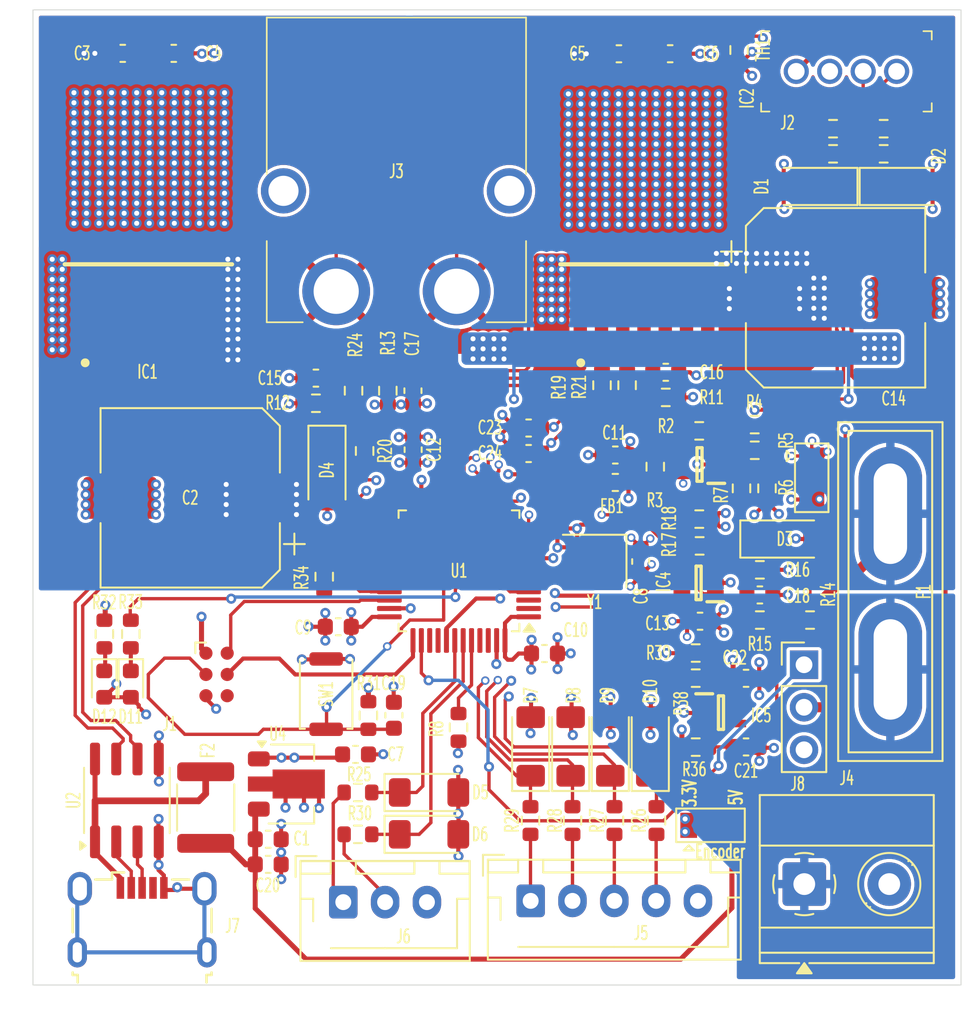
<source format=kicad_pcb>
(kicad_pcb (version 20241229) (generator "pcbnew") (generator_version "9.0")
  (title_block (comment 4 "AISLER Project ID: CJMFWBRN"))
  (layers (0 "F.Cu" signal) (4 "In1.Cu" signal) (6 "In2.Cu" signal) (2 "B.Cu" signal) (13 "F.Paste" user) (15 "B.Paste" user) (5 "F.SilkS" user "F.Silkscreen") (7 "B.SilkS" user "B.Silkscreen") (1 "F.Mask" user) (3 "B.Mask" user) (25 "Edge.Cuts" user))
  (net 0 "")
  (net 1 "GND")
  (net 2 "+5V")
  (net 3 "+BATT")
  (net 4 "Net-(IC1-OUT_2)")
  (net 5 "Net-(IC2-OUT_2)")
  (net 6 "+3V3")
  (net 7 "Net-(IC1-SR)")
  (net 8 "Net-(IC2-SR)")
  (net 9 "Net-(IC1-IS)")
  (net 10 "Net-(D3-K)")
  (net 11 "Reset")
  (net 12 "A")
  (net 13 "B")
  (net 14 "Error_Sense")
  (net 15 "SDA")
  (net 16 "SCL")
  (net 17 "MISO")
  (net 18 "MOSI")
  (net 19 "CLK")
  (net 20 "~{CS}")
  (net 21 "Net-(J4-Pin_1)")
  (net 22 "Net-(U1-VDDA)")
  (net 23 "GND_Sense")
  (net 25 "Net-(IC1-IN)")
  (net 26 "Net-(IC1-INH)")
  (net 27 "Net-(IC2-IN)")
  (net 29 "Net-(IC3-VIN+)")
  (net 30 "Net-(IC3-VIN-)")
  (net 31 "I_Sense")
  (net 32 "Net-(IC4-VIN-)")
  (net 33 "Batt_Sense")
  (net 34 "SWCLK")
  (net 36 "SWDIO")
  (net 37 "Net-(J2-Pad3)")
  (net 38 "Net-(J2-Pad4)")
  (net 39 "Net-(J5-Pin_2)")
  (net 40 "Net-(J5-Pin_4)")
  (net 41 "Net-(J5-Pin_1)")
  (net 42 "Net-(J5-Pin_3)")
  (net 43 "Net-(J6-Pin_2)")
  (net 44 "Net-(J6-Pin_1)")
  (net 46 "Net-(J7-D-)")
  (net 47 "Net-(J7-D+)")
  (net 48 "Net-(JP1-C)")
  (net 49 "Net-(R1-Pad2)")
  (net 50 "Net-(R1-Pad4)")
  (net 51 "Net-(R3-Pad1)")
  (net 52 "Net-(R5-Pad2)")
  (net 53 "Net-(U1-BOOT0)")
  (net 54 "Net-(R14-Pad2)")
  (net 55 "PWM2")
  (net 56 "PWM1")
  (net 57 "ENABLE")
  (net 60 "Net-(D11-K)")
  (net 62 "USB-")
  (net 63 "CLOCK")
  (net 69 "Net-(U1-PA10)")
  (net 71 "USB+")
  (net 77 "Net-(D12-K)")
  (net 78 "led")
  (net 79 "Net-(J7-VBUS)")
  (net 82 "Net-(IC5-VIN+)")
  (net 83 "Net-(JP2-C)")
  (net 84 "Temp_Sense")
  (net 85 "Net-(IC5-VIN-)")
  (net 86 "Servo_Pwm")
  (footprint "Diode_SMD:D_MiniMELF" (layer "F.Cu") (at 81.26 73.249999 90)
    (property "Reference" "D9")
    (property "Value" "BZV55B3V3")
  )
  (footprint "Diode_SMD:D_MiniMELF" (layer "F.Cu") (at 64.325 56.75 -90)
    (property "Reference" "D4")
    (property "Value" "BZV55B3V3")
  )
  (footprint "Capacitor_SMD:C_0603_1608Metric" (layer "F.Cu") (at 86.6244 65.77)
    (property "Reference" "C13")
    (property "Value" "100n")
  )
  (footprint "Capacitor_SMD:C_0603_1608Metric" (layer "F.Cu") (at 60.811 78.7938)
    (property "Reference" "C1")
    (property "Value" "220n 50V")
  )
  (footprint "Resistor_SMD:R_0603_1608Metric" (layer "F.Cu") (at 83.947 56.5404 90)
    (property "Reference" "R3")
    (property "Value" "100k")
  )
  (footprint "Capacitor_SMD:CP_Elec_10x10.5" (layer "F.Cu") (at 94.725001 46.45)
    (property "Reference" "C14")
    (property "Value" "220uF 63V")
  )
  (footprint "Resistor_SMD:R_0603_1608Metric" (layer "F.Cu") (at 72.1868 72.1106 -90)
    (property "Reference" "R8")
    (property "Value" "10k")
  )
  (footprint "Fuse:Fuse_1812_4532Metric" (layer "F.Cu") (at 57.075 76.9 90)
    (property "Reference" "F2")
    (property "Value" "500mA")
  )
  (footprint "Resistor_SMD:R_0603_1608Metric" (layer "F.Cu") (at 84.02 77.675 90)
    (property "Reference" "R26")
    (property "Value" "100")
  )
  (footprint "Resistor_SMD:R_0603_1608Metric" (layer "F.Cu") (at 65.913 52 -90)
    (property "Reference" "R24")
    (property "Value" "10k")
  )
  (footprint "Package_SO:SOIC-8_3.9x4.9mm_P1.27mm" (layer "F.Cu") (at 52.3648 76.475 90)
    (property "Reference" "U2")
    (property "Value" "USB6B1")
  )
  (footprint "Diode_SMD:D_MiniMELF" (layer "F.Cu") (at 76.5 73.249999 90)
    (property "Reference" "D7")
    (property "Value" "BZV55B3V3")
  )
  (footprint "Diode_SMD:D_MiniMELF" (layer "F.Cu") (at 78.89 73.25 90)
    (property "Reference" "D8")
    (property "Value" "BZV55B3V3")
  )
  (footprint "Capacitor_SMD:CP_Elec_10x10.5" (layer "F.Cu") (at 56.15 58.4 180)
    (property "Reference" "C2")
    (property "Value" "220uF 63V")
  )
  (footprint "digikey-footprints:PinHeader_1x4_P2mm_Drill1mm" (layer "F.Cu") (at 92.375 32.925)
    (property "Reference" "J2")
    (property "Value" "B4B-PH-K-S_LF__SN_")
  )
  (footprint "Resistor_SMD:R_0603_1608Metric" (layer "F.Cu") (at 51.02 66.535 90)
    (property "Reference" "R32")
    (property "Value" "1k")
  )
  (footprint "Jumper:SolderJumper-3_P1.3mm_Bridged12_Pad1.0x1.5mm" (layer "F.Cu") (at 87.249 77.961)
    (property "Reference" "JP2" (hide yes))
    (property "Value" "SolderJumper_3_Bridged12")
  )
  (footprint "Resistor_SMD:R_0603_1608Metric" (layer "F.Cu") (at 63.663 52.75)
    (property "Reference" "R12")
    (property "Value" "1k")
  )
  (footprint "Button_Switch_SMD:SW_Push_SPST_NO_Alps_SKRK" (layer "F.Cu") (at 64.275 70.125 90)
    (property "Reference" "SW1")
    (property "Value" "SW_Push")
  )
  (footprint "Connector:Tag-Connect_TC2030-IDC-FP_2x03_P1.27mm_Vertical" (layer "F.Cu") (at 57.725 68.95 -90)
    (property "Reference" "J1")
    (property "Value" "SWD_TagConnect_TC2030")
  )
  (footprint "Resistor_SMD:R_0603_1608Metric" (layer "F.Cu") (at 94.575 37.85)
    (property "Reference" "R10" (hide yes))
    (property "Value" "1k")
  )
  (footprint "Capacitor_SMD:C_0603_1608Metric" (layer "F.Cu") (at 90.2 64.2 180)
    (property "Reference" "C18")
    (property "Value" "100n")
  )
  (footprint "Resistor_SMD:R_0603_1608Metric" (layer "F.Cu") (at 66.8 71.4 -90)
    (property "Reference" "R31")
    (property "Value" "10k")
  )
  (footprint "Connector_JST:JST_XH_B5B-XH-AM_1x05_P2.50mm_Vertical" (layer "F.Cu") (at 76.5 82.475)
    (property "Reference" "J5")
    (property "Value" "Conn_01x05_Pin")
  )
  (footprint "Resistor_SMD:R_0603_1608Metric" (layer "F.Cu") (at 66.175 76)
    (property "Reference" "R25")
    (property "Value" "100")
  )
  (footprint "SamacSys1_Parts:SOT65P210X110-5N" (layer "F.Cu") (at 86.5394 63.48 180)
    (property "Reference" "IC4")
    (property "Value" "MCP6006" (hide yes))
  )
  (footprint "Resistor_SMD:R_0603_1608Metric" (layer "F.Cu") (at 80.764456 51.673298 -90)
    (property "Reference" "R19")
    (property "Value" "10k")
  )
  (footprint "Capacitor_SMD:C_0603_1608Metric" (layer "F.Cu") (at 76.3778 55.753)
    (property "Reference" "C24")
    (property "Value" "10n")
  )
  (footprint "Diode_SMD:D_MiniMELF" (layer "F.Cu") (at 83.65 73.25 90)
    (property "Reference" "D10")
    (property "Value" "BZV55B3V3")
  )
  (footprint "Resistor_SMD:R_0603_1608Metric" (layer "F.Cu") (at 86.5994 61.27)
    (property "Reference" "R17")
    (property "Value" "100k")
  )
  (footprint "Resistor_SMD:R_0603_1608Metric" (layer "F.Cu") (at 86.365 69.17 180)
    (property "Reference" "R38")
    (property "Value" "100k")
  )
  (footprint "Resistor_SMD:R_0603_1608Metric" (layer "F.Cu") (at 89.894 55.5586)
    (property "Reference" "R5")
    (property "Value" "100k")
  )
  (footprint "SamacSys1_Parts:SOT65P210X110-5N" (layer "F.Cu") (at 86.594 56.4086 180)
    (property "Reference" "IC3" (hide yes))
    (property "Value" "MCP6006" (hide yes))
  )
  (footprint "Resistor_SMD:R_0603_1608Metric" (layer "F.Cu") (at 82.264456 51.673298 -90)
    (property "Reference" "R21")
    (property "Value" "10k")
  )
  (footprint "Diode_SMD:D_MiniMELF" (layer "F.Cu") (at 70.425 78.5)
    (property "Reference" "D6")
    (property "Value" "BZV55B3V3")
  )
  (footprint "Resistor_SMD:R_0603_1608Metric" (layer "F.Cu") (at 79 77.675 90)
    (property "Reference" "R28")
    (property "Value" "100")
  )
  (footprint "Jumper:SolderJumper-3_P1.3mm_Bridged12_Pad1.0x1.5mm" (layer "F.Cu") (at 93.3 57.2 -90)
    (property "Reference" "JP1" (hide yes))
    (property "Value" "SolderJumper_3_Bridged12")
  )
  (footprint "Capacitor_SMD:C_0603_1608Metric" (layer "F.Cu") (at 68.324999 71.387499 90)
    (property "Reference" "C19")
    (property "Value" "100n")
  )
  (footprint "Capacitor_SMD:C_0603_1608Metric" (layer "F.Cu") (at 89.375 69.18)
    (property "Reference" "C22")
    (property "Value" "100n")
  )
  (footprint "Capacitor_SMD:C_0603_1608Metric" (layer "F.Cu") (at 81.775 31.875)
    (property "Reference" "C5")
    (property "Value" "220n 50V")
  )
  (footprint "Resistor_SMD:R_0603_1608Metric" (layer "F.Cu") (at 88.96 31.65 -90)
    (property "Reference" "TH1")
    (property "Value" "10k")
  )
  (footprint "Capacitor_SMD:C_0603_1608Metric" (layer "F.Cu") (at 69.4632 52 90)
    (property "Reference" "C17")
    (property "Value" "10n")
  )
  (footprint "Capacitor_SMD:C_0603_1608Metric" (layer "F.Cu") (at 77.325 67.7)
    (property "Reference" "C10")
    (property "Value" "100n")
  )
  (footprint "Resistor_SMD:R_0603_1608Metric" (layer "F.Cu") (at 66.175 78.5)
    (property "Reference" "R30")
    (property "Value" "100")
  )
  (footprint "Capacitor_SMD:C_0603_1608Metric" (layer "F.Cu") (at 55.167 31.85)
    (property "Reference" "C4")
    (property "Value" "220n 50V")
  )
  (footprint "Resistor_SMD:R_0603_1608Metric" (layer "F.Cu") (at 86.579399 59.67 180)
    (property "Reference" "R18")
    (property "Value" "100k")
  )
  (footprint "Resistor_SMD:R_0603_1608Metric" (layer "F.Cu") (at 76.49 77.675 90)
    (property "Reference" "R29")
    (property "Value" "100")
  )
  (footprint "Resistor_SMD:R_0603_1608Metric" (layer "F.Cu") (at 52.6 66.535 90)
    (property "Reference" "R33")
    (property "Value" "1k")
  )
  (footprint "Resistor_SMD:R_0603_1608Metric" (layer "F.Cu") (at 89.8906 54.0258 180)
    (property "Reference" "R4")
    (property "Value" "10k")
  )
  (footprint "Capacitor_SMD:C_0603_1608Metric" (layer "F.Cu") (at 84.575 50.9 180)
    (property "Reference" "C16")
    (property "Value" "100n")
  )
  (footprint "Resistor_SMD:R_0603_1608Metric" (layer "F.Cu") (at 89.1032 57.8336 -90)
    (property "Reference" "R7")
    (property "Value" "100k")
  )
  (footprint "Resistor_SMD:R_0603_1608Metric" (layer "F.Cu") (at 86.575 54.4 180)
    (property "Reference" "R2")
    (property "Value" "10k")
  )
  (footprint "Resistor_SMD:R_0603_1608Metric" (layer "F.Cu") (at 90.2 65.7 180)
    (property "Reference" "R15")
    (property "Value" "10k")
  )
  (footprint "Resistor_SMD:R_0603_1608Metric" (layer "F.Cu") (at 94.575 36.35)
    (property "Reference" "R22" (hide yes))
    (property "Value" "4k7")
  )
  (footprint "Capacitor_SMD:C_0603_1608Metric" (layer "F.Cu") (at 84.837601 31.8719)
    (property "Reference" "C6")
    (property "Value" "220n 50V")
  )
  (footprint "Capacitor_SMD:C_0603_1608Metric" (layer "F.Cu") (at 60.811 80.2938)
    (property "Reference" "C20")
    (property "Value" "220n 50V")
  )
  (footprint "Package_QFP:LQFP-48_7x7mm_P0.5mm" (layer "F.Cu") (at 72.2154 62.7588 180)
    (property "Reference" "U1")
    (property "Value" "STM32F030CCTx")
  )
  (footprint "Resistor_SMD:R_0603_1608Metric" (layer "F.Cu") (at 67.9632 52 90)
    (property "Reference" "R13")
    (property "Value" "1k")
  )
  (footprint "Resistor_SMD:R_0603_1608Metric" (layer "F.Cu") (at 81.51 77.675 90)
    (property "Reference" "R27")
    (property "Value" "100")
  )
  (footprint "Resistor_SMD:R_0603_1608Metric" (layer "F.Cu") (at 86.365 67.67)
    (property "Reference" "R39")
    (property "Value" "100k")
  )
  (footprint "Capacitor_SMD:C_0603_1608Metric" (layer "F.Cu") (at 76.3778 54.229)
    (property "Reference" "C23")
    (property "Value" "10n")
  )
  (footprint "Resistor_SMD:R_0603_1608Metric" (layer "F.Cu") (at 93.2 65.7 180)
    (property "Reference" "R14")
    (property "Value" "10k")
  )
  (footprint "Connector_JST:JST_XH_B3B-XH-AM_1x03_P2.50mm_Vertical" (layer "F.Cu") (at 65.3 82.55)
    (property "Reference" "J6")
    (property "Value" "Conn_01x03_Pin")
  )
  (footprint "Capacitor_SMD:C_0603_1608Metric" (layer "F.Cu") (at 81.559299 55.842399 180)
    (property "Reference" "C11")
    (property "Value" "100n")
  )
  (footprint "TerminalBlock_Phoenix:TerminalBlock_Phoenix_MKDS-1,5-2-5.08_1x02_P5.08mm_Horizontal" (layer "F.Cu") (at 92.855 81.4725)
    (property "Reference" "J4")
    (property "Value" "Screw_Terminal_01x02")
  )
  (footprint "Resistor_SMD:R_0603_1608Metric" (layer "F.Cu") (at 86.365 73.29)
    (property "Reference" "R36")
    (property "Value" "10k")
  )
  (footprint "Capacitor_SMD:C_0603_1608Metric" (layer "F.Cu") (at 65 66.1 180)
    (property "Reference" "C9")
    (property "Value" "100n")
  )
  (footprint "Package_TO_SOT_SMD:SOT-89-3" (layer "F.Cu") (at 62.198499 75.4938)
    (property "Reference" "U4")
    (property "Value" "L78L33_SOT89")
  )
  (footprint "Resistor_SMD:R_0603_1608Metric" (layer "F.Cu") (at 97.599999 36.35 180)
    (property "Reference" "R23" (hide yes))
    (property "Value" "4k7")
  )
  (footprint "Inductor_SMD:L_0603_1608Metric" (layer "F.Cu") (at 81.559299 57.4799)
    (property "Reference" "FB1")
    (property "Value" "1k/100Mhz")
  )
  (footprint "Capacitor_SMD:C_0603_1608Metric" (layer "F.Cu") (at 52.117 31.85)
    (property "Reference" "C3")
    (property "Value" "220n 50V")
  )
  (footprint "Resistor_SMD:R_0603_1608Metric" (layer "F.Cu") (at 97.599999 37.85 180)
    (property "Reference" "R9" (hide yes))
    (property "Value" "1k")
  )
  (footprint "SamacSys1_Parts:PG-TO263-7-1" (layer "F.Cu") (at 53.65 35.2)
    (property "Reference" "IC1")
    (property "Value" "IFX007TAUMA1" (hide yes))
  )
  (footprint "LED_SMD:LED_0603_1608Metric" (layer "F.Cu") (at 51.01 69.525001 -90)
    (property "Reference" "D12")
    (property "Value" "LED_Small")
  )
  (footprint "Diode_SMD:D_MiniMELF" (layer "F.Cu") (at 91.69 60.86)
    (property "Reference" "D3")
    (property "Value" "BZV55B3V3")
  )
  (footprint "Capacitor_SMD:C_0603_1608Metric" (layer "F.Cu") (at 63.663 51.25)
    (property "Reference" "C15")
    (property "Value" "100n")
  )
  (footprint "Capacitor_SMD:C_0603_1608Metric" (layer "F.Cu") (at 66.0304 73.725)
    (property "Reference" "C7")
    (property "Value" "100n")
  )
  (footprint "SamacSys1_Parts:SOT65P210X110-5N" (layer "F.Cu") (at 87.875 71.23)
    (property "Reference" "IC5")
    (property "Value" "MCP6006" (hide yes))
  )
  (footprint "Capacitor_SMD:C_0603_1608Metric" (layer "F.Cu") (at 69.475 55.525 90)
    (property "Reference" "C12")
    (property "Value" "100n")
  )
  (footprint "Oscillator:Oscillator_SMD_Abracon_ASE-4Pin_3.2x2.5mm" (layer "F.Cu") (at 80.3275 62.18 180)
    (property "Reference" "Y1")
    (property "Value" "ASE-8.00MHz")
  )
  (footprint "Connector_PinHeader_2.54mm:PinHeader_1x03_P2.54mm_Vertical" (layer "F.Cu") (at 92.84 68.37)
    (property "Reference" "J8")
    (property "Value" "Conn_01x03_Pin")
  )
  (footprint "Diode_SMD:D_MiniMELF" (layer "F.Cu") (at 93.375 39.8 180)
    (property "Reference" "D1")
    (property "Value" "BZV55B3V3")
  )
  (footprint "SamacSys1_Parts:PG-TO263-7-1" (layer "F.Cu") (at 83.275 35.2)
    (property "Reference" "IC2")
    (property "Value" "IFX007TAUMA1" (hide yes))
  )
  (footprint "Resistor_SMD:R_0603_1608Metric" (layer "F.Cu") (at 66.575 55.6 90)
    (property "Reference" "R20")
    (property "Value" "10k")
  )
  (footprint "Capacitor_SMD:C_0603_1608Metric" (layer "F.Cu") (at 83.0775 62.205 90)
    (property "Reference" "C8")
    (property "Value" "100n")
  )
  (footprint "Resistor_SMD:R_0603_1608Metric" (layer "F.Cu") (at 64.16 63.11 -90)
    (property "Reference" "R34")
    (property "Value" "1k5")
  )
  (footprint "Resistor_SMD:R_0603_1608Metric" (layer "F.Cu") (at 90.199999 62.7)
    (property "Reference" "R16")
    (property "Value" "1k")
  )
  (footprint "Diode_SMD:D_MiniMELF" (layer "F.Cu") (at 98.825 39.8)
    (property "Reference" "D2")
    (property "Value" "BZV55B3V3")
  )
  (footprint "SamacSys1_Parts:XT60PWM" (layer "F.Cu") (at 68.475 46.0625)
    (property "Reference" "J3")
    (property "Value" "26-60-5020" (hide yes))
  )
  (footprint "Connector_USB:USB_Micro-B_Wuerth_629105150521" (layer "F.Cu") (at 53.275 83.6)
    (property "Reference" "J7")
    (property "Value" "USB_B_Micro")
  )
  (footprint "Diode_SMD:D_MiniMELF" (layer "F.Cu") (at 70.425 76)
    (property "Reference" "D5")
    (property "Value" "BZV55B3V3")
  )
  (footprint "Resistor_SMD:R_0603_1608Metric" (layer "F.Cu") (at 84.575 52.4 180)
    (property "Reference" "R11")
    (property "Value" "1k")
  )
  (footprint "Fuse:Fuse_Blade_ATO_directSolder" (layer "F.Cu") (at 98 68.65 90)
    (property "Reference" "F1")
    (property "Value" "30A")
  )
  (footprint "Capacitor_SMD:C_0603_1608Metric" (layer "F.Cu") (at 89.375 73.28 180)
    (property "Reference" "C21")
    (property "Value" "100n")
  )
  (footprint "LED_SMD:LED_0603_1608Metric" (layer "F.Cu") (at 52.6 69.525 -90)
    (property "Reference" "D11")
    (property "Value" "LED_Small")
  )
  (footprint "Resistor_SMD:R_0603_1608Metric" (layer "F.Cu") (at 90.6272 57.8336 -90)
    (property "Reference" "R6")
    (property "Value" "100k")
  )
  (footprint "Sensor_Current:pcb_Shunt" (layer "B.Cu") (at 85.5 49.5)
    (property "Reference" "R1" (hide yes))
    (property "Value" "Shunt_4Wire 5mOhm")
  )
  (gr_rect (start 46.75 29.25) (end 102.225 87.5) (stroke (width 0.05)) (fill no) (layer "Edge.Cuts"))
  (gr_text "5V\n" (at 89.23 76.83 90) (layer "F.SilkS") (effects (font (size 0.8 0.5) (thickness 0.125) (bold yes)) (justify left bottom)))
  (gr_text "3.3V\n" (at 86.47 76.94 90) (layer "F.SilkS") (effects (font (size 0.8 0.5) (thickness 0.125) (bold yes)) (justify left bottom)))
  (gr_text "Encoder" (at 86.26 79.99 0) (layer "F.SilkS") (effects (font (size 0.8 0.5) (thickness 0.125) (bold yes)) (justify left bottom)))
  (segment (start 53.221969 71.046969) (end 53.075 70.9) (width 0.245) (layer "F.Cu") (net 1))
  (segment (start 57.68938 70.98938) (end 57.09 70.39) (width 0.245) (layer "F.Cu") (net 1))
  (segment (start 83.0775 61.4025) (end 83.65 60.83) (width 0.2) (layer "F.Cu") (net 1))
  (segment (start 87.3994 65.7206) (end 88.04 65.08) (width 0.245) (layer "F.Cu") (net 1))
  (segment (start 53.513235 71.337155) (end 53.22305 71.046969) (width 0.245) (layer "F.Cu") (net 1))
  (segment (start 78.1 67.7) (end 78.1 66.7308) (width 0.245) (layer "F.Cu") (net 1))
  (segment (start 82.2421 64.27) (end 82.2149 64.2428) (width 0.245) (layer "F.Cu") (net 1))
  (segment (start 93.44 60.86) (end 92.3814 60.86) (width 0.245) (layer "F.Cu") (net 1))
  (segment (start 100.525 39.75) (end 100.525 38.4798) (width 0.245) (layer "F.Cu") (net 1))
  (segment (start 83.3122 71.4822) (end 83.6622 71.8322) (width 0.245) (layer "F.Cu") (net 1))
  (segment (start 61.586 78.7938) (end 61.586 79.5768) (width 0.245) (layer "F.Cu") (net 1))
  (segment (start 91.024999 62.7) (end 91.8844 62.7) (width 0.245) (layer "F.Cu") (net 1))
  (segment (start 70.2818 52.775) (end 70.301 52.7558) (width 0.245) (layer "F.Cu") (net 1))
  (segment (start 54.2598 80.6348) (end 54.2598 80.325) (width 0.245) (layer "F.Cu") (net 1))
  (segment (start 100.525 39.85) (end 100.525 41.1428) (width 0.245) (layer "F.Cu") (net 1))
  (segment (start 77.8436 62.0088) (end 77.851 62.0014) (width 0.245) (layer "F.Cu") (net 1))
  (segment (start 85.66819 71.25) (end 85.658315 71.240125) (width 0.245) (layer "F.Cu") (net 1))
  (segment (start 93.736 58.5) (end 93.761 58.475) (width 0.245) (layer "F.Cu") (net 1))
  (segment (start 78.9206 71.5922) (end 78.9206 72.5306) (width 0.245) (layer "F.Cu") (net 1))
  (segment (start 87.3994 65.77) (end 87.3994 65.7894) (width 0.245) (layer "F.Cu") (net 1))
  (segment (start 86.855 71.25) (end 85.66819 71.25) (width 0.245) (layer "F.Cu") (net 1))
  (segment (start 69.4632 52.775) (end 70.2818 52.775) (width 0.245) (layer "F.Cu") (net 1))
  (segment (start 78.1001 60.6868) (end 78.5573 60.2296) (width 0.245) (layer "F.Cu") (net 1))
  (segment (start 83.09 64.27) (end 82.2421 64.27) (width 0.245) (layer "F.Cu") (net 1))
  (segment (start 55.942001 31.85) (end 56.8312 31.85) (width 0.245) (layer "F.Cu") (net 1))
  (segment (start 76.5 72.451808) (end 76.490124 72.461684) (width 0.245) (layer "F.Cu") (net 1))
  (segment (start 64.225 66.925) (end 64.225 66.1) (width 0.245) (layer "F.Cu") (net 1))
  (segment (start 84.33 60.8715) (end 84.33 63.03) (width 0.245) (layer "F.Cu") (net 1))
  (segment (start 100.525 41.1428) (end 100.527 41.1448) (width 0.245) (layer "F.Cu") (net 1))
  (segment (start 75.5889 54.2275) (end 74.803 53.4416) (width 0.245) (layer "F.Cu") (net 1))
  (segment (start 90.16 68.228191) (end 90.169876 68.218315) (width 0.245) (layer "F.Cu") (net 1))
  (segment (start 55.2136 81.825) (end 55.3748 81.6638) (width 0.245) (layer "F.Cu") (net 1))
  (segment (start 68.643 54.75) (end 68.624001 54.769) (width 0.245) (layer "F.Cu") (net 1))
  (segment (start 93.3 58.5) (end 92.0788 58.5) (width 0.245) (layer "F.Cu") (net 1))
  (segment (start 54.575 81.825) (end 55.2136 81.825) (width 0.245) (layer "F.Cu") (net 1))
  (segment (start 86.0282 50.9) (end 85.35 50.9) (width 0.245) (layer "F.Cu") (net 1))
  (segment (start 78.5573 60.2296) (end 79.2685 60.2296) (width 0.245) (layer "F.Cu") (net 1))
  (segment (start 57 81.75) (end 55.461 81.75) (width 0.245) (layer "F.Cu") (net 1))
  (segment (start 85.4 52.4) (end 86.1824 52.4) (width 0.245) (layer "F.Cu") (net 1))
  (segment (start 81.016 71.436799) (end 81.256 71.676799) (width 0.245) (layer "F.Cu") (net 1))
  (segment (start 91.625 38.4644) (end 91.637 38.4524) (width 0.245) (layer "F.Cu") (net 1))
  (segment (start 87.594 56.4086) (end 86.4822 56.4086) (width 0.245) (layer "F.Cu") (net 1))
  (segment (start 74.676 54.7624) (end 74.676 54.660799) (width 0.245) (layer "F.Cu") (net 1))
  (segment (start 63.2298 66.1) (end 63.2206 66.0908) (width 0.245) (layer "F.Cu") (net 1))
  (segment (start 76.3779 62.0088) (end 77.8436 62.0088) (width 0.245) (layer "F.Cu") (net 1))
  (segment (start 62.075 51.245965) (end 62.079035 51.25) (width 0.245) (layer "F.Cu") (net 1))
  (segment (start 69.9654 57.3394) (end 69.977 57.3278) (width 0.245) (layer "F.Cu") (net 1))
  (segment (start 54.25 78.9818) (end 54.25 80.3152) (width 0.245) (layer "F.Cu") (net 1))
  (segment (start 90.1192 73.3508) (end 90.1192 74.0664) (width 0.245) (layer "F.Cu") (net 1))
  (segment (start 53.22305 71.046969) (end 53.22305 71.04697) (width 0.245) (layer "F.Cu") (net 1))
  (segment (start 87.3994 65.7894) (end 88.06 66.45) (width 0.245) (layer "F.Cu") (net 1))
  (segment (start 89.7382 33.1978) (end 89.044669 32.50427) (width 0.245) (layer "F.Cu") (net 1))
  (segment (start 53.075 70.787501) (end 52.6 70.312501) (width 0.245) (layer "F.Cu") (net 1))
  (segment (start 55.461 81.75) (end 55.3748 81.6638) (width 0.245) (layer "F.Cu") (net 1))
  (segment (start 81.256 71.676799) (end 81.256 72.496) (width 0.245) (layer "F.Cu") (net 1))
  (segment (start 67.9632 52.825) (end 67.1838 52.825) (width 0.245) (layer "F.Cu") (net 1))
  (segment (start 79.2775 61.355) (end 78.1177 61.355) (width 0.245) (layer "F.Cu") (net 1))
  (segment (start 85.35 50.9) (end 85.35 52.35) (width 0.245) (layer "F.Cu") (net 1))
  (segment (start 51.731431 69.508247) (end 51.731431 69.591071) (width 0.245) (layer "F.Cu") (net 1))
  (segment (start 90.17 69.22) (end 90.17 70.17181) (width 0.245) (layer "F.Cu") (net 1))
  (segment (start 83.6872 70.445992) (end 83.697076 70.436116) (width 0.245) (layer "F.Cu") (net 1))
  (segment (start 91.624999 39.8) (end 91.625 41.1074) (width 0.245) (layer "F.Cu") (net 1))
  (segment (start 78.1177 61.355) (end 78.1001 61.3726) (width 0.245) (layer "F.Cu") (net 1))
  (segment (start 74.4654 68.308) (end 74.4474 68.326) (width 0.245) (layer "F.Cu") (net 1))
  (segment (start 83.0775 61.3475) (end 82.51 60.78) (width 0.2) (layer "F.Cu") (net 1))
  (segment (start 67.1838 52.825) (end 67.1768 52.832) (width 0.245) (layer "F.Cu") (net 1))
  (segment (start 100.525 38.4798) (end 100.5524 38.452399) (width 0.245) (layer "F.Cu") (net 1))
  (segment (start 74.4654 66.9213) (end 74.4654 68.308) (width 0.245) (layer "F.Cu") (net 1))
  (segment (start 88.2906 63.45) (end 88.2606 63.48) (width 0.245) (layer "F.Cu") (net 1))
  (segment (start 78.1 66.7308) (end 78.105 66.7258) (width 0.245) (layer "F.Cu") (net 1))
  (segment (start 75.0189 55.1691) (end 75.0189 55.1053) (width 0.245) (layer "F.Cu") (net 1))
  (segment (start 87.404401 59.67) (end 87.7644 59.310001) (width 0.245) (layer "F.Cu") (net 1))
  (segment (start 72.1868 77.2668) (end 72.1868 78.4882) (width 0.245) (layer "F.Cu") (net 1))
  (segment (start 69.325 65) (end 68.0617 65) (width 0.245) (layer "F.Cu") (net 1))
  (segment (start 72.1868 72.9356) (end 72.1868 73.6216) (width 0.245) (layer "F.Cu") (net 1))
  (segment (start 86.1824 52.4) (end 86.2076 52.3748) (width 0.245) (layer "F.Cu") (net 1))
  (segment (start 85.58 67.68) (end 84.62819 67.68) (width 0.245) (layer "F.Cu") (net 1))
  (segment (start 90.16 69.18) (end 90.16 68.228191) (width 0.245) (layer "F.Cu") (net 1))
  (segment (start 75.5889 54.240599) (end 75.5889 54.2275) (width 0.245) (layer "F.Cu") (net 1))
  (segment (start 72.175 76) (end 72.175 74.6642) (width 0.245) (layer "F.Cu") (net 1))
  (segment (start 78.8834 67.7) (end 78.8924 67.691) (width 0.245) (layer "F.Cu") (net 1))
  (segment (start 80.784299 55.842399) (end 79.941299 55.842399) (width 0.245) (layer "F.Cu") (net 1))
  (segment (start 83.0775 61.43) (end 83.0775 61.4025) (width 0.2) (layer "F.Cu") (net 1))
  (segment (start 63.85 75.824201) (end 63.85 76.925799) (width 0.245) (layer "F.Cu") (net 1))
  (segment (start 62.079035 51.25) (end 62.888 51.25) (width 0.245) (layer "F.Cu") (net 1))
  (segment (start 69.9654 58.5963) (end 69.9654 57.3394) (width 0.245) (layer "F.Cu") (net 1))
  (segment (start 86.6188 31.8688) (end 86.625 31.875) (width 0.245) (layer "F.Cu") (net 1))
  (segment (start 91.8576 64.2) (end 91.8718 64.1858) (width 0.245) (layer "F.Cu") (net 1))
  (segment (start 75.666363 55.896167) (end 75.6028 55.832604) (width 0.245) (layer "F.Cu") (net 1))
  (segment (start 61.85 76.900799) (end 61.8436 76.907199) (width 0.245) (layer "F.Cu") (net 1))
  (segment (start 51.731431 69.591071) (end 51.01 70.312502) (width 0.245) (layer "F.Cu") (net 1))
  (segment (start 82.2149 64.2428) (end 78.1001 64.2428) (width 0.245) (layer "F.Cu") (net 1))
  (segment (start 76.525 70.35) (end 76.5272 70.3478) (width 0.245) (layer "F.Cu") (net 1))
  (segment (start 75.006199 54.3306) (end 75.437999 54.3306) (width 0.245) (layer "F.Cu") (net 1))
  (segment (start 76.5 71.499999) (end 76.5 72.451808) (width 0.245) (layer "F.Cu") (net 1))
  (segment (start 51.01 70.312502) (end 52.6 70.312501) (width 0.245) (layer "F.Cu") (net 1))
  (segment (start 84.33 63.03) (end 83.09 64.27) (width 0.245) (layer "F.Cu") (net 1))
  (segment (start 84.62819 67.68) (end 84.618315 67.670125) (width 0.245) (layer "F.Cu") (net 1))
  (segment (start 79.2775 61.355) (end 79.2775 60.2386) (width 0.245) (layer "F.Cu") (net 1))
  (segment (start 90.975 64.2) (end 91.8576 64.2) (width 0.245) (layer "F.Cu") (net 1))
  (segment (start 78.9206 72.5306) (end 78.94 72.55) (width 0.245) (layer "F.Cu") (net 1))
  (segment (start 85.612602 31.8719) (end 86.6188 31.8719) (width 0.245) (layer "F.Cu") (net 1))
  (segment (start 53.075 70.9) (end 53.075 70.787501) (width 0.245) (layer "F.Cu") (net 1))
  (segment (start 61.586 80.2938) (end 61.586 81.1728) (width 0.245) (layer "F.Cu") (net 1))
  (segment (start 54.2698 74) (end 54.2698 75.3334) (width 0.245) (layer "F.Cu") (net 1))
  (segment (start 54.25 78.9818) (end 54.25 77.5916) (width 0.245) (layer "F.Cu") (net 1))
  (segment (start 72.175 78.5) (end 72.175 79.795) (width 0.245) (layer "F.Cu") (net 1))
  (segment (start 67.9632 52.825) (end 69.4132 52.825) (width 0.245) (layer "F.Cu") (net 1))
  (segment (start 83.6622 71.8322) (end 83.6622 72.5478) (width 0.245) (layer "F.Cu") (net 1))
  (segment (start 83.4595 60.001) (end 84.33 60.8715) (width 0.245) (layer "F.Cu") (net 1))
  (segment (start 91.8844 62.7) (end 91.8972 62.6872) (width 0.245) (layer "F.Cu") (net 1))
  (segment (start 75.0189 55.1053) (end 74.676 54.7624) (width 0.245) (layer "F.Cu") (net 1))
  (segment (start 87.4294 59.746221) (end 87.803179 60.12) (width 0.245) (layer "F.Cu") (net 1))
  (segment (start 91.024999 62.7) (end 91.024999 64.150001) (width 0.245) (layer "F.Cu") (net 1))
  (segment (start 78.945599 70.3386) (end 78.9116 70.3046) (width 0.245) (layer "F.Cu") (net 1))
  (segment (start 54.2698 80.44) (end 54.2698 78.95) (width 0.245) (layer "F.Cu") (net 1))
  (segment (start 78.1 67.7) (end 78.8834 67.7) (width 0.245) (layer "F.Cu") (net 1))
  (segment (start 72.1868 73.6216) (end 72.1522 73.6562) (width 0.245) (layer "F.Cu") (net 1))
  (segment (start 91.625 41.1074) (end 91.6624 41.1448) (width 0.245) (layer "F.Cu") (net 1))
  (segment (start 63.85 76.925799) (end 63.8436 76.932199) (width 0.245) (layer "F.Cu") (net 1))
  (segment (start 78.1 67.7) (end 78.1 68.6258) (width 0.245) (layer "F.Cu") (net 1))
  (segment (start 81.281 70.304) (end 81.2616 70.284599) (width 0.245) (layer "F.Cu") (net 1))
  (segment (start 87.7644 59.310001) (end 88.1594 59.31) (width 0.245) (layer "F.Cu") (net 1))
  (segment (start 79.4971 60.001) (end 83.4595 60.001) (width 0.245) (layer "F.Cu") (net 1))
  (segment (start 75.437999 54.3306) (end 75.691762 54.076837) (width 0.245) (layer "F.Cu") (net 1))
  (segment (start 70.332199 54.75) (end 70.351199 54.769) (width 0.245) (layer "F.Cu") (net 1))
  (segment (start 92.3814 60.86) (end 92.3544 60.833) (width 0.245) (layer "F.Cu") (net 1))
  (segment (start 54.2698 74) (end 54.2698 72.6098) (width 0.245) (layer "F.Cu") (net 1))
  (segment (start 62.95 76.9) (end 62.95 75.7) (width 0.245) (layer "F.Cu") (net 1))
  (segment (start 72.175 74.6642) (end 72.1614 74.6506) (width 0.245) (layer "F.Cu") (net 1))
  (segment (start 86.875 71.23) (end 86.855 71.25) (width 0.245) (layer "F.Cu") (net 1))
  (segment (start 72.175 76) (end 72.175 77.255) (width 0.245) (layer "F.Cu") (net 1))
  (segment (start 88.45 63.45) (end 88.2906 63.45) (width 0.245) (layer "F.Cu") (net 1))
  (segment (start 90.594 58.6818) (end 89.8652 59.4106) (width 0.245) (layer "F.Cu") (net 1))
  (segment (start 62.825 68.05) (end 63.699999 68.05) (width 0.245) (layer "F.Cu") (net 1))
  (segment (start 87.3994 65.77) (end 87.3994 65.7206) (width 0.245) (layer "F.Cu") (net 1))
  (segment (start 62.097 52.75) (end 62.838 52.75) (width 0.245) (layer "F.Cu") (net 1))
  (segment (start 90.6372 58.6586) (end 91.3384 59.3598) (width 0.245) (layer "F.Cu") (net 1))
  (segment (start 61.586 77.8792) (end 61.5902 77.875) (width 0.245) (layer "F.Cu") (net 1))
  (segment (start 90.18 73.33) (end 91.029125 73.33) (width 0.245) (layer "F.Cu") (net 1))
  (segment (start 75.6028 55.753) (end 75.0189 55.1691) (width 0.245) (layer "F.Cu") (net 1))
  (segment (start 72.175 77.255) (end 72.1868 77.2668) (width 0.245) (layer "F.Cu") (net 1))
  (segment (start 54.575 81.7) (end 54.575 80.95) (width 0.245) (layer "F.Cu") (net 1))
  (segment (start 62.0658 52.7812) (end 62.097 52.75) (width 0.245) (layer "F.Cu") (net 1))
  (segment (start 66.8054 73.724999) (end 67.675 73.725) (width 0.245) (layer "F.Cu") (net 1))
  (segment (start 93.3 58.5) (end 93.736 58.5) (width 0.245) (layer "F.Cu") (net 1))
  (segment (start 83.6872 71.397801) (end 83.6872 70.445992) (width 0.245) (layer "F.Cu") (net 1))
  (segment (start 74.676 54.660799) (end 75.006199 54.3306) (width 0.245) (layer "F.Cu") (net 1))
  (segment (start 75.6028 55.832604) (end 75.6028 55.753) (width 0.245) (layer "F.Cu") (net 1))
  (segment (start 83.6622 72.5478) (end 83.66 72.55) (width 0.245) (layer "F.Cu") (net 1))
  (segment (start 78.1 68.6258) (end 78.105 68.6308) (width 0.245) (layer "F.Cu") (net 1))
  (segment (start 87.803179 60.12) (end 88.1494 60.12) (width 0.245) (layer "F.Cu") (net 1))
  (segment (start 68.3 69.625) (end 68.325 70.599999) (width 0.245) (layer "F.Cu") (net 1))
  (segment (start 54.575 80.95) (end 54.2598 80.6348) (width 0.245) (layer "F.Cu") (net 1))
  (segment (start 56.575 31.85) (end 57.5658 31.849999) (width 0.245) (layer "F.Cu") (net 1))
  (segment (start 90.17 70.17181) (end 90.160125 70.181685) (width 0.245) (layer "F.Cu") (net 1))
  (segment (start 87.2808 31.874999) (end 86.3 31.875) (width 0.245) (layer "F.Cu") (net 1))
  (segment (start 61.586 78.7938) (end 61.586 77.8792) (width 0.245) (layer "F.Cu") (net 1))
  (segment (start 86.21095 51.08275) (end 86.0282 50.9) (width 0.245) (layer "F.Cu") (net 1))
  (segment (start 72.175 79.795) (end 72.1868 79.8068) (width 0.245) (layer "F.Cu") (net 1))
  (segment (start 64.225 66.1) (end 63.2298 66.1) (width 0.245) (layer "F.Cu") (net 1))
  (segment (start 81.256 72.496) (end 81.29 72.53) (width 0.245) (layer "F.Cu") (net 1))
  (segment (start 78.1001 64.2428) (end 77.9477 64.0904) (width 0.245) (layer "F.Cu") (net 1))
  (segment (start 64.225 65.275) (end 64.225 66.1) (width 0.245) (layer "F.Cu") (net 1))
  (segment (start 89.7382 31.75) (end 89.04467 32.443531) (width 0.245) (layer "F.Cu") (net 1))
  (segment (start 64.35 58.5401) (end 64.35 59.5099) (width 0.245) (layer "F.Cu") (net 1))
  (segment (start 86.4822 56.4086) (end 86.4616 56.388) (width 0.245) (layer "F.Cu") (net 1))
  (segment (start 65.7 68.025) (end 64.825001 68.025) (width 0.245) (layer "F.Cu") (net 1))
  (segment (start 90.18 73.29) (end 90.1192 73.3508) (width 0.245) (layer "F.Cu") (net 1))
  (segment (start 83.0775 61.43) (end 83.0775 61.3475) (width 0.2) (layer "F.Cu") (net 1))
  (segment (start 61.586 79.5768) (end 61.586 80.2938) (width 0.245) (layer "F.Cu") (net 1))
  (segment (start 81.281 71.3524) (end 81.281 70.304) (width 0.245) (layer "F.Cu") (net 1))
  (segment (start 86.4 51.08275) (end 86.21095 51.08275) (width 0.245) (layer "F.Cu") (net 1))
  (segment (start 62.888 51.25) (end 62.888 52.7) (width 0.245) (layer "F.Cu") (net 1))
  (segment (start 78.9456 71.397801) (end 78.945599 70.3386) (width 0.245) (layer "F.Cu") (net 1))
  (segment (start 61.85 75.799201) (end 61.85 76.900799) (width 0.245) (layer "F.Cu") (net 1))
  (segment (start 56.8312 31.85) (end 56.85 31.8688) (width 0.245) (layer "F.Cu") (net 1))
  (segment (start 88.2606 63.48) (end 87.5394 63.48) (width 0.245) (layer "F.Cu") (net 1))
  (segment (start 90.1192 74.0664) (end 90.17 74.1172) (width 0.245) (layer "F.Cu") (net 1))
  (segment (start 91.029125 73.33) (end 91.039 73.339875) (width 0.245) (layer "F.Cu") (net 1))
  (segment (start 53.22305 71.046969) (end 53.221969 71.046969) (width 0.245) (layer "F.Cu") (net 1))
  (segment (start 79.2685 60.2296) (end 79.4971 60.001) (width 0.245) (layer "F.Cu") (net 1))
  (segment (start 57.5658 31.849999) (end 57.5722 31.843599) (width 0.245) (layer "F.Cu") (net 1))
  (segment (start 69.475 54.749999) (end 68.643 54.75) (width 0.245) (layer "F.Cu") (net 1))
  (segment (start 92.0788 58.5) (end 92.075 58.4962) (width 0.245) (layer "F.Cu") (net 1))
  (segment (start 76.525 71.4156) (end 76.525 70.35) (width 0.245) (layer "F.Cu") (net 1))
  (segment (start 78.1001 61.3726) (end 78.1001 60.6868) (width 0.245) (layer "F.Cu") (net 1))
  (segment (start 91.624999 39.8) (end 91.625 38.4644) (width 0.245) (layer "F.Cu") (net 1))
  (segment (start 79.2775 60.2386) (end 79.2685 60.2296) (width 0.245) (layer "F.Cu") (net 1))
  (segment (start 61.586 81.1728) (end 61.5902 81.177) (width 0.245) (layer "F.Cu") (net 1))
  (segment (start 78.8106 71.4822) (end 78.9206 71.5922) (width 0.245) (layer "F.Cu") (net 1))
  (segment (start 69.475 54.749999) (end 70.332199 54.75) (width 0.245) (layer "F.Cu") (net 1))
  (via (at 89.8652 59.4106) (size 0.6) (drill 0.3) (layers "F.Cu" "B.Cu") (net 1))
  (via (at 79.0194 72.5678) (size 0.6) (drill 0.3) (layers "F.Cu" "B.Cu") (net 1))
  (via (at 93.761 58.475) (size 0.5) (drill 0.3) (layers "F.Cu" "B.Cu") (net 1))
  (via (at 57.7 71) (size 0.6) (drill 0.3) (layers "F.Cu" "B.Cu") (net 1))
  (via (at 96.775001 45.6) (size 0.6) (drill 0.3) (layers "F.Cu" "B.Cu") (net 1))
  (via (at 97.65 48.875) (size 0.6) (drill 0.3) (layers "F.Cu" "B.Cu") (net 1))
  (via (at 77.851 62.0014) (size 0.6) (drill 0.3) (layers "F.Cu" "B.Cu") (net 1))
  (via (at 76.490124 72.461684) (size 0.6) (drill 0.3) (layers "F.Cu" "B.Cu") (net 1))
  (via (at 78.105 66.7258) (size 0.6) (drill 0.3) (layers "F.Cu" "B.Cu") (net 1))
  (via (at 79.934699 55.835799) (size 0.6) (drill 0.3) (layers "F.Cu" "B.Cu") (net 1))
  (via (at 91.6624 41.1448) (size 0.6) (drill 0.3) (layers "F.Cu" "B.Cu") (net 1))
  (via (at 49.9 57.6) (size 0.6) (drill 0.3) (layers "F.Cu" "B.Cu") (net 1))
  (via (at 85.658315 71.240125) (size 0.6) (drill 0.3) (layers "F.Cu" "B.Cu") (net 1))
  (via (at 54.2598 77.5818) (size 0.6) (drill 0.3) (layers "F.Cu" "B.Cu") (net 1))
  (via (at 70.301 52.7558) (size 0.6) (drill 0.3) (layers "F.Cu" "B.Cu") (net 1))
  (via (at 70.351199 54.769) (size 0.6) (drill 0.3) (layers "F.Cu" "B.Cu") (net 1))
  (via (at 98.25 48.875) (size 0.6) (drill 0.3) (layers "F.Cu" "B.Cu") (net 1))
  (via (at 87.275 31.875) (size 0.6) (drill 0.3) (layers "F.Cu" "B.Cu") (net 1))
  (via (at 68.299999 69.662499) (size 0.6) (drill 0.3) (layers "F.Cu" "B.Cu") (net 1))
  (via (at 62.825 68.05) (size 0.6) (drill 0.3) (layers "F.Cu" "B.Cu") (net 1))
  (via (at 61.5902 77.875) (size 0.6) (drill 0.3) (layers "F.Cu" "B.Cu") (net 1))
  (via (at 98.25 49.475) (size 0.6) (drill 0.3) (layers "F.Cu" "B.Cu") (net 1))
  (via (at 83.65 60.83) (size 0.5) (drill 0.3) (layers "F.Cu" "B.Cu") (net 1))
  (via (at 82.51 60.78) (size 0.5) (drill 0.3) (layers "F.Cu" "B.Cu") (net 1))
  (via (at 65.7 68.025) (size 0.6) (drill 0.3) (layers "F.Cu" "B.Cu") (net 1))
  (via (at 72.1868 79.8068) (size 0.6) (drill 0.3) (layers "F.Cu" "B.Cu") (net 1))
  (via (at 90.160125 70.181685) (size 0.6) (drill 0.3) (layers "F.Cu" "B.Cu") (net 1))
  (via (at 62.95 76.9) (size 0.6) (drill 0.3) (layers "F.Cu" "B.Cu") (net 1))
  (via (at 64.225 66.925) (size 0.6) (drill 0.3) (layers "F.Cu" "B.Cu") (net 1))
  (via (at 72.1868 77.2668) (size 0.6) (drill 0.3) (layers "F.Cu" "B.Cu") (net 1))
  (via (at 54.2598 80.325) (size 0.6) (drill 0.3) (layers "F.Cu" "B.Cu") (net 1))
  (via (at 63.2206 66.0908) (size 0.6) (drill 0.3) (layers "F.Cu" "B.Cu") (net 1))
  (via (at 57.5722 31.843599) (size 0.6) (drill 0.3) (layers "F.Cu" "B.Cu") (net 1))
  (via (at 72.1522 73.6562) (size 0.6) (drill 0.3) (layers "F.Cu" "B.Cu") (net 1))
  (via (at 91.637 38.4524) (size 0.6) (drill 0.3) (layers "F.Cu" "B.Cu") (net 1))
  (via (at 61.8436 76.907199) (size 0.6) (drill 0.3) (layers "F.Cu" "B.Cu") (net 1))
  (via (at 91.8972 62.6872) (size 0.6) (drill 0.3) (layers "F.Cu" "B.Cu") (net 1))
  (via (at 97.65 50.075) (size 0.6) (drill 0.3) (layers "F.Cu" "B.Cu") (net 1))
  (via (at 67.6876 73.7124) (size 0.6) (drill 0.3) (layers "F.Cu" "B.Cu") (net 1))
  (via (at 68.7516 52.825) (size 0.6) (drill 0.3) (layers "F.Cu" "B.Cu") (net 1))
  (via (at 62.0658 52.7812) (size 0.6) (drill 0.3) (layers "F.Cu" "B.Cu") (net 1))
  (via (at 92.3544 60.833) (size 0.6) (drill 0.3) (layers "F.Cu" "B.Cu") (net 1))
  (via (at 61.5902 81.177) (size 0.6) (drill 0.3) (layers "F.Cu" "B.Cu") (net 1))
  (via (at 69.977 57.3278) (size 0.6) (drill 0.3) (layers "F.Cu" "B.Cu") (net 1))
  (via (at 97.05 50.075) (size 0.6) (drill 0.3) (layers "F.Cu" "B.Cu") (net 1))
  (via (at 61.586 79.5768) (size 0.6) (drill 0.3) (layers "F.Cu" "B.Cu") (net 1))
  (via (at 74.676 54.7624) (size 0.6) (drill 0.3) (layers "F.Cu" "B.Cu") (net 1))
  (via (at 96.45 48.875) (size 0.6) (drill 0.3) (layers "F.Cu" "B.Cu") (net 1))
  (via (at 88.1494 60.12) (size 0.6) (drill 0.3) (layers "F.Cu" "B.Cu") (net 1))
  (via (at 68.624001 54.769) (size 0.6) (drill 0.3) (layers "F.Cu" "B.Cu") (net 1))
  (via (at 76.5272 70.3478) (size 0.6) (drill 0.3) (layers "F.Cu" "B.Cu") (net 1))
  (via (at 78.105 68.6308) (size 0.6) (drill 0.3) (layers "F.Cu" "B.Cu") (net 1))
  (via (at 64.3374 59.482199) (size 0.6) (drill 0.3) (layers "F.Cu" "B.Cu") (net 1))
  (via (at 77.9477 64.0904) (size 0.6) (drill 0.3) (layers "F.Cu" "B.Cu") (net 1))
  (via (at 78.8924 67.691) (size 0.6) (drill 0.3) (layers "F.Cu" "B.Cu") (net 1))
  (via (at 78.1001 61.3726) (size 0.6) (drill 0.3) (layers "F.Cu" "B.Cu") (net 1))
  (via (at 79.2685 60.2296) (size 0.6) (drill 0.3) (layers "F.Cu" "B.Cu") (net 1))
  (via (at 74.803 53.4416) (size 0.6) (drill 0.3) (layers "F.Cu" "B.Cu") (net 1))
  (via (at 53.513235 71.337155) (size 0.6) (drill 0.3) (layers "F.Cu" "B.Cu") (net 1))
  (via (at 54.2796 72.6) (size 0.6) (drill 0.3) (layers "F.Cu" "B.Cu") (net 1))
  (via (at 67.1768 52.832) (size 0.6) (drill 0.3) (layers "F.Cu" "B.Cu") (net 1))
  (via (at 97.05 49.475) (size 0.6) (drill 0.3) (layers "F.Cu" "B.Cu") (net 1))
  (via (at 100.527 41.1448) (size 0.6) (drill 0.3) (layers "F.Cu" "B.Cu") (net 1))
  (via (at 51.731431 69.508247) (size 0.6) (drill 0.3) (layers "F.Cu" "B.Cu") (net 1))
  (via (at 83.697076 70.436116) (size 0.6) (drill 0.3) (layers "F.Cu" "B.Cu") (net 1))
  (via (at 88.06 66.45) (size 0.6) (drill 0.3) (layers "F.Cu" "B.Cu") (net 1))
  (via (at 96.45 50.075) (size 0.6) (drill 0.3) (layers "F.Cu" "B.Cu") (net 1))
  (via (at 100.5524 38.452399) (size 0.6) (drill 0.3) (layers "F.Cu" "B.Cu") (net 1))
  (via (at 97.65 49.475) (size 0.6) (drill 0.3) (layers "F.Cu" "B.Cu") (net 1))
  (via (at 100.975001 47.4) (size 0.6) (drill 0.3) (layers "F.Cu" "B.Cu") (net 1))
  (via (at 90.169876 68.218315) (size 0.6) (drill 0.3) (layers "F.Cu" "B.Cu") (net 1))
  (via (at 62.075 51.245965) (size 0.6) (drill 0.3) (layers "F.Cu" "B.Cu") (net 1))
  (via (at 54.1 58.200001) (size 0.6) (drill 0.3) (layers "F.Cu" "B.Cu") (net 1))
  (via (at 55.3748 81.6638) (size 0.6) (drill 0.3) (layers "F.Cu" "B.Cu") (net 1))
  (via (at 96.775001 46.2) (size 0.6) (drill 0.3) (layers "F.Cu" "B.Cu") (net 1))
  (via (at 56.85 31.8688) (size 0.6) (drill 0.3) (layers "F.Cu" "B.Cu") (net 1))
  (via (at 81.29 72.53) (size 0.6) (drill 0.3) (layers "F.Cu" "B.Cu") (net 1))
  (via (at 96.775001 46.8) (size 0.6) (drill 0.3) (layers "F.Cu" "B.Cu") (net 1))
  (via (at 78.9116 70.3046) (size 0.6) (drill 0.3) (layers "F.Cu" "B.Cu") (net 1))
  (via (at 54.2796 75.3432) (size 0.6) (drill 0.3) (layers "F.Cu" "B.Cu") (net 1))
  (via (at 88.45 63.45) (size 0.6) (drill 0.3) (layers "F.Cu" "B.Cu") (net 1))
  (via (at 86.2076 52.3748) (size 0.6) (drill 0.3) (layers "F.Cu" "B.Cu") (net 1))
  (via (at 69.325 65) (size 0.6) (drill 0.3) (layers "F.Cu" "B.Cu") (net 1))
  (via (at 88.1594 59.31) (size 0.6) (drill 0.3) (layers "F.Cu" "B.Cu") (net 1))
  (via (at 96.45 49.475) (size 0.6) (drill 0.3) (layers "F.Cu" "B.Cu") (net 1))
  (via (at 91.039 73.339875) (size 0.6) (drill 0.3) (layers "F.Cu" "B.Cu") (net 1))
  (via (at 100.975001 46.8) (size 0.6) (drill 0.3) (layers "F.Cu" "B.Cu") (net 1))
  (via (at 72.1614 74.6506) (size 0.6) (drill 0.3) (layers "F.Cu" "B.Cu") (net 1))
  (via (at 88.04 65.08) (size 0.6) (drill 0.3) (layers "F.Cu" "B.Cu") (net 1))
  (via (at 54.1 58.8) (size 0.6) (drill 0.3) (layers "F.Cu" "B.Cu") (net 1))
  (via (at 49.9 58.2) (size 0.6) (drill 0.3) (layers "F.Cu" "B.Cu") (net 1))
  (via (at 86.4 51.08275) (size 0.6) (drill 0.3) (layers "F.Cu" "B.Cu") (net 1))
  (via (at 49.9 58.799999) (size 0.6) (drill 0.3) (layers "F.Cu" "B.Cu") (net 1))
  (via (at 100.975001 45.6) (size 0.6) (drill 0.3) (layers "F.Cu" "B.Cu") (net 1))
  (via (at 54.1 57.600001) (size 0.6) (drill 0.3) (layers "F.Cu" "B.Cu") (net 1))
  (via (at 97.05 48.875) (size 0.6) (drill 0.3) (layers "F.Cu" "B.Cu") (net 1))
  (via (at 98.25 50.075) (size 0.6) (drill 0.3) (layers "F.Cu" "B.Cu") (net 1))
  (via (at 86.625 31.8719) (size 0.6) (drill 0.3) (layers "F.Cu" "B.Cu") (net 1))
  (via (at 83.66 72.55) (size 0.6) (drill 0.3) (layers "F.Cu" "B.Cu") (net 1))
  (via (at 91.8718 64.1858) (size 0.6) (drill 0.3) (layers "F.Cu" "B.Cu") (net 1))
  (via (at 63.8436 76.932199) (size 0.6) (drill 0.3) (layers "F.Cu" "B.Cu") (net 1))
  (via (at 91.3384 59.3598) (size 0.6) (drill 0.3) (layers "F.Cu" "B.Cu") (net 1))
  (via (at 100.975001 46.2) (size 0.6) (drill 0.3) (layers "F.Cu" "B.Cu") (net 1))
  (via (at 89.734099 31.754102) (size 0.6) (drill 0.3) (layers "F.Cu" "B.Cu") (net 1))
  (via (at 84.618315 67.670125) (size 0.6) (drill 0.3) (layers "F.Cu" "B.Cu") (net 1))
  (via (at 49.9 59.4) (size 0.6) (drill 0.3) (layers "F.Cu" "B.Cu") (net 1))
  (via (at 86.4616 56.388) (size 0.6) (drill 0.3) (layers "F.Cu" "B.Cu") (net 1))
  (via (at 89.734098 33.193699) (size 0.6) (drill 0.3) (layers "F.Cu" "B.Cu") (net 1))
  (via (at 96.775001 47.4) (size 0.6) (drill 0.3) (layers "F.Cu" "B.Cu") (net 1))
  (via (at 54.1 59.4) (size 0.6) (drill 0.3) (layers "F.Cu" "B.Cu") (net 1))
  (via (at 74.4474 68.326) (size 0.6) (drill 0.3) (layers "F.Cu" "B.Cu") (net 1))
  (via (at 92.075 58.4962) (size 0.6) (drill 0.3) (layers "F.Cu" "B.Cu") (net 1))
  (via (at 64.225 65.275) (size 0.6) (drill 0.3) (layers "F.Cu" "B.Cu") (net 1))
  (via (at 90.17 74.1172) (size 0.6) (drill 0.3) (layers "F.Cu" "B.Cu") (net 1))
  (via (at 81.2616 70.284599) (size 0.6) (drill 0.3) (layers "F.Cu" "B.Cu") (net 1))
  (segment (start 49.4 85.55) (end 49.4 81.9) (width 0.245) (layer "B.Cu") (net 1))
  (segment (start 57 81.75) (end 57 85.4) (width 0.245) (layer "B.Cu") (net 1))
  (segment (start 57.15 85.55) (end 49.4 85.55) (width 0.245) (layer "B.Cu") (net 1))
  (segment (start 85.471 85.9536) (end 63.0682 85.9536) (width 0.3) (layer "F.Cu") (net 2))
  (segment (start 63.0682 85.9536) (end 60.036 82.9214) (width 0.3) (layer "F.Cu") (net 2))
  (segment (start 58.2125 79.0375) (end 59.4688 80.2938) (width 0.35) (layer "F.Cu") (net 2))
  (segment (start 88.53 77.98) (end 88.53 82.8946) (width 0.3) (layer "F.Cu") (net 2))
  (segment (start 59.4688 80.2938) (end 60.036 80.2938) (width 0.35) (layer "F.Cu") (net 2))
  (segment (start 88.53 82.8946) (end 85.471 85.9536) (width 0.3) (layer "F.Cu") (net 2))
  (segment (start 60.036 78.7938) (end 60.036 80.2938) (width 0.35) (layer "F.Cu") (net 2))
  (segment (start 60.036 82.9214) (end 60.036 80.2938) (width 0.3) (layer "F.Cu") (net 2))
  (segment (start 88.549 77.961) (end 88.53 77.98) (width 0.3) (layer "F.Cu") (net 2))
  (segment (start 88.549 77.961) (end 88.45 78.06) (width 0.3) (layer "F.Cu") (net 2))
  (segment (start 60.036 78.7938) (end 60.036 77.206299) (width 0.35) (layer "F.Cu") (net 2))
  (segment (start 95.05 63.36) (end 95.48 63.36) (width 0.6) (layer "F.Cu") (net 3))
  (segment (start 94.63 67.12) (end 94.63 70.65) (width 0.6) (layer "F.Cu") (net 3))
  (segment (start 50.45 31.85) (end 51.325 31.85) (width 0.245) (layer "F.Cu") (net 3))
  (segment (start 98 60.84) (end 98 59.35) (width 0.6) (layer "F.Cu") (net 3))
  (segment (start 94.37 70.91) (end 92.84 70.91) (width 0.6) (layer "F.Cu") (net 3))
  (segment (start 97.32 59.35) (end 98 59.35) (width 0.6) (layer "F.Cu") (net 3))
  (segment (start 95.48 63.36) (end 98 60.84) (width 0.6) (layer "F.Cu") (net 3))
  (segment (start 94.025 65.7) (end 94.025 66.515) (width 0.6) (layer "F.Cu") (net 3))
  (segment (start 49.800001 31.85) (end 50.675 31.85) (width 0.245) (layer "F.Cu") (net 3))
  (segment (start 94.025 65.7) (end 94.025 65.045) (width 0.6) (layer "F.Cu") (net 3))
  (segment (start 79.1125 31.875) (end 79.9875 31.875) (width 0.245) (layer "F.Cu") (net 3))
  (segment (start 94.02 65.04) (end 94.02 64.39) (width 0.6) (layer "F.Cu") (net 3))
  (segment (start 98 60.03) (end 97.32 59.35) (width 0.6) (layer "F.Cu") (net 3))
  (segment (start 79.825 31.875) (end 80.7 31.875) (width 0.245) (layer "F.Cu") (net 3))
  (segment (start 94.02 64.39) (end 95.05 63.36) (width 0.6) (layer "F.Cu") (net 3))
  (segment (start 94.025 66.515) (end 94.63 67.12) (width 0.6) (layer "F.Cu") (net 3))
  (segment (start 94.63 70.65) (end 94.37 70.91) (width 0.6) (layer "F.Cu") (net 3))
  (segment (start 98 61.07) (end 98 60.03) (width 0.6) (layer "F.Cu") (net 3))
  (segment (start 94.025 65.045) (end 94.02 65.04) (width 0.6) (layer "F.Cu") (net 3))
  (via (at 58.4 45.955563) (size 0.6) (drill 0.3) (layers "F.Cu" "B.Cu") (net 3))
  (via (at 88.8 44.4) (size 0.6) (drill 0.3) (layers "F.Cu" "B.Cu") (net 3))
  (via (at 59 45.355563) (size 0.6) (drill 0.3) (layers "F.Cu" "B.Cu") (net 3))
  (via (at 79.825 31.875) (size 0.6) (drill 0.3) (layers "F.Cu" "B.Cu") (net 3))
  (via (at 93 43.8) (size 0.6) (drill 0.3) (layers "F.Cu" "B.Cu") (net 3))
  (via (at 91.8 43.8) (size 0.6) (drill 0.3) (layers "F.Cu" "B.Cu") (net 3))
  (via (at 50.45 31.85) (size 0.6) (drill 0.3) (layers "F.Cu" "B.Cu") (net 3))
  (via (at 88.375001 47.1) (size 0.6) (drill 0.3) (layers "F.Cu" "B.Cu") (net 3))
  (via (at 93 44.4) (size 0.6) (drill 0.3) (layers "F.Cu" "B.Cu") (net 3))
  (via (at 87.6 43.8) (size 0.6) (drill 0.3) (layers "F.Cu" "B.Cu") (net 3))
  (via (at 87.6 44.4) (size 0.6) (drill 0.3) (layers "F.Cu" "B.Cu") (net 3))
  (via (at 59 44.15) (size 0.6) (drill 0.3) (layers "F.Cu" "B.Cu") (net 3))
  (via (at 94.05 45.875) (size 0.6) (drill 0.3) (layers "F.Cu" "B.Cu") (net 3))
  (via (at 90.6 44.4) (size 0.6) (drill 0.3) (layers "F.Cu" "B.Cu") (net 3))
  (via (at 92.575001 47.1) (size 0.6) (drill 0.3) (layers "F.Cu" "B.Cu") (net 3))
  (via (at 58.4 50.155563) (size 0.6) (drill 0.3) (layers "F.Cu" "B.Cu") (net 3))
  (via (at 94.05 47.075) (size 0.6) (drill 0.3) (layers "F.Cu" "B.Cu") (net 3))
  (via (at 58.3 57.6) (size 0.6) (drill 0.3) (layers "F.Cu" "B.Cu") (net 3))
  (via (at 93.425 47.675) (size 0.6) (drill 0.3) (layers "F.Cu" "B.Cu") (net 3))
  (via (at 49.800001 31.85) (size 0.6) (drill 0.3) (layers "F.Cu" "B.Cu") (net 3))
  (via (at 94.05 46.475) (size 0.6) (drill 0.3) (layers "F.Cu" "B.Cu") (net 3))
  (via (at 58.3 59.4) (size 0.6) (drill 0.3) (layers "F.Cu" "B.Cu") (net 3))
  (via (at 59 47.155563) (size 0.6) (drill 0.3) (layers "F.Cu" "B.Cu") (net 3))
  (via (at 62.5 59.4) (size 0.6) (drill 0.3) (layers "F.Cu" "B.Cu") (net 3))
  (via (at 59 45.955563) (size 0.6) (drill 0.3) (layers "F.Cu" "B.Cu") (net 3))
  (via (at 89.4 43.8) (size 0.6) (drill 0.3) (layers "F.Cu" "B.Cu") (net 3))
  (via (at 92.4 44.4) (size 0.6) (drill 0.3) (layers "F.Cu" "B.Cu") (net 3))
  (via (at 62.5 58.8) (size 0.6) (drill 0.3) (layers "F.Cu" "B.Cu") (net 3))
  (via (at 58.4 47.155563) (size 0.6) (drill 0.3) (layers "F.Cu" "B.Cu") (net 3))
  (via (at 59 46.555563) (size 0.6) (drill 0.3) (layers "F.Cu" "B.Cu") (net 3))
  (via (at 91.2 43.8) (size 0.6) (drill 0.3) (layers "F.Cu" "B.Cu") (net 3))
  (via (at 58.4 48.355563) (size 0.6) (drill 0.3) (layers "F.Cu" "B.Cu") (net 3))
  (via (at 59 49.555563) (size 0.6) (drill 0.3) (layers "F.Cu" "B.Cu") (net 3))
  (via (at 59 50.155563) (size 0.6) (drill 0.3) (layers "F.Cu" "B.Cu") (net 3))
  (via (at 58.4 49.555563) (size 0.6) (drill 0.3) (layers "F.Cu" "B.Cu") (net 3))
  (via (at 92.575001 46.5) (size 0.6) (drill 0.3) (layers "F.Cu" "B.Cu") (net 3))
  (via (at 58.4 44.75) (size 0.6) (drill 0.3) (layers "F.Cu" "B.Cu") (net 3))
  (via (at 59.003663 48.905398) (size 0.6) (drill 0.3) (layers "F.Cu" "B.Cu") (net 3))
  (via (at 90.6 43.8) (size 0.6) (drill 0.3) (layers "F.Cu" "B.Cu") (net 3))
  (via (at 58.4 45.355563) (size 0.6) (drill 0.3) (layers "F.Cu" "B.Cu") (net 3))
  (via (at 58.3 58.799999) (size 0.6) (drill 0.3) (layers "F.Cu" "B.Cu") (net 3))
  (via (at 92.575001 45.9) (size 0.6) (drill 0.3) (layers "F.Cu" "B.Cu") (net 3))
  (via (at 88.2 43.8) (size 0.6) (drill 0.3) (layers "F.Cu" "B.Cu") (net 3))
  (via (at 93.425 45.875) (size 0.6) (drill 0.3) (layers "F.Cu" "B.Cu") (net 3))
  (via (at 58.4 48.955563) (size 0.6) (drill 0.3) (layers "F.Cu" "B.Cu") (net 3))
  (via (at 93.425 46.475) (size 0.6) (drill 0.3) (layers "F.Cu" "B.Cu") (net 3))
  (via (at 88.375001 45.9) (size 0.6) (drill 0.3) (layers "F.Cu" "B.Cu") (net 3))
  (via (at 62.5 58.200001) (size 0.6) (drill 0.3) (layers "F.Cu" "B.Cu") (net 3))
  (via (at 90 43.8) (size 0.6) (drill 0.3) (layers "F.Cu" "B.Cu") (net 3))
  (via (at 62.5 57.600001) (size 0.6) (drill 0.3) (layers "F.Cu" "B.Cu") (net 3))
  (via (at 94.05 45.275) (size 0.6) (drill 0.3) (layers "F.Cu" "B.Cu") (net 3))
  (via (at 88.2 44.4) (size 0.6) (drill 0.3) (layers "F.Cu" "B.Cu") (net 3))
  (via (at 59 44.75) (size 0.6) (drill 0.3) (layers "F.Cu" "B.Cu") (net 3))
  (via (at 90 44.4) (size 0.6) (drill 0.3) (layers "F.Cu" "B.Cu") (net 3))
  (via (at 58.3 58.2) (size 0.6) (drill 0.3) (layers "F.Cu" "B.Cu") (net 3))
  (via (at 94.05 47.675) (size 0.6) (drill 0.3) (layers "F.Cu" "B.Cu") (net 3))
  (via (at 58.4 47.755563) (size 0.6) (drill 0.3) (layers "F.Cu" "B.Cu") (net 3))
  (via (at 91.8 44.4) (size 0.6) (drill 0.3) (layers "F.Cu" "B.Cu") (net 3))
  (via (at 59 48.355563) (size 0.6) (drill 0.3) (layers "F.Cu" "B.Cu") (net 3))
  (via (at 93.425 45.275) (size 0.6) (drill 0.3) (layers "F.Cu" "B.Cu") (net 3))
  (via (at 91.2 44.4) (size 0.6) (drill 0.3) (layers "F.Cu" "B.Cu") (net 3))
  (via (at 88.8 43.8) (size 0.6) (drill 0.3) (layers "F.Cu" "B.Cu") (net 3))
  (via (at 79.1125 31.875) (size 0.6) (drill 0.3) (layers "F.Cu" "B.Cu") (net 3))
  (via (at 92.4 43.8) (size 0.6) (drill 0.3) (layers "F.Cu" "B.Cu") (net 3))
  (via (at 93.425 47.075) (size 0.6) (drill 0.3) (layers "F.Cu" "B.Cu") (net 3))
  (via (at 59 47.755563) (size 0.6) (drill 0.3) (layers "F.Cu" "B.Cu") (net 3))
  (via (at 89.4 44.4) (size 0.6) (drill 0.3) (layers "F.Cu" "B.Cu") (net 3))
  (via (at 58.4 44.15) (size 0.6) (drill 0.3) (layers "F.Cu" "B.Cu") (net 3))
  (via (at 58.4 46.555563) (size 0.6) (drill 0.3) (layers "F.Cu" "B.Cu") (net 3))
  (via (at 88.375001 46.5) (size 0.6) (drill 0.3) (layers "F.Cu" "B.Cu") (net 3))
  (segment (start 53.642 33.417) (end 53.642 31.85) (width 0.2) (layer "F.Cu") (net 4))
  (segment (start 53.65 33.425) (end 53.642 33.417) (width 0.2) (layer "F.Cu") (net 4))
  (segment (start 64.875 39.225) (end 64.875 46.0625) (width 0.2) (layer "F.Cu") (net 4))
  (segment (start 52.592 31.85) (end 54.392 31.85) (width 0.2) (layer "F.Cu") (net 4))
  (segment (start 53.65 38.25) (end 53.65 33.425) (width 0.2) (layer "F.Cu") (net 4))
  (segment (start 63.9 38.25) (end 64.875 39.225) (width 0.2) (layer "F.Cu") (net 4))
  (segment (start 53.65 38.25) (end 63.9 38.25) (width 0.2) (layer "F.Cu") (net 4))
  (via (at 49.95 35.4) (size 0.6) (drill 0.3) (layers "F.Cu" "B.Cu") (net 4))
  (via (at 57.45 38.4) (size 0.6) (drill 0.3) (layers "F.Cu" "B.Cu") (net 4))
  (via (at 54.45 34.2) (size 0.6) (drill 0.3) (layers "F.Cu" "B.Cu") (net 4))
  (via (at 49.95 41.4) (size 0.6) (drill 0.3) (layers "F.Cu" "B.Cu") (net 4))
  (via (at 55.2 34.2) (size 0.6) (drill 0.3) (layers "F.Cu" "B.Cu") (net 4))
  (via (at 56.7 41.4) (size 0.6) (drill 0.3) (layers "F.Cu" "B.Cu") (net 4))
  (via (at 56.7 37.8) (size 0.6) (drill 0.3) (layers "F.Cu" "B.Cu") (net 4))
  (via (at 54.45 37.2) (size 0.6) (drill 0.3) (layers "F.Cu" "B.Cu") (net 4))
  (via (at 54.45 39.6) (size 0.6) (drill 0.3) (layers "F.Cu" "B.Cu") (net 4))
  (via (at 56.7 36) (size 0.6) (drill 0.3) (layers "F.Cu" "B.Cu") (net 4))
  (via (at 53.7 34.8) (size 0.6) (drill 0.3) (layers "F.Cu" "B.Cu") (net 4))
  (via (at 55.95 36) (size 0.6) (drill 0.3) (layers "F.Cu" "B.Cu") (net 4))
  (via (at 52.2 36) (size 0.6) (drill 0.3) (layers "F.Cu" "B.Cu") (net 4))
  (via (at 49.95 34.2) (size 0.6) (drill 0.3) (layers "F.Cu" "B.Cu") (net 4))
  (via (at 52.95 41.4) (size 0.6) (drill 0.3) (layers "F.Cu" "B.Cu") (net 4))
  (via (at 51.45 39.6) (size 0.6) (drill 0.3) (layers "F.Cu" "B.Cu") (net 4))
  (via (at 55.95 42) (size 0.6) (drill 0.3) (layers "F.Cu" "B.Cu") (net 4))
  (via (at 49.2 34.8) (size 0.6) (drill 0.3) (layers "F.Cu" "B.Cu") (net 4))
  (via (at 49.95 39) (size 0.6) (drill 0.3) (layers "F.Cu" "B.Cu") (net 4))
  (via (at 58.2 36) (size 0.6) (drill 0.3) (layers "F.Cu" "B.Cu") (net 4))
  (via (at 55.95 35.4) (size 0.6) (drill 0.3) (layers "F.Cu" "B.Cu") (net 4))
  (via (at 52.95 37.8) (size 0.6) (drill 0.3) (layers "F.Cu" "B.Cu") (net 4))
  (via (at 51.45 35.4) (size 0.6) (drill 0.3) (layers "F.Cu" "B.Cu") (net 4))
  (via (at 51.45 38.4) (size 0.6) (drill 0.3) (layers "F.Cu" "B.Cu") (net 4))
  (via (at 55.95 40.8) (size 0.6) (drill 0.3) (layers "F.Cu" "B.Cu") (net 4))
  (via (at 50.7 40.2) (size 0.6) (drill 0.3) (layers "F.Cu" "B.Cu") (net 4))
  (via (at 49.95 38.4) (size 0.6) (drill 0.3) (layers "F.Cu" "B.Cu") (net 4))
  (via (at 50.7 34.8) (size 0.6) (drill 0.3) (layers "F.Cu" "B.Cu") (net 4))
  (via (at 49.95 39.6) (size 0.6) (drill 0.3) (layers "F.Cu" "B.Cu") (net 4))
  (via (at 55.95 36.6) (size 0.6) (drill 0.3) (layers "F.Cu" "B.Cu") (net 4))
  (via (at 58.2 39) (size 0.6) (drill 0.3) (layers "F.Cu" "B.Cu") (net 4))
  (via (at 57.45 42) (size 0.6) (drill 0.3) (layers "F.Cu" "B.Cu") (net 4))
  (via (at 52.2 37.2) (size 0.6) (drill 0.3) (layers "F.Cu" "B.Cu") (net 4))
  (via (at 54.45 40.8) (size 0.6) (drill 0.3) (layers "F.Cu" "B.Cu") (net 4))
  (via (at 54.45 36.6) (size 0.6) (drill 0.3) (layers "F.Cu" "B.Cu") (net 4))
  (via (at 49.2 36) (size 0.6) (drill 0.3) (layers "F.Cu" "B.Cu") (net 4))
  (via (at 54.45 39) (size 0.6) (drill 0.3) (layers "F.Cu" "B.Cu") (net 4))
  (via (at 49.95 36) (size 0.6) (drill 0.3) (layers "F.Cu" "B.Cu") (net 4))
  (via (at 52.2 34.2) (size 0.6) (drill 0.3) (layers "F.Cu" "B.Cu") (net 4))
  (via (at 55.95 38.4) (size 0.6) (drill 0.3) (layers "F.Cu" "B.Cu") (net 4))
  (via (at 55.2 40.8) (size 0.6) (drill 0.3) (layers "F.Cu" "B.Cu") (net 4))
  (via (at 50.7 37.8) (size 0.6) (drill 0.3) (layers "F.Cu" "B.Cu") (net 4))
  (via (at 57.45 39) (size 0.6) (drill 0.3) (layers "F.Cu" "B.Cu") (net 4))
  (via (at 49.95 37.2) (size 0.6) (drill 0.3) (layers "F.Cu" "B.Cu") (net 4))
  (via (at 50.7 40.8) (size 0.6) (drill 0.3) (layers "F.Cu" "B.Cu") (net 4))
  (via (at 51.45 36) (size 0.6) (drill 0.3) (layers "F.Cu" "B.Cu") (net 4))
  (via (at 57.45 39.6) (size 0.6) (drill 0.3) (layers "F.Cu" "B.Cu") (net 4))
  (via (at 52.95 35.4) (size 0.6) (drill 0.3) (layers "F.Cu" "B.Cu") (net 4))
  (via (at 52.2 39) (size 0.6) (drill 0.3) (layers "F.Cu" "B.Cu") (net 4))
  (via (at 55.95 40.2) (size 0.6) (drill 0.3) (layers "F.Cu" "B.Cu") (net 4))
  (via (at 50.7 36) (size 0.6) (drill 0.3) (layers "F.Cu" "B.Cu") (net 4))
  (via (at 52.2 37.8) (size 0.6) (drill 0.3) (layers "F.Cu" "B.Cu") (net 4))
  (via (at 58.2 36.6) (size 0.6) (drill 0.3) (layers "F.Cu" "B.Cu") (net 4))
  (via (at 56.7 40.8) (size 0.6) (drill 0.3) (layers "F.Cu" "B.Cu") (net 4))
  (via (at 49.2 41.4) (size 0.6) (drill 0.3) (layers "F.Cu" "B.Cu") (net 4))
  (via (at 58.2 37.2) (size 0.6) (drill 0.3) (layers "F.Cu" "B.Cu") (net 4))
  (via (at 55.2 36) (size 0.6) (drill 0.3) (layers "F.Cu" "B.Cu") (net 4))
  (via (at 53.7 39.6) (size 0.6) (drill 0.3) (layers "F.Cu" "B.Cu") (net 4))
  (via (at 52.95 39.6) (size 0.6) (drill 0.3) (layers "F.Cu" "B.Cu") (net 4))
  (via (at 57.45 35.4) (size 0.6) (drill 0.3) (layers "F.Cu" "B.Cu") (net 4))
  (via (at 53.7 38.4) (size 0.6) (drill 0.3) (layers "F.Cu" "B.Cu") (net 4))
  (via (at 56.7 36.6) (size 0.6) (drill 0.3) (layers "F.Cu" "B.Cu") (net 4))
  (via (at 49.95 34.8) (size 0.6) (drill 0.3) (layers "F.Cu" "B.Cu") (net 4))
  (via (at 51.45 37.2) (size 0.6) (drill 0.3) (layers "F.Cu" "B.Cu") (net 4))
  (via (at 56.7 42) (size 0.6) (drill 0.3) (layers "F.Cu" "B.Cu") (net 4))
  (via (at 49.95 40.2) (size 0.6) (drill 0.3) (layers "F.Cu" "B.Cu") (net 4))
  (via (at 50.7 36.6) (size 0.6) (drill 0.3) (layers "F.Cu" "B.Cu") (net 4))
  (via (at 50.7 41.4) (size 0.6) (drill 0.3) (layers "F.Cu" "B.Cu") (net 4))
  (via (at 53.7 34.2) (size 0.6) (drill 0.3) (layers "F.Cu" "B.Cu") (net 4))
  (via (at 55.95 39.6) (size 0.6) (drill 0.3) (layers "F.Cu" "B.Cu") (net 4))
  (via (at 56.7 40.2) (size 0.6) (drill 0.3) (layers "F.Cu" "B.Cu") (net 4))
  (via (at 55.95 34.8) (size 0.6) (drill 0.3) (layers "F.Cu" "B.Cu") (net 4))
  (via (at 54.45 38.4) (size 0.6) (drill 0.3) (layers "F.Cu" "B.Cu") (net 4))
  (via (at 55.2 37.8) (size 0.6) (drill 0.3) (layers "F.Cu" "B.Cu") (net 4))
  (via (at 54.45 40.2) (size 0.6) (drill 0.3) (layers "F.Cu" "B.Cu") (net 4))
  (via (at 49.2 36.6) (size 0.6) (drill 0.3) (layers "F.Cu" "B.Cu") (net 4))
  (via (at 58.2 39.6) (size 0.6) (drill 0.3) (layers "F.Cu" "B.Cu") (net 4))
  (via (at 57.45 34.2) (size 0.6) (drill 0.3) (layers "F.Cu" "B.Cu") (net 4))
  (via (at 52.95 34.2) (size 0.6) (drill 0.3) (layers "F.Cu" "B.Cu") (net 4))
  (via (at 53.7 37.2) (size 0.6) (drill 0.3) (layers "F.Cu" "B.Cu") (net 4))
  (via (at 52.95 37.2) (size 0.6) (drill 0.3) (layers "F.Cu" "B.Cu") (net 4))
  (via (at 54.45 36) (size 0.6) (drill 0.3) (layers "F.Cu" "B.Cu") (net 4))
  (via (at 57.45 37.8) (size 0.6) (drill 0.3) (layers "F.Cu" "B.Cu") (net 4))
  (via (at 58.2 34.8) (size 0.6) (drill 0.3) (layers "F.Cu" "B.Cu") (net 4))
  (via (at 53.7 35.4) (size 0.6) (drill 0.3) (layers "F.Cu" "B.Cu") (net 4))
  (via (at 52.95 36) (size 0.6) (drill 0.3) (layers "F.Cu" "B.Cu") (net 4))
  (via (at 54.45 42) (size 0.6) (drill 0.3) (layers "F.Cu" "B.Cu") (net 4))
  (via (at 52.2 34.8) (size 0.6) (drill 0.3) (layers "F.Cu" "B.Cu") (net 4))
  (via (at 53.7 40.8) (size 0.6) (drill 0.3) (layers "F.Cu" "B.Cu") (net 4))
  (via (at 53.7 41.4) (size 0.6) (drill 0.3) (layers "F.Cu" "B.Cu") (net 4))
  (via (at 50.7 38.4) (size 0.6) (drill 0.3) (layers "F.Cu" "B.Cu") (net 4))
  (via (at 52.2 42) (size 0.6) (drill 0.3) (layers "F.Cu" "B.Cu") (net 4))
  (via (at 51.45 34.2) (size 0.6) (drill 0.3) (layers "F.Cu" "B.Cu") (net 4))
  (via (at 55.2 42) (size 0.6) (drill 0.3) (layers "F.Cu" "B.Cu") (net 4))
  (via (at 53.7 42) (size 0.6) (drill 0.3) (layers "F.Cu" "B.Cu") (net 4))
  (via (at 53.7 36) (size 0.6) (drill 0.3) (layers "F.Cu" "B.Cu") (net 4))
  (via (at 54.45 35.4) (size 0.6) (drill 0.3) (layers "F.Cu" "B.Cu") (net 4))
  (via (at 49.2 35.4) (size 0.6) (drill 0.3) (layers "F.Cu" "B.Cu") (net 4))
  (via (at 51.45 40.2) (size 0.6) (drill 0.3) (layers "F.Cu" "B.Cu") (net 4))
  (via (at 51.45 34.8) (size 0.6) (drill 0.3) (layers "F.Cu" "B.Cu") (net 4))
  (via (at 56.7 39) (size 0.6) (drill 0.3) (layers "F.Cu" "B.Cu") (net 4))
  (via (at 52.95 38.4) (size 0.6) (drill 0.3) (layers "F.Cu" "B.Cu") (net 4))
  (via (at 58.2 41.4) (size 0.6) (drill 0.3) (layers "F.Cu" "B.Cu") (net 4))
  (via (at 50.7 37.2) (size 0.6) (drill 0.3) (layers "F.Cu" "B.Cu") (net 4))
  (via (at 51.45 39) (size 0.6) (drill 0.3) (layers "F.Cu" "B.Cu") (net 4))
  (via (at 54.45 37.8) (size 0.6) (drill 0.3) (layers "F.Cu" "B.Cu") (net 4))
  (via (at 55.95 37.8) (size 0.6) (drill 0.3) (layers "F.Cu" "B.Cu") (net 4))
  (via (at 56.7 39.6) (size 0.6) (drill 0.3) (layers "F.Cu" "B.Cu") (net 4))
  (via (at 55.2 40.2) (size 0.6) (drill 0.3) (layers "F.Cu" "B.Cu") (net 4))
  (via (at 51.45 41.4) (size 0.6) (drill 0.3) (layers "F.Cu" "B.Cu") (net 4))
  (via (at 58.2 34.2) (size 0.6) (drill 0.3) (layers "F.Cu" "B.Cu") (net 4))
  (via (at 55.2 36.6) (size 0.6) (drill 0.3) (layers "F.Cu" "B.Cu") (net 4))
  (via (at 57.45 40.2) (size 0.6) (drill 0.3) (layers "F.Cu" "B.Cu") (net 4))
  (via (at 58.2 42) (size 0.6) (drill 0.3) (layers "F.Cu" "B.Cu") (net 4))
  (via (at 49.95 37.8) (size 0.6) (drill 0.3) (layers "F.Cu" "B.Cu") (net 4))
  (via (at 52.2 38.4) (size 0.6) (drill 0.3) (layers "F.Cu" "B.Cu") (net 4))
  (via (at 53.7 39) (size 0.6) (drill 0.3) (layers "F.Cu" "B.Cu") (net 4))
  (via (at 56.7 37.2) (size 0.6) (drill 0.3) (layers "F.Cu" "B.Cu") (net 4))
  (via (at 49.2 42) (size 0.6) (drill 0.3) (layers "F.Cu" "B.Cu") (net 4))
  (via (at 53.7 36.6) (size 0.6) (drill 0.3) (layers "F.Cu" "B.Cu") (net 4))
  (via (at 58.2 40.8) (size 0.6) (drill 0.3) (layers "F.Cu" "B.Cu") (net 4))
  (via (at 49.95 42) (size 0.6) (drill 0.3) (layers "F.Cu" "B.Cu") (net 4))
  (via (at 55.95 41.4) (size 0.6) (drill 0.3) (layers "F.Cu" "B.Cu") (net 4))
  (via (at 55.2 41.4) (size 0.6) (drill 0.3) (layers "F.Cu" "B.Cu") (net 4))
  (via (at 55.2 34.8) (size 0.6) (drill 0.3) (layers "F.Cu" "B.Cu") (net 4))
  (via (at 55.2 39) (size 0.6) (drill 0.3) (layers "F.Cu" "B.Cu") (net 4))
  (via (at 56.7 34.8) (size 0.6) (drill 0.3) (layers "F.Cu" "B.Cu") (net 4))
  (via (at 52.2 40.8) (size 0.6) (drill 0.3) (layers "F.Cu" "B.Cu") (net 4))
  (via (at 55.2 39.6) (size 0.6) (drill 0.3) (layers "F.Cu" "B.Cu") (net 4))
  (via (at 56.7 35.4) (size 0.6) (drill 0.3) (layers "F.Cu" "B.Cu") (net 4))
  (via (at 49.2 39) (size 0.6) (drill 0.3) (layers "F.Cu" "B.Cu") (net 4))
  (via (at 52.95 39) (size 0.6) (drill 0.3) (layers "F.Cu" "B.Cu") (net 4))
  (via (at 52.2 39.6) (size 0.6) (drill 0.3) (layers "F.Cu" "B.Cu") (net 4))
  (via (at 56.7 34.2) (size 0.6) (drill 0.3) (layers "F.Cu" "B.Cu") (net 4))
  (via (at 50.7 34.2) (size 0.6) (drill 0.3) (layers "F.Cu" "B.Cu") (net 4))
  (via (at 55.2 38.4) (size 0.6) (drill 0.3) (layers "F.Cu" "B.Cu") (net 4))
  (via (at 58.2 35.4) (size 0.6) (drill 0.3) (layers "F.Cu" "B.Cu") (net 4))
  (via (at 52.2 41.4) (size 0.6) (drill 0.3) (layers "F.Cu" "B.Cu") (net 4))
  (via (at 49.2 37.2) (size 0.6) (drill 0.3) (layers "F.Cu" "B.Cu") (net 4))
  (via (at 57.45 36.6) (size 0.6) (drill 0.3) (layers "F.Cu" "B.Cu") (net 4))
  (via (at 52.95 42) (size 0.6) (drill 0.3) (layers "F.Cu" "B.Cu") (net 4))
  (via (at 57.45 40.8) (size 0.6) (drill 0.3) (layers "F.Cu" "B.Cu") (net 4))
  (via (at 57.45 34.8) (size 0.6) (drill 0.3) (layers "F.Cu" "B.Cu") (net 4))
  (via (at 49.2 40.2) (size 0.6) (drill 0.3) (layers "F.Cu" "B.Cu") (net 4))
  (via (at 58.2 40.2) (size 0.6) (drill 0.3) (layers "F.Cu" "B.Cu") (net 4))
  (via (at 49.95 40.8) (size 0.6) (drill 0.3) (layers "F.Cu" "B.Cu") (net 4))
  (via (at 51.45 36.6) (size 0.6) (drill 0.3) (layers "F.Cu" "B.Cu") (net 4))
  (via (at 49.2 39.6) (size 0.6) (drill 0.3) (layers "F.Cu" "B.Cu") (net 4))
  (via (at 51.45 40.8) (size 0.6) (drill 0.3) (layers "F.Cu" "B.Cu") (net 4))
  (via (at 55.95 34.2) (size 0.6) (drill 0.3) (layers "F.Cu" "B.Cu") (net 4))
  (via (at 50.7 42) (size 0.6) (drill 0.3) (layers "F.Cu" "B.Cu") (net 4))
  (via (at 54.45 34.8) (size 0.6) (drill 0.3) (layers "F.Cu" "B.Cu") (net 4))
  (via (at 51.45 42) (size 0.6) (drill 0.3) (layers "F.Cu" "B.Cu") (net 4))
  (via (at 56.7 38.4) (size 0.6) (drill 0.3) (layers "F.Cu" "B.Cu") (net 4))
  (via (at 49.2 38.4) (size 0.6) (drill 0.3) (layers "F.Cu" "B.Cu") (net 4))
  (via (at 50.7 35.4) (size 0.6) (drill 0.3) (layers "F.Cu" "B.Cu") (net 4))
  (via (at 52.95 40.2) (size 0.6) (drill 0.3) (layers "F.Cu" "B.Cu") (net 4))
  (via (at 57.45 41.4) (size 0.6) (drill 0.3) (layers "F.Cu" "B.Cu") (net 4))
  (via (at 52.95 34.8) (size 0.6) (drill 0.3) (layers "F.Cu" "B.Cu") (net 4))
  (via (at 49.2 34.2) (size 0.6) (drill 0.3) (layers "F.Cu" "B.Cu") (net 4))
  (via (at 52.2 35.4) (size 0.6) (drill 0.3) (layers "F.Cu" "B.Cu") (net 4))
  (via (at 54.45 41.4) (size 0.6) (drill 0.3) (layers "F.Cu" "B.Cu") (net 4))
  (via (at 55.2 37.2) (size 0.6) (drill 0.3) (layers "F.Cu" "B.Cu") (net 4))
  (via (at 52.2 36.6) (size 0.6) (drill 0.3) (layers "F.Cu" "B.Cu") (net 4))
  (via (at 50.7 39.6) (size 0.6) (drill 0.3) (layers "F.Cu" "B.Cu") (net 4))
  (via (at 55.95 37.2) (size 0.6) (drill 0.3) (layers "F.Cu" "B.Cu") (net 4))
  (via (at 57.45 36) (size 0.6) (drill 0.3) (layers "F.Cu" "B.Cu") (net 4))
  (via (at 53.7 37.8) (size 0.6) (drill 0.3) (layers "F.Cu" "B.Cu") (net 4))
  (via (at 57.45 37.2) (size 0.6) (drill 0.3) (layers "F.Cu" "B.Cu") (net 4))
  (via (at 52.95 36.6) (size 0.6) (drill 0.3) (layers "F.Cu" "B.Cu") (net 4))
  (via (at 51.45 37.8) (size 0.6) (drill 0.3) (layers "F.Cu" "B.Cu") (net 4))
  (via (at 50.7 39) (size 0.6) (drill 0.3) (layers "F.Cu" "B.Cu") (net 4))
  (via (at 58.2 38.4) (size 0.6) (drill 0.3) (layers "F.Cu" "B.Cu") (net 4))
  (via (at 55.95 39) (size 0.6) (drill 0.3) (layers "F.Cu" "B.Cu") (net 4))
  (via (at 58.2 37.8) (size 0.6) (drill 0.3) (layers "F.Cu" "B.Cu") (net 4))
  (via (at 55.2 35.4) (size 0.6) (drill 0.3) (layers "F.Cu" "B.Cu") (net 4))
  (via (at 52.95 40.8) (size 0.6) (drill 0.3) (layers "F.Cu" "B.Cu") (net 4))
  (via (at 53.7 40.2) (size 0.6) (drill 0.3) (layers "F.Cu" "B.Cu") (net 4))
  (via (at 49.2 37.8) (size 0.6) (drill 0.3) (layers "F.Cu" "B.Cu") (net 4))
  (via (at 49.95 36.6) (size 0.6) (drill 0.3) (layers "F.Cu" "B.Cu") (net 4))
  (via (at 52.2 40.2) (size 0.6) (drill 0.3) (layers "F.Cu" "B.Cu") (net 4))
  (via (at 49.2 40.8) (size 0.6) (drill 0.3) (layers "F.Cu" "B.Cu") (net 4))
  (segment (start 73.875 38.25) (end 83.275 38.25) (width 0.2) (layer "F.Cu") (net 5))
  (segment (start 83.1531 31.8719) (end 84.062601 31.8719) (width 0.2) (layer "F.Cu") (net 5))
  (segment (start 72.075 46.0625) (end 72.075 39.4) (width 0.2) (layer "F.Cu") (net 5))
  (segment (start 82.55 31.875) (end 83.15 31.875) (width 0.2) (layer "F.Cu") (net 5))
  (segment (start 83.275 38.25) (end 83.275 31.9) (width 0.2) (layer "F.Cu") (net 5))
  (segment (start 72.075 39.4) (end 73.55 37.925) (width 0.2) (layer "F.Cu") (net 5))
  (segment (start 73.55 37.925) (end 73.875 38.25) (width 0.2) (layer "F.Cu") (net 5))
  (via (at 87 35.47) (size 0.6) (drill 0.3) (layers "F.Cu" "B.Cu") (net 5))
  (via (at 81 38.47) (size 0.6) (drill 0.3) (layers "F.Cu" "B.Cu") (net 5))
  (via (at 85.5 42.07) (size 0.6) (drill 0.3) (layers "F.Cu" "B.Cu") (net 5))
  (via (at 87.75 35.47) (size 0.6) (drill 0.3) (layers "F.Cu" "B.Cu") (net 5))
  (via (at 87.75 38.47) (size 0.6) (drill 0.3) (layers "F.Cu" "B.Cu") (net 5))
  (via (at 81.75 37.87) (size 0.6) (drill 0.3) (layers "F.Cu" "B.Cu") (net 5))
  (via (at 78.75 36.67) (size 0.6) (drill 0.3) (layers "F.Cu" "B.Cu") (net 5))
  (via (at 82.5 34.27) (size 0.6) (drill 0.3) (layers "F.Cu" "B.Cu") (net 5))
  (via (at 87.75 37.87) (size 0.6) (drill 0.3) (layers "F.Cu" "B.Cu") (net 5))
  (via (at 82.5 39.07) (size 0.6) (drill 0.3) (layers "F.Cu" "B.Cu") (net 5))
  (via (at 86.25 40.87) (size 0.6) (drill 0.3) (layers "F.Cu" "B.Cu") (net 5))
  (via (at 81.75 40.27) (size 0.6) (drill 0.3) (layers "F.Cu" "B.Cu") (net 5))
  (via (at 81 42.07) (size 0.6) (drill 0.3) (layers "F.Cu" "B.Cu") (net 5))
  (via (at 80.25 36.67) (size 0.6) (drill 0.3) (layers "F.Cu" "B.Cu") (net 5))
  (via (at 84.75 34.27) (size 0.6) (drill 0.3) (layers "F.Cu" "B.Cu") (net 5))
  (via (at 84.75 39.07) (size 0.6) (drill 0.3) (layers "F.Cu" "B.Cu") (net 5))
  (via (at 84 38.47) (size 0.6) (drill 0.3) (layers "F.Cu" "B.Cu") (net 5))
  (via (at 84.75 36.67) (size 0.6) (drill 0.3) (layers "F.Cu" "B.Cu") (net 5))
  (via (at 87.75 37.27) (size 0.6) (drill 0.3) (layers "F.Cu" "B.Cu") (net 5))
  (via (at 80.25 42.07) (size 0.6) (drill 0.3) (layers "F.Cu" "B.Cu") (net 5))
  (via (at 87 34.27) (size 0.6) (drill 0.3) (layers "F.Cu" "B.Cu") (net 5))
  (via (at 78.75 41.47) (size 0.6) (drill 0.3) (layers "F.Cu" "B.Cu") (net 5))
  (via (at 83.25 40.87) (size 0.6) (drill 0.3) (layers "F.Cu" "B.Cu") (net 5))
  (via (at 85.5 34.27) (size 0.6) (drill 0.3) (layers "F.Cu" "B.Cu") (net 5))
  (via (at 82.5 38.47) (size 0.6) (drill 0.3) (layers "F.Cu" "B.Cu") (net 5))
  (via (at 82.5 39.67) (size 0.6) (drill 0.3) (layers "F.Cu" "B.Cu") (net 5))
  (via (at 78.75 37.27) (size 0.6) (drill 0.3) (layers "F.Cu" "B.Cu") (net 5))
  (via (at 78.75 40.87) (size 0.6) (drill 0.3) (layers "F.Cu" "B.Cu") (net 5))
  (via (at 83.25 34.27) (size 0.6) (drill 0.3) (layers "F.Cu" "B.Cu") (net 5))
  (via (at 81 36.07) (size 0.6) (drill 0.3) (layers "F.Cu" "B.Cu") (net 5))
  (via (at 84.75 37.27) (size 0.6) (drill 0.3) (layers "F.Cu" "B.Cu") (net 5))
  (via (at 82.5 36.07) (size 0.6) (drill 0.3) (layers "F.Cu" "B.Cu") (net 5))
  (via (at 84.75 34.87) (size 0.6) (drill 0.3) (layers "F.Cu" "B.Cu") (net 5))
  (via (at 86.25 35.47) (size 0.6) (drill 0.3) (layers "F.Cu" "B.Cu") (net 5))
  (via (at 87.75 39.07) (size 0.6) (drill 0.3) (layers "F.Cu" "B.Cu") (net 5))
  (via (at 80.25 38.47) (size 0.6) (drill 0.3) (layers "F.Cu" "B.Cu") (net 5))
  (via (at 85.5 38.47) (size 0.6) (drill 0.3) (layers "F.Cu" "B.Cu") (net 5))
  (via (at 80.25 39.07) (size 0.6) (drill 0.3) (layers "F.Cu" "B.Cu") (net 5))
  (via (at 80.25 40.87) (size 0.6) (drill 0.3) (layers "F.Cu" "B.Cu") (net 5))
  (via (at 82.5 35.47) (size 0.6) (drill 0.3) (layers "F.Cu" "B.Cu") (net 5))
  (via (at 81 37.27) (size 0.6) (drill 0.3) (layers "F.Cu" "B.Cu") (net 5))
  (via (at 79.5 40.87) (size 0.6) (drill 0.3) (layers "F.Cu" "B.Cu") (net 5))
  (via (at 85.5 39.67) (size 0.6) (drill 0.3) (layers "F.Cu" "B.Cu") (net 5))
  (via (at 81 34.87) (size 0.6) (drill 0.3) (layers "F.Cu" "B.Cu") (net 5))
  (via (at 79.5 42.07) (size 0.6) (drill 0.3) (layers "F.Cu" "B.Cu") (net 5))
  (via (at 86.25 42.07) (size 0.6) (drill 0.3) (layers "F.Cu" "B.Cu") (net 5))
  (via (at 84.75 41.47) (size 0.6) (drill 0.3) (layers "F.Cu" "B.Cu") (net 5))
  (via (at 83.25 36.07) (size 0.6) (drill 0.3) (layers "F.Cu" "B.Cu") (net 5))
  (via (at 85.5 37.87) (size 0.6) (drill 0.3) (layers "F.Cu" "B.Cu") (net 5))
  (via (at 80.25 41.47) (size 0.6) (drill 0.3) (layers "F.Cu" "B.Cu") (net 5))
  (via (at 84 37.87) (size 0.6) (drill 0.3) (layers "F.Cu" "B.Cu") (net 5))
  (via (at 83.25 39.07) (size 0.6) (drill 0.3) (layers "F.Cu" "B.Cu") (net 5))
  (via (at 87 41.47) (size 0.6) (drill 0.3) (layers "F.Cu" "B.Cu") (net 5))
  (via (at 78.75 39.07) (size 0.6) (drill 0.3) (layers "F.Cu" "B.Cu") (net 5))
  (via (at 84.75 37.87) (size 0.6) (drill 0.3) (layers "F.Cu" "B.Cu") (net 5))
  (via (at 80.25 34.87) (size 0.6) (drill 0.3) (layers "F.Cu" "B.Cu") (net 5))
  (via (at 84 39.67) (size 0.6) (drill 0.3) (layers "F.Cu" "B.Cu") (net 5))
  (via (at 83.25 38.47) (size 0.6) (drill 0.3) (layers "F.Cu" "B.Cu") (net 5))
  (via (at 84 36.07) (size 0.6) (drill 0.3) (layers "F.Cu" "B.Cu") (net 5))
  (via (at 81.75 41.47) (size 0.6) (drill 0.3) (layers "F.Cu" "B.Cu") (net 5))
  (via (at 86.25 37.27) (size 0.6) (drill 0.3) (layers "F.Cu" "B.Cu") (net 5))
  (via (at 84 41.47) (size 0.6) (drill 0.3) (layers "F.Cu" "B.Cu") (net 5))
  (via (at 87 40.27) (size 0.6) (drill 0.3) (layers "F.Cu" "B.Cu") (net 5))
  (via (at 81 34.27) (size 0.6) (drill 0.3) (layers "F.Cu" "B.Cu") (net 5))
  (via (at 80.25 36.07) (size 0.6) (drill 0.3) (layers "F.Cu" "B.Cu") (net 5))
  (via (at 81 39.07) (size 0.6) (drill 0.3) (layers "F.Cu" "B.Cu") (net 5))
  (via (at 81.75 37.27) (size 0.6) (drill 0.3) (layers "F.Cu" "B.Cu") (net 5))
  (via (at 86.25 36.67) (size 0.6) (drill 0.3) (layers "F.Cu" "B.Cu") (net 5))
  (via (at 83.25 42.07) (size 0.6) (drill 0.3) (layers "F.Cu" "B.Cu") (net 5))
  (via (at 82.5 40.87) (size 0.6) (drill 0.3) (layers "F.Cu" "B.Cu") (net 5))
  (via (at 82.5 40.27) (size 0.6) (drill 0.3) (layers "F.Cu" "B.Cu") (net 5))
  (via (at 81.75 40.87) (size 0.6) (drill 0.3) (layers "F.Cu" "B.Cu") (net 5))
  (via (at 81.75 34.87) (size 0.6) (drill 0.3) (layers "F.Cu" "B.Cu") (net 5))
  (via (at 83.25 40.27) (size 0.6) (drill 0.3) (layers "F.Cu" "B.Cu") (net 5))
  (via (at 87.75 34.27) (size 0.6) (drill 0.3) (layers "F.Cu" "B.Cu") (net 5))
  (via (at 83.25 36.67) (size 0.6) (drill 0.3) (layers "F.Cu" "B.Cu") (net 5))
  (via (at 84 36.67) (size 0.6) (drill 0.3) (layers "F.Cu" "B.Cu") (net 5))
  (via (at 84.75 42.07) (size 0.6) (drill 0.3) (layers "F.Cu" "B.Cu") (net 5))
  (via (at 81.75 39.67) (size 0.6) (drill 0.3) (layers "F.Cu" "B.Cu") (net 5))
  (via (at 84 34.87) (size 0.6) (drill 0.3) (layers "F.Cu" "B.Cu") (net 5))
  (via (at 87 40.87) (size 0.6) (drill 0.3) (layers "F.Cu" "B.Cu") (net 5))
  (via (at 85.5 40.87) (size 0.6) (drill 0.3) (layers "F.Cu" "B.Cu") (net 5))
  (via (at 81 39.67) (size 0.6) (drill 0.3) (layers "F.Cu" "B.Cu") (net 5))
  (via (at 79.5 38.47) (size 0.6) (drill 0.3) (layers "F.Cu" "B.Cu") (net 5))
  (via (at 87 39.07) (size 0.6) (drill 0.3) (layers "F.Cu" "B.Cu") (net 5))
  (via (at 81.75 36.67) (size 0.6) (drill 0.3) (layers "F.Cu" "B.Cu") (net 5))
  (via (at 84 42.07) (size 0.6) (drill 0.3) (layers "F.Cu" "B.Cu") (net 5))
  (via (at 83.25 35.47) (size 0.6) (drill 0.3) (layers "F.Cu" "B.Cu") (net 5))
  (via (at 80.25 37.27) (size 0.6) (drill 0.3) (layers "F.Cu" "B.Cu") (net 5))
  (via (at 87.75 41.47) (size 0.6) (drill 0.3) (layers "F.Cu" "B.Cu") (net 5))
  (via (at 82.5 41.47) (size 0.6) (drill 0.3) (layers "F.Cu" "B.Cu") (net 5))
  (via (at 80.25 35.47) (size 0.6) (drill 0.3) (layers "F.Cu" "B.Cu") (net 5))
  (via (at 79.5 36.07) (size 0.6) (drill 0.3) (layers "F.Cu" "B.Cu") (net 5))
  (via (at 84.75 35.47) (size 0.6) (drill 0.3) (layers "F.Cu" "B.Cu") (net 5))
  (via (at 84 35.47) (size 0.6) (drill 0.3) (layers "F.Cu" "B.Cu") (net 5))
  (via (at 81.75 36.07) (size 0.6) (drill 0.3) (layers "F.Cu" "B.Cu") (net 5))
  (via (at 79.5 35.47) (size 0.6) (drill 0.3) (layers "F.Cu" "B.Cu") (net 5))
  (via (at 85.5 40.27) (size 0.6) (drill 0.3) (layers "F.Cu" "B.Cu") (net 5))
  (via (at 86.25 36.07) (size 0.6) (drill 0.3) (layers "F.Cu" "B.Cu") (net 5))
  (via (at 87 36.67) (size 0.6) (drill 0.3) (layers "F.Cu" "B.Cu") (net 5))
  (via (at 82.5 37.87) (size 0.6) (drill 0.3) (layers "F.Cu" "B.Cu") (net 5))
  (via (at 79.5 41.47) (size 0.6) (drill 0.3) (layers "F.Cu" "B.Cu") (net 5))
  (via (at 83.25 41.47) (size 0.6) (drill 0.3) (layers "F.Cu" "B.Cu") (net 5))
  (via (at 80.25 37.87) (size 0.6) (drill 0.3) (layers "F.Cu" "B.Cu") (net 5))
  (via (at 78.75 42.07) (size 0.6) (drill 0.3) (layers "F.Cu" "B.Cu") (net 5))
  (via (at 82.5 34.87) (size 0.6) (drill 0.3) (layers "F.Cu" "B.Cu") (net 5))
  (via (at 78.75 37.87) (size 0.6) (drill 0.3) (layers "F.Cu" "B.Cu") (net 5))
  (via (at 79.5 36.67) (size 0.6) (drill 0.3) (layers "F.Cu" "B.Cu") (net 5))
  (via (at 87 36.07) (size 0.6) (drill 0.3) (layers "F.Cu" "B.Cu") (net 5))
  (via (at 79.5 37.27) (size 0.6) (drill 0.3) (layers "F.Cu" "B.Cu") (net 5))
  (via (at 84.75 38.47) (size 0.6) (drill 0.3) (layers "F.Cu" "B.Cu") (net 5))
  (via (at 82.5 42.07) (size 0.6) (drill 0.3) (layers "F.Cu" "B.Cu") (net 5))
  (via (at 81.75 42.07) (size 0.6) (drill 0.3) (layers "F.Cu" "B.Cu") (net 5))
  (via (at 78.75 34.27) (size 0.6) (drill 0.3) (layers "F.Cu" "B.Cu") (net 5))
  (via (at 86.25 37.87) (size 0.6) (drill 0.3) (layers "F.Cu" "B.Cu") (net 5))
  (via (at 87 34.87) (size 0.6) (drill 0.3) (layers "F.Cu" "B.Cu") (net 5))
  (via (at 83.25 37.87) (size 0.6) (drill 0.3) (layers "F.Cu" "B.Cu") (net 5))
  (via (at 79.5 39.67) (size 0.6) (drill 0.3) (layers "F.Cu" "B.Cu") (net 5))
  (via (at 79.5 34.87) (size 0.6) (drill 0.3) (layers "F.Cu" "B.Cu") (net 5))
  (via (at 85.5 35.47) (size 0.6) (drill 0.3) (layers "F.Cu" "B.Cu") (net 5))
  (via (at 85.5 34.87) (size 0.6) (drill 0.3) (layers "F.Cu" "B.Cu") (net 5))
  (via (at 87.75 39.67) (size 0.6) (drill 0.3) (layers "F.Cu" "B.Cu") (net 5))
  (via (at 81.75 34.27) (size 0.6) (drill 0.3) (layers "F.Cu" "B.Cu") (net 5))
  (via (at 79.5 40.27) (size 0.6) (drill 0.3) (layers "F.Cu" "B.Cu") (net 5))
  (via (at 84.75 39.67) (size 0.6) (drill 0.3) (layers "F.Cu" "B.Cu") (net 5))
  (via (at 79.5 39.07) (size 0.6) (drill 0.3) (layers "F.Cu" "B.Cu") (net 5))
  (via (at 81.75 39.07) (size 0.6) (drill 0.3) (layers "F.Cu" "B.Cu") (net 5))
  (via (at 85.5 41.47) (size 0.6) (drill 0.3) (layers "F.Cu" "B.Cu") (net 5))
  (via (at 83.25 39.67) (size 0.6) (drill 0.3) (layers "F.Cu" "B.Cu") (net 5))
  (via (at 87 42.07) (size 0.6) (drill 0.3) (layers "F.Cu" "B.Cu") (net 5))
  (via (at 86.25 40.27) (size 0.6) (drill 0.3) (layers "F.Cu" "B.Cu") (net 5))
  (via (at 87 37.87) (size 0.6) (drill 0.3) (layers "F.Cu" "B.Cu") (net 5))
  (via (at 85.5 36.67) (size 0.6) (drill 0.3) (layers "F.Cu" "B.Cu") (net 5))
  (via (at 87.75 36.07) (size 0.6) (drill 0.3) (layers "F.Cu" "B.Cu") (net 5))
  (via (at 78.75 34.87) (size 0.6) (drill 0.3) (layers "F.Cu" "B.Cu") (net 5))
  (via (at 87.75 34.87) (size 0.6) (drill 0.3) (layers "F.Cu" "B.Cu") (net 5))
  (via (at 83.25 34.87) (size 0.6) (drill 0.3) (layers "F.Cu" "B.Cu") (net 5))
  (via (at 80.25 39.67) (size 0.6) (drill 0.3) (layers "F.Cu" "B.Cu") (net 5))
  (via (at 78.75 36.07) (size 0.6) (drill 0.3) (layers "F.Cu" "B.Cu") (net 5))
  (via (at 87 38.47) (size 0.6) (drill 0.3) (layers "F.Cu" "B.Cu") (net 5))
  (via (at 81.75 35.47) (size 0.6) (drill 0.3) (layers "F.Cu" "B.Cu") (net 5))
  (via (at 87 37.27) (size 0.6) (drill 0.3) (layers "F.Cu" "B.Cu") (net 5))
  (via (at 78.75 38.47) (size 0.6) (drill 0.3) (layers "F.Cu" "B.Cu") (net 5))
  (via (at 81 35.47) (size 0.6) (drill 0.3) (layers "F.Cu" "B.Cu") (net 5))
  (via (at 84 34.27) (size 0.6) (drill 0.3) (layers "F.Cu" "B.Cu") (net 5))
  (via (at 86.25 41.47) (size 0.6) (drill 0.3) (layers "F.Cu" "B.Cu") (net 5))
  (via (at 84 40.87) (size 0.6) (drill 0.3) (layers "F.Cu" "B.Cu") (net 5))
  (via (at 84.75 36.07) (size 0.6) (drill 0.3) (layers "F.Cu" "B.Cu") (net 5))
  (via (at 78.75 35.47) (size 0.6) (drill 0.3) (layers "F.Cu" "B.Cu") (net 5))
  (via (at 87.75 42.07) (size 0.6) (drill 0.3) (layers "F.Cu" "B.Cu") (net 5))
  (via (at 82.5 37.27) (size 0.6) (drill 0.3) (layers "F.Cu" "B.Cu") (net 5))
  (via (at 84 39.07) (size 0.6) (drill 0.3) (layers "F.Cu" "B.Cu") (net 5))
  (via (at 81 40.27) (size 0.6) (drill 0.3) (layers "F.Cu" "B.Cu") (net 5))
  (via (at 80.25 34.27) (size 0.6) (drill 0.3) (layers "F.Cu" "B.Cu") (net 5))
  (via (at 78.75 40.27) (size 0.6) (drill 0.3) (layers "F.Cu" "B.Cu") (net 5))
  (via (at 87 39.67) (size 0.6) (drill 0.3) (layers "F.Cu" "B.Cu") (net 5))
  (via (at 85.5 36.07) (size 0.6) (drill 0.3) (layers "F.Cu" "B.Cu") (net 5))
  (via (at 81 40.87) (size 0.6) (drill 0.3) (layers "F.Cu" "B.Cu") (net 5))
  (via (at 82.5 36.67) (size 0.6) (drill 0.3) (layers "F.Cu" "B.Cu") (net 5))
  (via (at 87.75 36.67) (size 0.6) (drill 0.3) (layers "F.Cu" "B.Cu") (net 5))
  (via (at 81 36.67) (size 0.6) (drill 0.3) (layers "F.Cu" "B.Cu") (net 5))
  (via (at 84.75 40.27) (size 0.6) (drill 0.3) (layers "F.Cu" "B.Cu") (net 5))
  (via (at 83.25 37.27) (size 0.6) (drill 0.3) (layers "F.Cu" "B.Cu") (net 5))
  (via (at 81 37.87) (size 0.6) (drill 0.3) (layers "F.Cu" "B.Cu") (net 5))
  (via (at 78.75 39.67) (size 0.6) (drill 0.3) (layers "F.Cu" "B.Cu") (net 5))
  (via (at 85.5 39.07) (size 0.6) (drill 0.3) (layers "F.Cu" "B.Cu") (net 5))
  (via (at 79.5 34.27) (size 0.6) (drill 0.3) (layers "F.Cu" "B.Cu") (net 5))
  (via (at 87.75 40.27) (size 0.6) (drill 0.3) (layers "F.Cu" "B.Cu") (net 5))
  (via (at 86.25 34.27) (size 0.6) (drill 0.3) (layers "F.Cu" "B.Cu") (net 5))
  (via (at 81 41.47) (size 0.6) (drill 0.3) (layers "F.Cu" "B.Cu") (net 5))
  (via (at 87.75 40.87) (size 0.6) (drill 0.3) (layers "F.Cu" "B.Cu") (net 5))
  (via (at 86.25 39.67) (size 0.6) (drill 0.3) (layers "F.Cu" "B.Cu") (net 5))
  (via (at 86.25 39.07) (size 0.6) (drill 0.3) (layers "F.Cu" "B.Cu") (net 5))
  (via (at 86.25 34.87) (size 0.6) (drill 0.3) (layers "F.Cu" "B.Cu") (net 5))
  (via (at 84.75 40.87) (size 0.6) (drill 0.3) (layers "F.Cu" "B.Cu") (net 5))
  (via (at 81.75 38.47) (size 0.6) (drill 0.3) (layers "F.Cu" "B.Cu") (net 5))
  (via (at 80.25 40.27) (size 0.6) (drill 0.3) (layers "F.Cu" "B.Cu") (net 5))
  (via (at 85.5 37.27) (size 0.6) (drill 0.3) (layers "F.Cu" "B.Cu") (net 5))
  (via (at 79.5 37.87) (size 0.6) (drill 0.3) (layers "F.Cu" "B.Cu") (net 5))
  (via (at 84 40.27) (size 0.6) (drill 0.3) (layers "F.Cu" "B.Cu") (net 5))
  (via (at 86.25 38.47) (size 0.6) (drill 0.3) (layers "F.Cu" "B.Cu") (net 5))
  (via (at 84 37.27) (size 0.6) (drill 0.3) (layers "F.Cu" "B.Cu") (net 5))
  (segment (start 74.9654 66.9213) (end 74.9654 65.8776) (width 0.245) (layer "F.Cu") (net 6))
  (segment (start 85.5394 64.8482) (end 85.5394 64.13) (width 0.245) (layer "F.Cu") (net 6))
  (segment (start 69.342 57.081037) (end 69.475 56.948037) (width 0.245) (layer "F.Cu") (net 6))
  (segment (start 69.4654 57.7124) (end 69.469 57.7088) (width 0.245) (layer "F.Cu") (net 6))
  (segment (start 51.067793 65.662207) (end 51.067793 64.832468) (width 0.3) (layer "F.Cu") (net 6))
  (segment (start 74.9654 67.9042) (end 75.1332 68.072) (width 0.245) (layer "F.Cu") (net 6))
  (segment (start 83.12 62.98) (end 83.73 62.37) (width 0.245) (layer "F.Cu") (net 6))
  (segment (start 93.3 55.9) (end 93.3 55.025) (width 0.2) (layer "F.Cu") (net 6))
  (segment (start 85.8494 65.77) (end 84.9744 65.77) (width 0.245) (layer "F.Cu") (net 6))
  (segment (start 62.375 73.9188) (end 60.323499 73.9188) (width 0.245) (layer "F.Cu") (net 6))
  (segment (start 93.3 55.025) (end 93.325 55) (width 0.2) (layer "F.Cu") (net 6))
  (segment (start 76.55 68.6364) (end 76.5302 68.6562) (width 0.245) (layer "F.Cu") (net 6))
  (segment (start 83.0775 62.98) (end 83.0775 63.0725) (width 0.245) (layer "F.Cu") (net 6))
  (segment (start 88.6 70.01) (end 88.6 69.18) (width 0.3) (layer "F.Cu") (net 6))
  (segment (start 66.4372 66.1) (end 67.0284 65.5088) (width 0.245) (layer "F.Cu") (net 6))
  (segment (start 93.97147 55.9) (end 94.235735 55.635735) (width 0.2) (layer "F.Cu") (net 6))
  (segment (start 85.8494 65.77) (end 85.8494 65.1582) (width 0.245) (layer "F.Cu") (net 6))
  (segment (start 83.0775 62.98) (end 81.4025 62.98) (width 0.245) (layer "F.Cu") (net 6))
  (segment (start 75.3342 65.5088) (end 76.3779 65.5088) (width 0.245) (layer "F.Cu") (net 6))
  (segment (start 83.0775 62.98) (end 83.12 62.98) (width 0.245) (layer "F.Cu") (net 6))
  (segment (start 81.3775 63.005) (end 81.3775 61.355) (width 0.245) (layer "F.Cu") (net 6))
  (segment (start 88.875 70.58) (end 88.875 70.285) (width 0.3) (layer "F.Cu") (net 6))
  (segment (start 69.475 56.948037) (end 69.475 56.3) (width 0.245) (layer "F.Cu") (net 6))
  (segment (start 57.09 67.68) (end 56.825 67.415) (width 0.3) (layer "F.Cu") (net 6))
  (segment (start 75.1332 68.072) (end 75.4126 68.072) (width 0.245) (layer "F.Cu") (net 6))
  (segment (start 69.475 56.3) (end 70.3188 56.3) (width 0.245) (layer "F.Cu") (net 6))
  (segment (start 68.6587 56.3) (end 68.6517 56.293) (width 0.245) (layer "F.Cu") (net 6))
  (segment (start 76.55 67.7) (end 76.55 68.6364) (width 0.245) (layer "F.Cu") (net 6))
  (segment (start 65.775 65.232535) (end 65.775 66.1) (width 0.245) (layer "F.Cu") (net 6))
  (segment (start 93.3 55.9) (end 93.97147 55.9) (width 0.2) (layer "F.Cu") (net 6))
  (segment (start 65.286 73.9188) (end 62.375 73.9188) (width 0.245) (layer "F.Cu") (net 6))
  (segment (start 66.800001 69.75) (end 66.8 70.575) (width 0.3) (layer "F.Cu") (net 6))
  (segment (start 70.3188 56.3) (end 70.3258 56.293) (width 0.245) (layer "F.Cu") (net 6))
  (segment (start 65.775 66.1) (end 66.4372 66.1) (width 0.245) (layer "F.Cu") (net 6))
  (segment (start 76.55 67.7) (end 76.55 66.8838) (width 0.245) (layer "F.Cu") (net 6))
  (segment (start 75.4126 68.072) (end 75.7846 67.7) (width 0.245) (layer "F.Cu") (net 6))
  (segment (start 85.8494 65.1582) (end 85.5394 64.8482) (width 0.245) (layer "F.Cu") (net 6))
  (segment (start 56.825 67.415) (end 56.825 65.5) (width 0.3) (layer "F.Cu") (net 6))
  (segment (start 82.334299 55.842399) (end 82.334299 55.138743) (width 0.245) (layer "F.Cu") (net 6))
  (segment (start 83.0775 63.0725) (end 82.46 63.69) (width 0.245) (layer "F.Cu") (net 6))
  (segment (start 93.3 55.9) (end 92.1 55.9) (width 0.2) (layer "F.Cu") (net 6))
  (segment (start 88.6 69.18) (end 88.6 68.1) (width 0.3) (layer "F.Cu") (net 6))
  (segment (start 85.54 72.25) (end 85.53 72.24) (width 0.3) (layer "F.Cu") (net 6))
  (segment (start 74.9654 66.9213) (end 74.9654 67.9042) (width 0.245) (layer "F.Cu") (net 6))
  (segment (start 69.4654 58.5963) (end 69.4654 57.7124) (width 0.245) (layer "F.Cu") (net 6))
  (segment (start 69.342 57.5818) (end 69.342 57.081037) (width 0.245) (layer "F.Cu") (net 6))
  (segment (start 74.9654 65.8776) (end 75.3342 65.5088) (width 0.245) (layer "F.Cu") (net 6))
  (segment (start 85.54 73.29) (end 85.54 72.25) (width 0.3) (layer "F.Cu") (net 6))
  (segment (start 69.475 56.3) (end 68.6587 56.3) (width 0.245) (layer "F.Cu") (net 6))
  (segment (start 67.0284 65.5088) (end 68.0529 65.5088) (width 0.245) (layer "F.Cu") (net 6))
  (segment (start 69.469 57.7088) (end 69.342 57.5818) (width 0.245) (layer "F.Cu") (net 6))
  (segment (start 88.6 68.1) (end 88.58 68.08) (width 0.3) (layer "F.Cu") (net 6))
  (segment (start 85.849998 77.961) (end 85.949 77.961) (width 0.3) (layer "F.Cu") (net 6))
  (segment (start 85.8494 65.77) (end 85.8494 66.695) (width 0.245) (layer "F.Cu") (net 6))
  (segment (start 85.594 57.515) (end 85.619 57.54) (width 0.2) (layer "F.Cu") (net 6))
  (segment (start 65.775 66.925) (end 65.775 66.1) (width 0.245) (layer "F.Cu") (net 6))
  (segment (start 75.7846 67.7) (end 76.55 67.7) (width 0.245) (layer "F.Cu") (net 6))
  (segment (start 82.334299 55.138743) (end 82.456891 55.016151) (width 0.245) (layer "F.Cu") (net 6))
  (segment (start 76.55 66.8838) (end 76.5556 66.8782) (width 0.245) (layer "F.Cu") (net 6))
  (segment (start 85.594 57.0586) (end 85.594 57.515) (width 0.2) (layer "F.Cu") (net 6))
  (segment (start 82.3468 57.4799) (end 82.3468 58.42) (width 0.245) (layer "F.Cu") (net 6))
  (segment (start 88.875 70.285) (end 88.6 70.01) (width 0.3) (layer "F.Cu") (net 6))
  (via (at 92.1 55.9) (size 0.5) (drill 0.3) (layers "F.Cu" "B.Cu") (net 6))
  (via (at 51.082792 64.817468) (size 0.6) (drill 0.3) (layers "F.Cu" "B.Cu") (net 6))
  (via (at 88.58 68.08) (size 0.6) (drill 0.3) (layers "F.Cu" "B.Cu") (net 6))
  (via (at 82.456891 55.016151) (size 0.6) (drill 0.3) (layers "F.Cu" "B.Cu") (net 6))
  (via (at 62.375 73.9188) (size 0.6) (drill 0.3) (layers "F.Cu" "B.Cu") (net 6))
  (via (at 68.6517 56.293) (size 0.6) (drill 0.3) (layers "F.Cu" "B.Cu") (net 6))
  (via (at 85.7322 77.58) (size 0.6) (drill 0.3) (layers "F.Cu" "B.Cu") (net 6))
  (via (at 61.6 73.9188) (size 0.6) (drill 0.3) (layers "F.Cu" "B.Cu") (net 6))
  (via (at 70.3258 56.293) (size 0.6) (drill 0.3) (layers "F.Cu" "B.Cu") (net 6))
  (via (at 76.5302 68.6562) (size 0.6) (drill 0.3) (layers "F.Cu" "B.Cu") (net 6))
  (via (at 56.825 65.5) (size 0.6) (drill 0.3) (layers "F.Cu" "B.Cu") (net 6))
  (via (at 66.800001 69.75) (size 0.6) (drill 0.3) (layers "F.Cu" "B.Cu") (net 6))
  (via (at 83.73 62.37) (size 0.5) (drill 0.3) (layers "F.Cu" "B.Cu") (net 6))
  (via (at 82.3468 58.42) (size 0.6) (drill 0.3) (layers "F.Cu" "B.Cu") (net 6))
  (via (at 94.235735 55.635735) (size 0.5) (drill 0.3) (layers "F.Cu" "B.Cu") (net 6))
  (via (at 84.9744 65.77) (size 0.5) (drill 0.3) (layers "F.Cu" "B.Cu") (net 6))
  (via (at 85.53 72.24) (size 0.6) (drill 0.3) (layers "F.Cu" "B.Cu") (net 6))
  (via (at 76.5556 66.8782) (size 0.6) (drill 0.3) (layers "F.Cu" "B.Cu") (net 6))
  (via (at 65.775 65.232535) (size 0.6) (drill 0.3) (layers "F.Cu" "B.Cu") (net 6))
  (via (at 82.46 63.69) (size 0.5) (drill 0.3) (layers "F.Cu" "B.Cu") (net 6))
  (via (at 85.619 57.54) (size 0.5) (drill 0.3) (layers "F.Cu" "B.Cu") (net 6))
  (via (at 65.775 66.925) (size 0.6) (drill 0.3) (layers "F.Cu" "B.Cu") (net 6))
  (via (at 85.7322 78.342) (size 0.6) (drill 0.3) (layers "F.Cu" "B.Cu") (net 6))
  (via (at 85.8494 66.695) (size 0.5) (drill 0.3) (layers "F.Cu" "B.Cu") (net 6))
  (via (at 93.325 55) (size 0.5) (drill 0.3) (layers "F.Cu" "B.Cu") (net 6))
  (segment (start 64.438 51.079916) (end 63.482085 50.124) (width 0.2) (layer "F.Cu") (net 7))
  (segment (start 64.438 51.25) (end 64.438 52.7) (width 0.2) (layer "F.Cu") (net 7))
  (segment (start 60.061397 51.7342) (end 55.8342 51.7342) (width 0.2) (layer "F.Cu") (net 7))
  (segment (start 62.283915 50.134) (end 61.661597 50.134) (width 0.2) (layer "F.Cu") (net 7))
  (segment (start 61.661597 50.134) (end 60.061397 51.7342) (width 0.2) (layer "F.Cu") (net 7))
  (segment (start 63.482085 50.124) (end 62.293915 50.124) (width 0.2) (layer "F.Cu") (net 7))
  (segment (start 55.8342 51.7342) (end 54.92 50.82) (width 0.2) (layer "F.Cu") (net 7))
  (segment (start 54.92 50.82) (end 54.92 47.4) (width 0.2) (layer "F.Cu") (net 7))
  (segment (start 62.293915 50.124) (end 62.283915 50.134) (width 0.2) (layer "F.Cu") (net 7))
  (segment (start 83.8 50.9) (end 83.8 52.35) (width 0.2) (layer "F.Cu") (net 8))
  (segment (start 83.8 50.9) (end 84.545 50.155) (width 0.2) (layer "F.Cu") (net 8))
  (segment (start 84.545 50.155) (end 84.545 47.4) (width 0.2) (layer "F.Cu") (net 8))
  (segment (start 63.62706 49.774) (end 62.148941 49.774) (width 0.2) (layer "F.Cu") (net 9))
  (segment (start 59.8678 51.3842) (end 56.5592 51.3842) (width 0.2) (layer "F.Cu") (net 9))
  (segment (start 64.522 49.784) (end 63.63706 49.784) (width 0.2) (layer "F.Cu") (net 9))
  (segment (start 70.403225 51.225) (end 69.4632 51.225) (width 0.2) (layer "F.Cu") (net 9))
  (segment (start 56.5592 51.3842) (end 56.19 51.015) (width 0.2) (layer "F.Cu") (net 9))
  (segment (start 83.815 43.5) (end 76.725 43.5) (width 0.2) (layer "F.Cu") (net 9))
  (segment (start 63.63706 49.784) (end 63.62706 49.774) (width 0.2) (layer "F.Cu") (net 9))
  (segment (start 76.375 43.85) (end 76.375 50.6) (width 0.2) (layer "F.Cu") (net 9))
  (segment (start 62.148941 49.774) (end 62.138941 49.784) (width 0.2) (layer "F.Cu") (net 9))
  (segment (start 62.138941 49.784) (end 61.468 49.784) (width 0.2) (layer "F.Cu") (net 9))
  (segment (start 76.1694 50.8056) (end 70.822626 50.8056) (width 0.2) (layer "F.Cu") (net 9))
  (segment (start 67.9572 51.181) (end 65.919 51.181) (width 0.2) (layer "F.Cu") (net 9))
  (segment (start 85.815 47.4) (end 85.815 45.5) (width 0.2) (layer "F.Cu") (net 9))
  (segment (start 69.4632 51.225) (end 68.0132 51.225) (width 0.2) (layer "F.Cu") (net 9))
  (segment (start 76.725 43.5) (end 76.375 43.85) (width 0.2) (layer "F.Cu") (net 9))
  (segment (start 65.913 51.175) (end 64.522 49.784) (width 0.2) (layer "F.Cu") (net 9))
  (segment (start 85.815 45.5) (end 83.815 43.5) (width 0.2) (layer "F.Cu") (net 9))
  (segment (start 56.19 51.015) (end 56.19 47.4) (width 0.2) (layer "F.Cu") (net 9))
  (segment (start 76.375 50.6) (end 76.1694 50.8056) (width 0.2) (layer "F.Cu") (net 9))
  (segment (start 70.822626 50.8056) (end 70.403225 51.225) (width 0.2) (layer "F.Cu") (net 9))
  (segment (start 61.468 49.784) (end 59.8678 51.3842) (width 0.2) (layer "F.Cu") (net 9))
  (segment (start 89.374999 62.325001) (end 89.94 61.76) (width 0.2) (layer "F.Cu") (net 10))
  (segment (start 89.374999 62.7) (end 89.374999 64.149999) (width 0.2) (layer "F.Cu") (net 10))
  (segment (start 89.425 64.2) (end 89.425 65.65) (width 0.2) (layer "F.Cu") (net 10))
  (segment (start 88.56 62.83) (end 87.5394 62.83) (width 0.2) (layer "F.Cu") (net 10))
  (segment (start 88.69 62.7) (end 88.56 62.83) (width 0.2) (layer "F.Cu") (net 10))
  (segment (start 89.374999 62.7) (end 88.69 62.7) (width 0.2) (layer "F.Cu") (net 10))
  (segment (start 89.94 61.76) (end 89.94 60.86) (width 0.2) (layer "F.Cu") (net 10))
  (segment (start 89.375 65.7) (end 89.365 65.71) (width 0.2) (layer "F.Cu") (net 10))
  (segment (start 72.263 62.807768) (end 72.596768 62.474) (width 0.2) (layer "F.Cu") (net 11))
  (segment (start 69.275 65.7) (end 71.3 65.7) (width 0.2) (layer "F.Cu") (net 11))
  (segment (start 71.3 65.7) (end 71.3 63.9) (width 0.2) (layer "F.Cu") (net 11))
  (segment (start 72.263 62.937) (end 72.263 62.807768) (width 0.2) (layer "F.Cu") (net 11))
  (segment (start 64.275 72.225) (end 66.8 72.225) (width 0.2) (layer "F.Cu") (net 11))
  (segment (start 60.525 72.225) (end 60.225 72.525) (width 0.2) (layer "F.Cu") (net 11))
  (segment (start 64.3 70.9) (end 64.3 72.2) (width 0.2) (layer "F.Cu") (net 11))
  (segment (start 56.115 67.975) (end 57.09 68.95) (width 0.2) (layer "F.Cu") (net 11))
  (segment (start 60.225 72.525) (end 55.825 72.525) (width 0.2) (layer "F.Cu") (net 11))
  (segment (start 67.925 67.275) (end 68.775 66.425) (width 0.2) (layer "F.Cu") (net 11))
  (segment (start 54.619303 67.975) (end 56.115 67.975) (width 0.2) (layer "F.Cu") (net 11))
  (segment (start 68.775 66.425) (end 68.775 66.2) (width 0.2) (layer "F.Cu") (net 11))
  (segment (start 53.64655 68.947753) (end 54.619303 67.975) (width 0.2) (layer "F.Cu") (net 11))
  (segment (start 64.275 72.225) (end 60.525 72.225) (width 0.2) (layer "F.Cu") (net 11))
  (segment (start 72.596768 62.474) (end 76.3431 62.474) (width 0.2) (layer "F.Cu") (net 11))
  (segment (start 71.3 63.9) (end 72.263 62.937) (width 0.2) (layer "F.Cu") (net 11))
  (segment (start 55.825 72.525) (end 53.64655 70.34655) (width 0.2) (layer "F.Cu") (net 11))
  (segment (start 68.775 66.2) (end 69.275 65.7) (width 0.2) (layer "F.Cu") (net 11))
  (segment (start 53.64655 70.34655) (end 53.64655 68.947753) (width 0.2) (layer "F.Cu") (net 11))
  (segment (start 66.8 72.225) (end 68.262498 72.225) (width 0.2) (layer "F.Cu") (net 11))
  (via (at 64.3 70.9) (size 0.6) (drill 0.3) (layers "F.Cu" "B.Cu") (net 11))
  (via (at 67.925 67.275) (size 0.5) (drill 0.3) (layers "F.Cu" "B.Cu") (net 11))
  (segment (start 64.3 70.9) (end 64.475 70.9) (width 0.2) (layer "B.Cu") (net 11))
  (segment (start 67.925 67.325) (end 67.925 67.275) (width 0.2) (layer "B.Cu") (net 11))
  (segment (start 64.475 70.9) (end 64.5 70.875) (width 0.2) (layer "B.Cu") (net 11))
  (segment (start 64.5 70.875) (end 64.5 70.75) (width 0.2) (layer "B.Cu") (net 11))
  (segment (start 64.5 70.75) (end 67.925 67.325) (width 0.2) (layer "B.Cu") (net 11))
  (segment (start 93.75 38.425) (end 93.75 37.85) (width 0.245) (layer "F.Cu") (net 12))
  (segment (start 87.579 53.196) (end 84.055788 53.196) (width 0.2) (layer "F.Cu") (net 12))
  (segment (start 77.822059 54.229) (end 77.884452 54.166607) (width 0.2) (layer "F.Cu") (net 12))
  (segment (start 95.349 41.726) (end 94.7908 42.2842) (width 0.2) (layer "F.Cu") (net 12))
  (segment (start 66.95 62) (end 66.9 62) (width 0.2) (layer "F.Cu") (net 12))
  (segment (start 89.245 51.53) (end 87.579 53.196) (width 0.2) (layer "F.Cu") (net 12))
  (segment (start 94.825 51.175) (end 94.47 51.53) (width 0.2) (layer "F.Cu") (net 12))
  (segment (start 84.055788 53.196) (end 83.70649 53.545298) (width 0.2) (layer "F.Cu") (net 12))
  (segment (start 68.0529 62.0088) (end 66.9588 62.0088) (width 0.2) (layer "F.Cu") (net 12))
  (segment (start 94.7908 42.2842) (end 94.7908 48.353279) (width 0.2) (layer "F.Cu") (net 12))
  (segment (start 77.1528 54.229) (end 77.822059 54.229) (width 0.2) (layer "F.Cu") (net 12))
  (segment (start 95.55 41.053612) (end 95.349 41.254611) (width 0.2) (layer "F.Cu") (net 12))
  (segment (start 83.70649 53.545298) (end 78.505761 53.545298) (width 0.2) (layer "F.Cu") (net 12))
  (segment (start 95.125 39.8) (end 93.75 38.425) (width 0.245) (layer "F.Cu") (net 12))
  (segment (start 95.349 41.254611) (end 95.349 41.726) (width 0.2) (layer "F.Cu") (net 12))
  (segment (start 66.9588 62.0088) (end 66.95 62) (width 0.2) (layer "F.Cu") (net 12))
  (segment (start 95.55 40.225) (end 95.55 41.053612) (width 0.2) (layer "F.Cu") (net 12))
  (segment (start 66.325 61.425) (end 66.325 58.325) (width 0.2) (layer "F.Cu") (net 12))
  (segment (start 66.325 58.325) (end 66.675 57.975) (width 0.2) (layer "F.Cu") (net 12))
  (segment (start 94.825 48.387479) (end 94.825 51.175) (width 0.2) (layer "F.Cu") (net 12))
  (segment (start 94.7908 48.353279) (end 94.825 48.387479) (width 0.2) (layer "F.Cu") (net 12))
  (segment (start 78.505761 53.545298) (end 77.884452 54.166607) (width 0.2) (layer "F.Cu") (net 12))
  (segment (start 94.47 51.53) (end 89.245 51.53) (width 0.2) (layer "F.Cu") (net 12))
  (segment (start 66.9 62) (end 66.325 61.425) (width 0.2) (layer "F.Cu") (net 12))
  (via (at 66.675 57.975) (size 0.6) (drill 0.3) (layers "F.Cu" "B.Cu") (net 12))
  (via (at 77.884452 54.166607) (size 0.6) (drill 0.3) (layers "F.Cu" "B.Cu") (net 12))
  (segment (start 67.245 57.325) (end 67.27 57.35) (width 0.2) (layer "F.Cu") (net 13))
  (segment (start 65.85 61.474673) (end 65.85 57.8) (width 0.2) (layer "F.Cu") (net 13))
  (segment (start 98.424999 38.400001) (end 98.424999 37.85) (width 0.245) (layer "F.Cu") (net 13))
  (segment (start 94.8 51.9) (end 89.39826 51.9) (width 0.2) (layer "F.Cu") (net 13))
  (segment (start 77.1528 55.753) (end 77.1528 55.694648) (width 0.2) (layer "F.Cu") (net 13))
  (segment (start 95.1662 48.2337) (end 95.2 48.2675) (width 0.2) (layer "F.Cu") (net 13))
  (segment (start 87.73226 53.566) (end 84.234 53.566) (width 0.2) (layer "F.Cu") (net 13))
  (segment (start 65.85 57.8) (end 66.325 57.325) (width 0.2) (layer "F.Cu") (net 13))
  (segment (start 84.234 53.566) (end 83.825 53.975) (width 0.2) (layer "F.Cu") (net 13))
  (segment (start 78.872448 53.975) (end 77.72561 55.121838) (width 0.2) (layer "F.Cu") (net 13))
  (segment (start 66.884127 62.5088) (end 65.85 61.474673) (width 0.2) (layer "F.Cu") (net 13))
  (segment (start 95.2 51.5) (end 94.8 51.9) (width 0.2) (layer "F.Cu") (net 13))
  (segment (start 77.1528 55.694648) (end 77.72561 55.121838) (width 0.2) (layer "F.Cu") (net 13))
  (segment (start 95.1662 42.403774) (end 95.1662 48.2337) (width 0.2) (layer "F.Cu") (net 13))
  (segment (start 97.075 39.75) (end 98.424999 38.400001) (width 0.245) (layer "F.Cu") (net 13))
  (segment (start 68.0529 62.5088) (end 66.884127 62.5088) (width 0.2) (layer "F.Cu") (net 13))
  (segment (start 66.325 57.325) (end 67.245 57.325) (width 0.2) (layer "F.Cu") (net 13))
  (segment (start 89.39826 51.9) (end 87.73226 53.566) (width 0.2) (layer "F.Cu") (net 13))
  (segment (start 97.025 40.3) (end 97.025 40.544974) (width 0.2) (layer "F.Cu") (net 13))
  (segment (start 97.025 40.544974) (end 95.1662 42.403774) (width 0.2) (layer "F.Cu") (net 13))
  (segment (start 95.2 48.2675) (end 95.2 51.5) (width 0.2) (layer "F.Cu") (net 13))
  (segment (start 83.825 53.975) (end 78.872448 53.975) (width 0.2) (layer "F.Cu") (net 13))
  (via (at 67.27 57.35) (size 0.6) (drill 0.3) (layers "F.Cu" "B.Cu") (net 13))
  (via (at 77.72561 55.121838) (size 0.6) (drill 0.3) (layers "F.Cu" "B.Cu") (net 13))
  (segment (start 70.098 60.7) (end 75.05 60.7) (width 0.2) (layer "F.Cu") (net 14))
  (segment (start 67.4 55.575) (end 67.925 56.1) (width 0.2) (layer "F.Cu") (net 14))
  (segment (start 67.925 58.527) (end 70.098 60.7) (width 0.2) (layer "F.Cu") (net 14))
  (segment (start 65.375 55) (end 65.95 55.575) (width 0.2) (layer "F.Cu") (net 14))
  (segment (start 64.325 55) (end 65.375 55) (width 0.2) (layer "F.Cu") (net 14))
  (segment (start 75.05 60.7) (end 75.3588 61.0088) (width 0.2) (layer "F.Cu") (net 14))
  (segment (start 75.3588 61.0088) (end 76.3779 61.0088) (width 0.2) (layer "F.Cu") (net 14))
  (segment (start 67.925 56.1) (end 67.925 58.527) (width 0.2) (layer "F.Cu") (net 14))
  (segment (start 65.95 55.575) (end 67.4 55.575) (width 0.2) (layer "F.Cu") (net 14))
  (segment (start 64.5 55) (end 65.913 53.587) (width 0.2) (layer "F.Cu") (net 14))
  (segment (start 65.913 53.587) (end 65.913 52.825) (width 0.2) (layer "F.Cu") (net 14))
  (segment (start 68.675 76) (end 69.669 76) (width 0.2) (layer "F.Cu") (net 15))
  (segment (start 70.0532 75.6158) (end 70.0532 71.2724) (width 0.2) (layer "F.Cu") (net 15))
  (segment (start 71.9654 69.3602) (end 71.9654 66.9213) (width 0.2) (layer "F.Cu") (net 15))
  (segment (start 70.0532 71.2724) (end 71.9654 69.3602) (width 0.2) (layer "F.Cu") (net 15))
  (segment (start 69.669 76) (end 70.0532 75.6158) (width 0.2) (layer "F.Cu") (net 15))
  (segment (start 68.675 76) (end 67 76) (width 0.2) (layer "F.Cu") (net 15))
  (segment (start 72.4654 69.3682) (end 72.4654 66.9213) (width 0.2) (layer "F.Cu") (net 16))
  (segment (start 70.5358 77.8002) (end 70.5358 71.2978) (width 0.2) (layer "F.Cu") (net 16))
  (segment (start 68.675 78.5) (end 69.836 78.5) (width 0.2) (layer "F.Cu") (net 16))
  (segment (start 69.836 78.5) (end 70.5358 77.8002) (width 0.2) (layer "F.Cu") (net 16))
  (segment (start 70.5358 71.2978) (end 72.4654 69.3682) (width 0.2) (layer "F.Cu") (net 16))
  (segment (start 68.675 78.5) (end 67 78.5) (width 0.2) (layer "F.Cu") (net 16))
  (segment (start 73.465399 57.082399) (end 73.025 56.642) (width 0.2) (layer "F.Cu") (net 17))
  (segment (start 75.65 74.999999) (end 73.375 72.724999) (width 0.2) (layer "F.Cu") (net 17))
  (segment (start 73.375 72.724999) (end 73.375 69.7286) (width 0.2) (layer "F.Cu") (net 17))
  (segment (start 73.465399 58.5963) (end 73.465399 57.082399) (width 0.2) (layer "F.Cu") (net 17))
  (segment (start 76.5 74.999999) (end 75.65 74.999999) (width 0.2) (layer "F.Cu") (net 17))
  (segment (start 73.375 69.7286) (end 73.787 69.3166) (width 0.2) (layer "F.Cu") (net 17))
  (segment (start 76.49 76.85) (end 76.49 75.009999) (width 0.2) (layer "F.Cu") (net 17))
  (via (at 73.025 56.642) (size 0.5) (drill 0.3) (layers "F.Cu" "B.Cu") (net 17))
  (via (at 73.787 69.3166) (size 0.5) (drill 0.3) (layers "F.Cu" "B.Cu") (net 17))
  (segment (start 78.89 75) (end 79 74.89) (width 0.2) (layer "F.Cu") (net 18))
  (segment (start 79 76.85) (end 79 75.11) (width 0.2) (layer "F.Cu") (net 18))
  (segment (start 79 74.89) (end 79 74.35) (width 0.2) (layer "F.Cu") (net 18))
  (segment (start 79 74.35) (end 78.7052 74.0552) (width 0.2) (layer "F.Cu") (net 18))
  (segment (start 72.517 56.388) (end 72.898 56.007) (width 0.2) (layer "F.Cu") (net 18))
  (segment (start 79 75.11) (end 78.89 75) (width 0.2) (layer "F.Cu") (net 18))
  (segment (start 78.7052 74.0552) (end 75.249651 74.0552) (width 0.2) (layer "F.Cu") (net 18))
  (segment (start 75.249651 74.0552) (end 73.875 72.680549) (width 0.2) (layer "F.Cu") (net 18))
  (segment (start 72.898 56.007) (end 73.2536 56.007) (width 0.2) (layer "F.Cu") (net 18))
  (segment (start 72.9654 58.5963) (end 72.9654 57.4206) (width 0.2) (layer "F.Cu") (net 18))
  (segment (start 73.875 72.680549) (end 73.875 69.94673) (width 0.2) (layer "F.Cu") (net 18))
  (segment (start 72.9654 57.4206) (end 72.517 56.9722) (width 0.2) (layer "F.Cu") (net 18))
  (segment (start 72.517 56.9722) (end 72.517 56.388) (width 0.2) (layer "F.Cu") (net 18))
  (segment (start 73.875 69.94673) (end 74.536353 69.285377) (width 0.2) (layer "F.Cu") (net 18))
  (via (at 73.2536 56.007) (size 0.5) (drill 0.3) (layers "F.Cu" "B.Cu") (net 18))
  (via (at 74.536353 69.285377) (size 0.5) (drill 0.3) (layers "F.Cu" "B.Cu") (net 18))
  (segment (start 81.26 74.999999) (end 81.5 74.759999) (width 0.2) (layer "F.Cu") (net 19))
  (segment (start 74.3458 72.656374) (end 74.3458 70.313527) (width 0.2) (layer "F.Cu") (net 19))
  (segment (start 73.9654 56.090372) (end 74.0918 55.963972) (width 0.2) (layer "F.Cu") (net 19))
  (segment (start 73.9654 58.5963) (end 73.9654 56.090372) (width 0.2) (layer "F.Cu") (net 19))
  (segment (start 81.5 74.759999) (end 81.5 74.349999) (width 0.2) (layer "F.Cu") (net 19))
  (segment (start 75.394626 73.7052) (end 74.3458 72.656374) (width 0.2) (layer "F.Cu") (net 19))
  (segment (start 81.51 76.85) (end 81.51 75.009999) (width 0.2) (layer "F.Cu") (net 19))
  (segment (start 80.855201 73.7052) (end 75.394626 73.7052) (width 0.2) (layer "F.Cu") (net 19))
  (segment (start 81.5 74.349999) (end 80.855201 73.7052) (width 0.2) (layer "F.Cu") (net 19))
  (segment (start 74.3458 70.313527) (end 75.335427 69.3239) (width 0.2) (layer "F.Cu") (net 19))
  (via (at 74.0918 55.963972) (size 0.5) (drill 0.3) (layers "F.Cu" "B.Cu") (net 19))
  (via (at 75.335427 69.3239) (size 0.6) (drill 0.3) (layers "F.Cu" "B.Cu") (net 19))
  (segment (start 74.4654 56.9346) (end 74.4654 58.5963) (width 0.2) (layer "F.Cu") (net 20))
  (segment (start 83.65 75) (end 83.65 74.65) (width 0.2) (layer "F.Cu") (net 20))
  (segment (start 75.4888 73.279) (end 74.9808 72.771) (width 0.2) (layer "F.Cu") (net 20))
  (segment (start 84.02 76.85) (end 84.02 75.02) (width 0.2) (layer "F.Cu") (net 20))
  (segment (start 83.65 74.65) (end 82.279 73.279) (width 0.2) (layer "F.Cu") (net 20))
  (segment (start 74.9808 72.771) (end 74.9808 70.474769) (width 0.2) (layer "F.Cu") (net 20))
  (segment (start 74.5918 56.8082) (end 74.4654 56.9346) (width 0.2) (layer "F.Cu") (net 20))
  (segment (start 82.279 73.279) (end 75.4888 73.279) (width 0.2) (layer "F.Cu") (net 20))
  (segment (start 74.5918 56.413277) (end 74.5918 56.8082) (width 0.2) (layer "F.Cu") (net 20))
  (segment (start 74.9808 70.474769) (end 75.191314 70.264255) (width 0.2) (layer "F.Cu") (net 20))
  (via (at 74.5918 56.413277) (size 0.5) (drill 0.3) (layers "F.Cu" "B.Cu") (net 20))
  (via (at 75.191314 70.264255) (size 0.6) (drill 0.3) (layers "F.Cu" "B.Cu") (net 20))
  (segment (start 78.0535 57.9865) (end 78.5601 57.4799) (width 0.245) (layer "F.Cu") (net 22))
  (segment (start 77.3889 61.230232) (end 77.3889 60.787368) (width 0.245) (layer "F.Cu") (net 22))
  (segment (start 77.186832 61.4323) (end 77.3889 61.230232) (width 0.245) (layer "F.Cu") (net 22))
  (segment (start 77.3889 60.787368) (end 77.37487 60.773338) (width 0.245) (layer "F.Cu") (net 22))
  (segment (start 77.37487 60.773338) (end 78.0535 60.094708) (width 0.245) (layer "F.Cu") (net 22))
  (segment (start 78.0535 60.094708) (end 78.0535 57.9865) (width 0.245) (layer "F.Cu") (net 22))
  (segment (start 78.5601 57.4799) (end 80.771798 57.4799) (width 0.245) (layer "F.Cu") (net 22))
  (segment (start 76.3779 61.508801) (end 76.3779 61.4323) (width 0.245) (layer "F.Cu") (net 22))
  (segment (start 76.3779 61.4323) (end 77.186832 61.4323) (width 0.245) (layer "F.Cu") (net 22))
  (via (at 77.75 44.15) (size 0.6) (drill 0.3) (layers "F.Cu" "B.Cu") (net 23))
  (via (at 78.35 44.75) (size 0.6) (drill 0.3) (layers "F.Cu" "B.Cu") (net 23))
  (via (at 47.9 47.155563) (size 0.6) (drill 0.3) (layers "F.Cu" "B.Cu") (net 23))
  (via (at 77.15 47.15) (size 0.6) (drill 0.3) (layers "F.Cu" "B.Cu") (net 23))
  (via (at 74.3046 49.5) (size 0.6) (drill 0.3) (layers "F.Cu" "B.Cu") (net 23))
  (via (at 48.5 47.755563) (size 0.6) (drill 0.3) (layers "F.Cu" "B.Cu") (net 23))
  (via (at 48.5 46.555563) (size 0.6) (drill 0.3) (layers "F.Cu" "B.Cu") (net 23))
  (via (at 47.9 48.955563) (size 0.6) (drill 0.3) (layers "F.Cu" "B.Cu") (net 23))
  (via (at 74.3046 48.9) (size 0.6) (drill 0.3) (layers "F.Cu" "B.Cu") (net 23))
  (via (at 48.5 49.555563) (size 0.6) (drill 0.3) (layers "F.Cu" "B.Cu") (net 23))
  (via (at 73.0546 48.9) (size 0.6) (drill 0.3) (layers "F.Cu" "B.Cu") (net 23))
  (via (at 77.15 46.55) (size 0.6) (drill 0.3) (layers "F.Cu" "B.Cu") (net 23))
  (via (at 77.75 46.55) (size 0.6) (drill 0.3) (layers "F.Cu" "B.Cu") (net 23))
  (via (at 77.15 44.15) (size 0.6) (drill 0.3) (layers "F.Cu" "B.Cu") (net 23))
  (via (at 78.35 46.55) (size 0.6) (drill 0.3) (layers "F.Cu" "B.Cu") (net 23))
  (via (at 73.6546 50.1) (size 0.6) (drill 0.3) (layers "F.Cu" "B.Cu") (net 23))
  (via (at 77.75 45.95) (size 0.6) (drill 0.3) (layers "F.Cu" "B.Cu") (net 23))
  (via (at 48.5 47.155563) (size 0.6) (drill 0.3) (layers "F.Cu" "B.Cu") (net 23))
  (via (at 47.9 48.355563) (size 0.6) (drill 0.3) (layers "F.Cu" "B.Cu") (net 23))
  (via (at 78.35 45.35) (size 0.6) (drill 0.3) (layers "F.Cu" "B.Cu") (net 23))
  (via (at 47.9 49.555563) (size 0.6) (drill 0.3) (layers "F.Cu" "B.Cu") (net 23))
  (via (at 48.5 44.15) (size 0.6) (drill 0.3) (layers "F.Cu" "B.Cu") (net 23))
  (via (at 48.5 48.955563) (size 0.6) (drill 0.3) (layers "F.Cu" "B.Cu") (net 23))
  (via (at 77.15 47.75) (size 0.6) (drill 0.3) (layers "F.Cu" "B.Cu") (net 23))
  (via (at 77.75 44.75) (size 0.6) (drill 0.3) (layers "F.Cu" "B.Cu") (net 23))
  (via (at 73.6546 49.5) (size 0.6) (drill 0.3) (layers "F.Cu" "B.Cu") (net 23))
  (via (at 74.9046 49.5) (size 0.6) (drill 0.3) (layers "F.Cu" "B.Cu") (net 23))
  (via (at 77.15 45.95) (size 0.6) (drill 0.3) (layers "F.Cu" "B.Cu") (net 23))
  (via (at 78.35 45.95) (size 0.6) (drill 0.3) (layers "F.Cu" "B.Cu") (net 23))
  (via (at 73.0546 49.5) (size 0.6) (drill 0.3) (layers "F.Cu" "B.Cu") (net 23))
  (via (at 78.35 47.75) (size 0.6) (drill 0.3) (layers "F.Cu" "B.Cu") (net 23))
  (via (at 48.5 45.355563) (size 0.6) (drill 0.3) (layers "F.Cu" "B.Cu") (net 23))
  (via (at 47.9 47.755563) (size 0.6) (drill 0.3) (layers "F.Cu" "B.Cu") (net 23))
  (via (at 48.5 48.355563) (size 0.6) (drill 0.3) (layers "F.Cu" "B.Cu") (net 23))
  (via (at 73.0546 50.1) (size 0.6) (drill 0.3) (layers "F.Cu" "B.Cu") (net 23))
  (via (at 77.15 44.75) (size 0.6) (drill 0.3) (layers "F.Cu" "B.Cu") (net 23))
  (via (at 47.9 45.355563) (size 0.6) (drill 0.3) (layers "F.Cu" "B.Cu") (net 23))
  (via (at 74.9046 50.1) (size 0.6) (drill 0.3) (layers "F.Cu" "B.Cu") (net 23))
  (via (at 48.5 45.955563) (size 0.6) (drill 0.3) (layers "F.Cu" "B.Cu") (net 23))
  (via (at 47.9 44.15) (size 0.6) (drill 0.3) (layers "F.Cu" "B.Cu") (net 23))
  (via (at 77.75 47.15) (size 0.6) (drill 0.3) (layers "F.Cu" "B.Cu") (net 23))
  (via (at 78.35 47.15) (size 0.6) (drill 0.3) (layers "F.Cu" "B.Cu") (net 23))
  (via (at 78.35 44.15) (size 0.6) (drill 0.3) (layers "F.Cu" "B.Cu") (net 23))
  (via (at 47.9 45.955563) (size 0.6) (drill 0.3) (layers "F.Cu" "B.Cu") (net 23))
  (via (at 48.5 44.75) (size 0.6) (drill 0.3) (layers "F.Cu" "B.Cu") (net 23))
  (via (at 74.9046 48.9) (size 0.6) (drill 0.3) (layers "F.Cu" "B.Cu") (net 23))
  (via (at 47.9 46.555563) (size 0.6) (drill 0.3) (layers "F.Cu" "B.Cu") (net 23))
  (via (at 77.75 45.35) (size 0.6) (drill 0.3) (layers "F.Cu" "B.Cu") (net 23))
  (via (at 77.75 47.75) (size 0.6) (drill 0.3) (layers "F.Cu" "B.Cu") (net 23))
  (via (at 74.3046 50.1) (size 0.6) (drill 0.3) (layers "F.Cu" "B.Cu") (net 23))
  (via (at 73.6546 48.9) (size 0.6) (drill 0.3) (layers "F.Cu" "B.Cu") (net 23))
  (via (at 47.9 44.75) (size 0.6) (drill 0.3) (layers "F.Cu" "B.Cu") (net 23))
  (via (at 77.15 45.35) (size 0.6) (drill 0.3) (layers "F.Cu" "B.Cu") (net 23))
  (segment (start 61.275 53.175) (end 60.6 52.5) (width 0.2) (layer "F.Cu") (net 25))
  (segment (start 52.55 52.5) (end 51.11 51.06) (width 0.2) (layer "F.Cu") (net 25))
  (segment (start 51.11 51.06) (end 51.11 47.4) (width 0.2) (layer "F.Cu") (net 25))
  (segment (start 66.575 56.425) (end 63.5 56.425) (width 0.2) (layer "F.Cu") (net 25))
  (segment (start 60.6 52.5) (end 52.55 52.5) (width 0.2) (layer "F.Cu") (net 25))
  (segment (start 61.275 54.2) (end 61.275 53.175) (width 0.2) (layer "F.Cu") (net 25))
  (segment (start 63.5 56.425) (end 61.275 54.2) (width 0.2) (layer "F.Cu") (net 25))
  (segment (start 79.5528 51.2572) (end 70.866 51.2572) (width 0.2) (layer "F.Cu") (net 26))
  (segment (start 82.264456 50.364456) (end 82 50.1) (width 0.2) (layer "F.Cu") (net 26))
  (segment (start 82.005 50.095) (end 82.005 47.4) (width 0.2) (layer "F.Cu") (net 26))
  (segment (start 82.264456 50.848298) (end 81.398354 51.7144) (width 0.2) (layer "F.Cu") (net 26))
  (segment (start 61.8094 50.484) (end 60.2092 52.0842) (width 0.2) (layer "F.Cu") (net 26))
  (segment (start 53.2592 52.0842) (end 52.38 51.205) (width 0.2) (layer "F.Cu") (net 26))
  (segment (start 70.104 52.0192) (end 65.4812 52.0192) (width 0.2) (layer "F.Cu") (net 26))
  (segment (start 81.398354 51.7144) (end 80.01 51.7144) (width 0.2) (layer "F.Cu") (net 26))
  (segment (start 64.904 53.721) (end 63.896 53.721) (width 0.2) (layer "F.Cu") (net 26))
  (segment (start 65.4812 52.0192) (end 65.187 52.3134) (width 0.2) (layer "F.Cu") (net 26))
  (segment (start 65.187 53.438) (end 64.904 53.721) (width 0.2) (layer "F.Cu") (net 26))
  (segment (start 52.38 51.205) (end 52.38 47.4) (width 0.2) (layer "F.Cu") (net 26))
  (segment (start 62.428889 50.484) (end 61.8094 50.484) (width 0.2) (layer "F.Cu") (net 26))
  (segment (start 62.43889 50.474) (end 62.428889 50.484) (width 0.2) (layer "F.Cu") (net 26))
  (segment (start 63.6778 53.5028) (end 63.6778 50.81469) (width 0.2) (layer "F.Cu") (net 26))
  (segment (start 82.264456 50.848298) (end 82.264456 50.364456) (width 0.2) (layer "F.Cu") (net 26))
  (segment (start 70.866 51.2572) (end 70.104 52.0192) (width 0.2) (layer "F.Cu") (net 26))
  (segment (start 65.187 52.3134) (end 65.187 53.438) (width 0.2) (layer "F.Cu") (net 26))
  (segment (start 63.6778 50.81469) (end 63.33711 50.474) (width 0.2) (layer "F.Cu") (net 26))
  (segment (start 63.33711 50.474) (end 62.43889 50.474) (width 0.2) (layer "F.Cu") (net 26))
  (segment (start 60.2092 52.0842) (end 53.2592 52.0842) (width 0.2) (layer "F.Cu") (net 26))
  (segment (start 82 50.1) (end 82.005 50.095) (width 0.2) (layer "F.Cu") (net 26))
  (segment (start 80.01 51.7144) (end 79.5528 51.2572) (width 0.2) (layer "F.Cu") (net 26))
  (segment (start 63.896 53.721) (end 63.6778 53.5028) (width 0.2) (layer "F.Cu") (net 26))
  (segment (start 80.725 50.175) (end 80.735 50.165) (width 0.2) (layer "F.Cu") (net 27))
  (segment (start 80.735 50.165) (end 80.735 47.4) (width 0.2) (layer "F.Cu") (net 27))
  (segment (start 80.764456 50.848298) (end 80.764456 50.214456) (width 0.2) (layer "F.Cu") (net 27))
  (segment (start 80.764456 50.214456) (end 80.725 50.175) (width 0.2) (layer "F.Cu") (net 27))
  (segment (start 88.194 55.7586) (end 88.394 55.5586) (width 0.2) (layer "F.Cu") (net 29))
  (segment (start 87.594 55.7586) (end 88.194 55.7586) (width 0.2) (layer "F.Cu") (net 29))
  (segment (start 88.394 55.5586) (end 89.069 55.5586) (width 0.2) (layer "F.Cu") (net 29))
  (segment (start 89.0656 54.0258) (end 89.0656 55.5552) (width 0.245) (layer "F.Cu") (net 29))
  (segment (start 85.7636 54.927) (end 85.594 55.0966) (width 0.245) (layer "F.Cu") (net 30))
  (segment (start 85.594 55.7586) (end 84.119 55.7586) (width 0.2) (layer "F.Cu") (net 30))
  (segment (start 85.7636 54.4136) (end 85.7636 54.927) (width 0.245) (layer "F.Cu") (net 30))
  (segment (start 85.594 55.0966) (end 85.594 55.7586) (width 0.245) (layer "F.Cu") (net 30))
  (segment (start 87.594 57.0586) (end 87.319 57.0586) (width 0.2) (layer "F.Cu") (net 31))
  (segment (start 77.68 59.94) (end 77.1112 60.5088) (width 0.2) (layer "F.Cu") (net 31))
  (segment (start 86.6942 57.6834) (end 86.5886 57.6834) (width 0.2) (layer "F.Cu") (net 31))
  (segment (start 84.793 56.9292) (end 84.5312 56.6674) (width 0.2) (layer "F.Cu") (net 31))
  (segment (start 88.444 57.0086) (end 88.394 57.0586) (width 0.2) (layer "F.Cu") (net 31))
  (segment (start 77.68 57.45) (end 77.68 59.94) (width 0.2) (layer "F.Cu") (net 31))
  (segment (start 85.151 58.1) (end 84.793 57.742) (width 0.2) (layer "F.Cu") (net 31))
  (segment (start 84.793 57.742) (end 84.793 56.9292) (width 0.2) (layer "F.Cu") (net 31))
  (segment (start 88.394 57.0586) (end 87.594 57.0586) (width 0.2) (layer "F.Cu") (net 31))
  (segment (start 86.5886 57.6834) (end 86.172 58.1) (width 0.2) (layer "F.Cu") (net 31))
  (segment (start 89.1032 57.0086) (end 88.444 57.0086) (width 0.2) (layer "F.Cu") (net 31))
  (segment (start 86.172 58.1) (end 85.151 58.1) (width 0.2) (layer "F.Cu") (net 31))
  (segment (start 77.1112 60.5088) (end 76.3779 60.5088) (width 0.2) (layer "F.Cu") (net 31))
  (segment (start 78.4626 56.6674) (end 77.68 57.45) (width 0.2) (layer "F.Cu") (net 31))
  (segment (start 84.5312 56.6674) (end 78.4626 56.6674) (width 0.2) (layer "F.Cu") (net 31))
  (segment (start 87.319 57.0586) (end 86.6942 57.6834) (width 0.2) (layer "F.Cu") (net 31))
  (segment (start 85.5394 62.28) (end 85.5394 62.83) (width 0.2) (layer "F.Cu") (net 32))
  (segment (start 85.7744 61.27) (end 85.7744 62.045) (width 0.2) (layer "F.Cu") (net 32))
  (segment (start 85.7744 62.045) (end 85.5394 62.28) (width 0.2) (layer "F.Cu") (net 32))
  (segment (start 85.754399 61.249999) (end 85.7744 61.27) (width 0.2) (layer "F.Cu") (net 32))
  (segment (start 85.754399 59.67) (end 85.754399 61.249999) (width 0.2) (layer "F.Cu") (net 32))
  (segment (start 86.5594 59.1394) (end 86.22 58.8) (width 0.2) (layer "F.Cu") (net 33))
  (segment (start 86.5594 60.405) (end 86.5594 59.1394) (width 0.2) (layer "F.Cu") (net 33))
  (segment (start 86.8094 64.13) (end 87.5394 64.13) (width 0.2) (layer "F.Cu") (net 33))
  (segment (start 84.1006 59.4106) (end 80.7466 59.4106) (width 0.2) (layer "F.Cu") (net 33))
  (segment (start 76.3779 59.4359) (end 76.4032 59.4106) (width 0.2) (layer "F.Cu") (net 33))
  (segment (start 87.4244 61.27) (end 86.5594 60.405) (width 0.2) (layer "F.Cu") (net 33))
  (segment (start 86.62 63.9406) (end 86.8094 64.13) (width 0.2) (layer "F.Cu") (net 33))
  (segment (start 86.62 62.0994) (end 86.62 63.9406) (width 0.2) (layer "F.Cu") (net 33))
  (segment (start 86.22 58.8) (end 84.7112 58.8) (width 0.2) (layer "F.Cu") (net 33))
  (segment (start 87.4244 61.295) (end 86.62 62.0994) (width 0.2) (layer "F.Cu") (net 33))
  (segment (start 84.7112 58.8) (end 84.1006 59.4106) (width 0.2) (layer "F.Cu") (net 33))
  (segment (start 76.3779 60.0088) (end 76.3779 59.4359) (width 0.2) (layer "F.Cu") (net 33))
  (via (at 80.7466 59.4106) (size 0.5) (drill 0.3) (layers "F.Cu" "B.Cu") (net 33))
  (via (at 76.4032 59.4106) (size 0.5) (drill 0.3) (layers "F.Cu" "B.Cu") (net 33))
  (segment (start 68.4132 68.95) (end 62.425 68.95) (width 0.245) (layer "F.Cu") (net 34))
  (segment (start 62.425 68.95) (end 61.475 68) (width 0.245) (layer "F.Cu") (net 34))
  (segment (start 69.4654 67.8978) (end 68.4132 68.95) (width 0.245) (layer "F.Cu") (net 34))
  (segment (start 69.4654 66.9213) (end 69.4654 67.8978) (width 0.245) (layer "F.Cu") (net 34))
  (segment (start 59.31 68) (end 58.36 68.95) (width 0.245) (layer "F.Cu") (net 34))
  (segment (start 61.475 68) (end 59.31 68) (width 0.245) (layer "F.Cu") (net 34))
  (segment (start 59.385 64.59) (end 66.246002 64.59) (width 0.2) (layer "F.Cu") (net 36))
  (segment (start 66.327202 64.5088) (end 68.0529 64.5088) (width 0.2) (layer "F.Cu") (net 36))
  (segment (start 58.5713 65.4037) (end 59.385 64.59) (width 0.2) (layer "F.Cu") (net 36))
  (segment (start 58.5713 67.4687) (end 58.5713 65.4037) (width 0.2) (layer "F.Cu") (net 36))
  (segment (start 66.246002 64.59) (end 66.327202 64.5088) (width 0.2) (layer "F.Cu") (net 36))
  (segment (start 58.36 67.68) (end 58.5713 67.4687) (width 0.2) (layer "F.Cu") (net 36))
  (segment (start 95.4 37.85) (end 95.4 36.35) (width 0.245) (layer "F.Cu") (net 37))
  (segment (start 96.375 32.925) (end 96.375 34.625) (width 0.2) (layer "F.Cu") (net 37))
  (segment (start 96.375 34.625) (end 95.4 35.6) (width 0.2) (layer "F.Cu") (net 37))
  (segment (start 95.4 35.6) (end 95.4 36.35) (width 0.2) (layer "F.Cu") (net 37))
  (segment (start 96.774999 37.85) (end 96.774999 36.35) (width 0.245) (layer "F.Cu") (net 38))
  (segment (start 96.774999 34.450001) (end 96.774999 35.676601) (width 0.2) (layer "F.Cu") (net 38))
  (segment (start 96.774999 36.35) (end 96.774999 35.676601) (width 0.245) (layer "F.Cu") (net 38))
  (segment (start 98.3 32.925) (end 96.774999 34.450001) (width 0.2) (layer "F.Cu") (net 38))
  (segment (start 79 82.475) (end 79 78.5) (width 0.2) (layer "F.Cu") (net 39))
  (segment (start 84 82.475) (end 84 78.52) (width 0.2) (layer "F.Cu") (net 40))
  (segment (start 76.49 78.5) (end 76.49 82.465) (width 0.2) (layer "F.Cu") (net 41))
  (segment (start 81.5 82.475) (end 81.5 78.51) (width 0.2) (layer "F.Cu") (net 42))
  (segment (start 65.35 79.6756) (end 67.8 82.1256) (width 0.2) (layer "F.Cu") (net 43))
  (segment (start 65.35 78.5) (end 65.35 79.6756) (width 0.2) (layer "F.Cu") (net 43))
  (segment (start 64.699 76.651) (end 64.699 81.949) (width 0.2) (layer "F.Cu") (net 44))
  (segment (start 65.35 76) (end 64.699 76.651) (width 0.2) (layer "F.Cu") (net 44))
  (segment (start 52.625 81.7) (end 52.625 80.7) (width 0.2) (layer "F.Cu") (net 46))
  (segment (start 52.625 80.7) (end 51.7298 79.8048) (width 0.2) (layer "F.Cu") (net 46))
  (segment (start 51.7298 79.8048) (end 51.7298 78.95) (width 0.2) (layer "F.Cu") (net 46))
  (segment (start 53.275 81.7) (end 53.275 80.575) (width 0.2) (layer "F.Cu") (net 47))
  (segment (start 52.9998 80.2998) (end 52.9998 78.95) (width 0.2) (layer "F.Cu") (net 47))
  (segment (start 53.275 80.575) (end 52.9998 80.2998) (width 0.2) (layer "F.Cu") (net 47))
  (segment (start 93.75 36.35) (end 94.608801 37.2088) (width 0.245) (layer "F.Cu") (net 48))
  (segment (start 98.824999 36.35) (end 98.424999 36.35) (width 0.245) (layer "F.Cu") (net 48))
  (segment (start 92.0234 57.2) (end 91.5162 56.6928) (width 0.245) (layer "F.Cu") (net 48))
  (segment (start 95.5387 42.5613) (end 97 41.1) (width 0.245) (layer "F.Cu") (net 48))
  (segment (start 96.8225 52.221441) (end 95.675 51.073941) (width 0.245) (layer "F.Cu") (net 48))
  (segment (start 99.15 36.675001) (end 98.824999 36.35) (width 0.245) (layer "F.Cu") (net 48))
  (segment (start 95.675 51.073941) (end 95.675 48.012506) (width 0.245) (layer "F.Cu") (net 48))
  (segment (start 98.525 40.425) (end 98.525 38.951894) (width 0.245) (layer "F.Cu") (net 48))
  (segment (start 92.2528 53.2892) (end 96.311859 53.2892) (width 0.245) (layer "F.Cu") (net 48))
  (segment (start 97.85 41.1) (end 98.525 40.425) (width 0.245) (layer "F.Cu") (net 48))
  (segment (start 97.5806 37.194398) (end 98.424999 36.35) (width 0.245) (layer "F.Cu") (net 48))
  (segment (start 95.675 48.012506) (end 95.5387 47.876205) (width 0.245) (layer "F.Cu") (net 48))
  (segment (start 97 41.1) (end 97.85 41.1) (width 0.245) (layer "F.Cu") (net 48))
  (segment (start 96.8225 52.778559) (end 96.8225 52.221441) (width 0.245) (layer "F.Cu") (net 48))
  (segment (start 97.2504 38.6556) (end 97.5806 38.3254) (width 0.245) (layer "F.Cu") (net 48))
  (segment (start 95.5387 47.876205) (end 95.5387 42.5613) (width 0.245) (layer "F.Cu") (net 48))
  (segment (start 98.525 38.951894) (end 99.15 38.326894) (width 0.245) (layer "F.Cu") (net 48))
  (segment (start 94.608801 37.2088) (end 94.6088 38.3254) (width 0.245) (layer "F.Cu") (net 48))
  (segment (start 93.3 57.2) (end 92.0234 57.2) (width 0.245) (layer "F.Cu") (net 48))
  (segment (start 94.939 38.6556) (end 97.2504 38.6556) (width 0.245) (layer "F.Cu") (net 48))
  (segment (start 91.5162 56.6928) (end 91.5162 54.0258) (width 0.245) (layer "F.Cu") (net 48))
  (segment (start 97.5806 38.3254) (end 97.5806 37.194398) (width 0.245) (layer "F.Cu") (net 48))
  (segment (start 99.15 38.326894) (end 99.15 36.675001) (width 0.245) (layer "F.Cu") (net 48))
  (segment (start 96.311859 53.2892) (end 96.8225 52.778559) (width 0.245) (layer "F.Cu") (net 48))
  (segment (start 91.5162 54.0258) (end 92.2528 53.2892) (width 0.245) (layer "F.Cu") (net 48))
  (segment (start 94.6088 38.3254) (end 94.939 38.6556) (width 0.245) (layer "F.Cu") (net 48))
  (segment (start 90.7156 54.0258) (end 90.7156 53.3268) (width 0.245) (layer "F.Cu") (net 49))
  (segment (start 90.5256 53.1368) (end 89.916 53.1368) (width 0.245) (layer "F.Cu") (net 49))
  (segment (start 90.7156 53.3268) (end 90.5256 53.1368) (width 0.245) (layer "F.Cu") (net 49))
  (segment (start 89.916 53.1368) (end 89.8906 53.1622) (width 0.245) (layer "F.Cu") (net 49))
  (via (at 75.5 52.5) (size 0.6) (drill 0.3) (layers "F.Cu" "B.Cu") (net 49))
  (via (at 89.8906 53.1622) (size 0.6) (drill 0.3) (layers "F.Cu" "B.Cu") (net 49))
  (segment (start 95.5 52.5) (end 89.3 52.5) (width 0.2) (layer "F.Cu") (net 50))
  (segment (start 89.3 52.5) (end 87.4 54.4) (width 0.2) (layer "F.Cu") (net 50))
  (via (at 95.5 52.5) (size 0.6) (drill 0.3) (layers "F.Cu" "B.Cu") (net 50))
  (segment (start 84.5854 58.45) (end 86.364975 58.45) (width 0.2) (layer "F.Cu") (net 51))
  (segment (start 83.9724 57.837) (end 84.5854 58.45) (width 0.2) (layer "F.Cu") (net 51))
  (segment (start 86.364975 58.45) (end 86.573574 58.6586) (width 0.2) (layer "F.Cu") (net 51))
  (segment (start 86.573574 58.6586) (end 89.1032 58.6586) (width 0.2) (layer "F.Cu") (net 51))
  (segment (start 83.9724 57.4162) (end 83.9724 57.837) (width 0.2) (layer "F.Cu") (net 51))
  (segment (start 90.719 56.3336) (end 90.719 55.5586) (width 0.2) (layer "F.Cu") (net 52))
  (segment (start 90.594 56.4586) (end 90.719 56.3336) (width 0.2) (layer "F.Cu") (net 52))
  (segment (start 90.594 56.9754) (end 90.594 56.4586) (width 0.2) (layer "F.Cu") (net 52))
  (segment (start 72.1868 70.358) (end 72.1868 71.2856) (width 0.2) (layer "F.Cu") (net 53))
  (segment (start 72.9654 66.9213) (end 72.9654 69.5794) (width 0.2) (layer "F.Cu") (net 53))
  (segment (start 72.9654 69.5794) (end 72.1868 70.358) (width 0.2) (layer "F.Cu") (net 53))
  (segment (start 91.025 65.7) (end 92.375 65.7) (width 0.2) (layer "F.Cu") (net 54))
  (segment (start 79.251502 51.689) (end 80.0608 52.498298) (width 0.2) (layer "F.Cu") (net 55))
  (segment (start 72.4654 57.415574) (end 72.167 57.117175) (width 0.2) (layer "F.Cu") (net 55))
  (segment (start 72.167 57.117175) (end 72.167 55.557225) (width 0.2) (layer "F.Cu") (net 55))
  (segment (start 73.5838 51.689) (end 79.251502 51.689) (width 0.2) (layer "F.Cu") (net 55))
  (segment (start 80.0608 52.498298) (end 80.764456 52.498298) (width 0.2) (layer "F.Cu") (net 55))
  (segment (start 72.3154 52.9574) (end 73.5838 51.689) (width 0.2) (layer "F.Cu") (net 55))
  (segment (start 72.3154 55.408826) (end 72.3154 52.9574) (width 0.2) (layer "F.Cu") (net 55))
  (segment (start 72.167 55.557225) (end 72.3154 55.408826) (width 0.2) (layer "F.Cu") (net 55))
  (segment (start 72.4654 58.5963) (end 72.4654 57.415574) (width 0.2) (layer "F.Cu") (net 55))
  (segment (start 71.9644 54.2644) (end 71.9644 55.26485) (width 0.2) (layer "F.Cu") (net 56))
  (segment (start 71.9644 55.26485) (end 71.817 55.41225) (width 0.2) (layer "F.Cu") (net 56))
  (segment (start 71.525 53.825) (end 71.9644 54.2644) (width 0.2) (layer "F.Cu") (net 56))
  (segment (start 71.817 57.263564) (end 71.9654 57.411964) (width 0.2) (layer "F.Cu") (net 56))
  (segment (start 71.817 55.41225) (end 71.817 57.263564) (width 0.2) (layer "F.Cu") (net 56))
  (segment (start 71.9654 57.411964) (end 71.9654 58.5963) (width 0.2) (layer "F.Cu") (net 56))
  (segment (start 68 53.825) (end 71.525 53.825) (width 0.2) (layer "F.Cu") (net 56))
  (segment (start 66.575 54.775) (end 67.05 54.775) (width 0.2) (layer "F.Cu") (net 56))
  (segment (start 67.05 54.775) (end 68 53.825) (width 0.2) (layer "F.Cu") (net 56))
  (segment (start 76.4032 56.6928) (end 76.102781 56.993219) (width 0.245) (layer "F.Cu") (net 57))
  (segment (start 71.4654 66.9213) (end 71.4654 66.188868) (width 0.245) (layer "F.Cu") (net 57))
  (segment (start 76.4032 53.402416) (end 76.4032 56.6928) (width 0.245) (layer "F.Cu") (net 57))
  (segment (start 76.102781 56.993219) (end 75.156781 56.993219) (width 0.245) (layer "F.Cu") (net 57))
  (segment (start 71.4654 66.188868) (end 73.239868 64.4144) (width 0.245) (layer "F.Cu") (net 57))
  (segment (start 73.239868 64.4144) (end 74.676 64.4144) (width 0.245) (layer "F.Cu") (net 57))
  (segment (start 81.590956 53.171798) (end 76.633818 53.171798) (width 0.245) (layer "F.Cu") (net 57))
  (segment (start 76.633818 53.171798) (end 76.4032 53.402416) (width 0.245) (layer "F.Cu") (net 57))
  (segment (start 82.264456 52.498298) (end 81.590956 53.171798) (width 0.245) (layer "F.Cu") (net 57))
  (via (at 74.676 64.4144) (size 0.6) (drill 0.3) (layers "F.Cu" "B.Cu") (net 57))
  (via (at 75.156781 56.993219) (size 0.6) (drill 0.3) (layers "F.Cu" "B.Cu") (net 57))
  (segment (start 52.6 67.36) (end 52.6 68.737499) (width 0.245) (layer "F.Cu") (net 60))
  (segment (start 51.7298 73.325) (end 52.1398 72.915) (width 0.2) (layer "F.Cu") (net 62))
  (segment (start 52.1398 72.782998) (end 51.506802 72.15) (width 0.2) (layer "F.Cu") (net 62))
  (segment (start 66.921649 63.5338) (end 66.946649 63.5088) (width 0.2) (layer "F.Cu") (net 62))
  (segment (start 66.168198 63.225) (end 66.476998 63.5338) (width 0.2) (layer "F.Cu") (net 62))
  (segment (start 52.1398 72.915) (end 52.1398 72.782998) (width 0.2) (layer "F.Cu") (net 62))
  (segment (start 50.031802 72.15) (end 49.275 71.393198) (width 0.2) (layer "F.Cu") (net 62))
  (segment (start 49.275 71.393198) (end 49.275 64.656802) (width 0.2) (layer "F.Cu") (net 62))
  (segment (start 49.275 64.656802) (end 50.706802 63.225) (width 0.2) (layer "F.Cu") (net 62))
  (segment (start 51.506802 72.15) (end 50.031802 72.15) (width 0.2) (layer "F.Cu") (net 62))
  (segment (start 66.946649 63.5088) (end 68.0529 63.5088) (width 0.2) (layer "F.Cu") (net 62))
  (segment (start 50.706802 63.225) (end 66.168198 63.225) (width 0.2) (layer "F.Cu") (net 62))
  (segment (start 66.476998 63.5338) (end 66.921649 63.5338) (width 0.2) (layer "F.Cu") (net 62))
  (segment (start 77.2812 63.5088) (end 76.3779 63.5088) (width 0.2) (layer "F.Cu") (net 63))
  (segment (start 77.35 63.44) (end 77.2812 63.5088) (width 0.2) (layer "F.Cu") (net 63))
  (segment (start 77.7838 63.0062) (end 77.35 63.44) (width 0.2) (layer "F.Cu") (net 63))
  (segment (start 79.2775 63.005) (end 77.8025 63.005) (width 0.2) (layer "F.Cu") (net 63))
  (segment (start 65.935 62.285) (end 64.16 62.285) (width 0.2) (layer "F.Cu") (net 69))
  (segment (start 68.0529 63.0088) (end 66.6588 63.0088) (width 0.2) (layer "F.Cu") (net 69))
  (segment (start 66.6588 63.0088) (end 65.935 62.285) (width 0.2) (layer "F.Cu") (net 69))
  (segment (start 65.981802 63.675) (end 66.290601 63.983799) (width 0.2) (layer "F.Cu") (net 71))
  (segment (start 66.290601 63.983799) (end 66.921649 63.983799) (width 0.2) (layer "F.Cu") (net 71))
  (segment (start 50.893198 63.675) (end 65.981802 63.675) (width 0.2) (layer "F.Cu") (net 71))
  (segment (start 66.921649 63.983799) (end 66.946649 64.008799) (width 0.2) (layer "F.Cu") (net 71))
  (segment (start 51.693198 71.7) (end 50.218198 71.7) (width 0.2) (layer "F.Cu") (net 71))
  (segment (start 52.5898 72.915) (end 52.5898 72.596602) (width 0.2) (layer "F.Cu") (net 71))
  (segment (start 49.725 71.206802) (end 49.725 64.843198) (width 0.2) (layer "F.Cu") (net 71))
  (segment (start 49.725 64.843198) (end 50.893198 63.675) (width 0.2) (layer "F.Cu") (net 71))
  (segment (start 52.5898 72.596602) (end 51.693198 71.7) (width 0.2) (layer "F.Cu") (net 71))
  (segment (start 50.218198 71.7) (end 49.725 71.206802) (width 0.2) (layer "F.Cu") (net 71))
  (segment (start 52.9998 73.325) (end 52.5898 72.915) (width 0.2) (layer "F.Cu") (net 71))
  (segment (start 66.946649 64.008799) (end 68.0529 64.008799) (width 0.2) (layer "F.Cu") (net 71))
  (segment (start 51.067792 67.389965) (end 51.067792 68.757466) (width 0.245) (layer "F.Cu") (net 77))
  (segment (start 72 63.85) (end 72.19 63.66) (width 0.2) (layer "F.Cu") (net 78))
  (segment (start 53.05 64.425) (end 52.56494 64.91006) (width 0.2) (layer "F.Cu") (net 78))
  (segment (start 72 64.325) (end 72 63.85) (width 0.2) (layer "F.Cu") (net 78))
  (segment (start 58.6 64.425) (end 53.05 64.425) (width 0.2) (layer "F.Cu") (net 78))
  (segment (start 74.92 63.66) (end 75.2688 64.0088) (width 0.2) (layer "F.Cu") (net 78))
  (segment (start 72.19 63.66) (end 74.92 63.66) (width 0.2) (layer "F.Cu") (net 78))
  (segment (start 52.56494 64.91006) (end 52.56494 65.585) (width 0.2) (layer "F.Cu") (net 78))
  (segment (start 75.2688 64.0088) (end 76.3779 64.0088) (width 0.2) (layer "F.Cu") (net 78))
  (via (at 58.6 64.425) (size 0.6) (drill 0.3) (layers "F.Cu" "B.Cu") (net 78))
  (via (at 72 64.325) (size 0.6) (drill 0.3) (layers "F.Cu" "B.Cu") (net 78))
  (segment (start 58.7 64.325) (end 72 64.325) (width 0.2) (layer "B.Cu") (net 78))
  (segment (start 58.6 64.425) (end 58.7 64.325) (width 0.2) (layer "B.Cu") (net 78))
  (segment (start 57.075 74.7625) (end 57.075 76.075) (width 0.4) (layer "F.Cu") (net 79))
  (segment (start 56.65 76.5) (end 50.4598 76.5) (width 0.4) (layer "F.Cu") (net 79))
  (segment (start 50.4598 78.95) (end 50.4598 79.5936) (width 0.3) (layer "F.Cu") (net 79))
  (segment (start 50.4598 74) (end 50.4598 76.5) (width 0.3) (layer "F.Cu") (net 79))
  (segment (start 50.4598 79.5936) (end 51.975 81.1088) (width 0.3) (layer "F.Cu") (net 79))
  (segment (start 50.4598 76.5) (end 50.4598 78.95) (width 0.4) (layer "F.Cu") (net 79))
  (segment (start 51.975 81.1088) (end 51.975 81.7) (width 0.3) (layer "F.Cu") (net 79))
  (segment (start 57.075 76.075) (end 56.65 76.5) (width 0.4) (layer "F.Cu") (net 79))
  (segment (start 91.6178 66.8528) (end 92.8116 66.8528) (width 0.2) (layer "F.Cu") (net 82))
  (segment (start 95.3008 55.753) (end 95.3008 54.3052) (width 0.2) (layer "F.Cu") (net 82))
  (segment (start 91.2114 70.993) (end 91.2114 67.2592) (width 0.2) (layer "F.Cu") (net 82))
  (segment (start 89.6874 72.517) (end 91.2114 70.993) (width 0.2) (layer "F.Cu") (net 82))
  (segment (start 87.2 73.28) (end 87.19 73.29) (width 0.2) (layer "F.Cu") (net 82))
  (segment (start 94.8182 61.595) (end 94.8182 56.2356) (width 0.2) (layer "F.Cu") (net 82))
  (segment (start 93.1926 66.4718) (end 93.1926 63.2206) (width 0.2) (layer "F.Cu") (net 82))
  (segment (start 86.875 71.88) (end 86.875 72.295) (width 0.2) (layer "F.Cu") (net 82))
  (segment (start 94.8182 56.2356) (end 95.3008 55.753) (width 0.2) (layer "F.Cu") (net 82))
  (segment (start 93.1926 63.2206) (end 94.8182 61.595) (width 0.2) (layer "F.Cu") (net 82))
  (segment (start 88.6 73.28) (end 88.6 73.2488) (width 0.2) (layer "F.Cu") (net 82))
  (segment (start 88.6 73.2488) (end 89.3318 72.517) (width 0.2) (layer "F.Cu") (net 82))
  (segment (start 91.2114 67.2592) (end 91.6178 66.8528) (width 0.2) (layer "F.Cu") (net 82))
  (segment (start 92.8116 66.8528) (end 93.1926 66.4718) (width 0.2) (layer "F.Cu") (net 82))
  (segment (start 87.19 72.61) (end 87.19 73.29) (width 0.2) (layer "F.Cu") (net 82))
  (segment (start 90.265 30.825) (end 90.38 30.94) (width 0.2) (layer "F.Cu") (net 82))
  (segment (start 89.3318 72.517) (end 89.6874 72.517) (width 0.2) (layer "F.Cu") (net 82))
  (segment (start 86.875 72.295) (end 87.19 72.61) (width 0.2) (layer "F.Cu") (net 82))
  (segment (start 88.6 73.28) (end 87.2 73.28) (width 0.2) (layer "F.Cu") (net 82))
  (segment (start 88.96 30.825) (end 90.265 30.825) (width 0.2) (layer "F.Cu") (net 82))
  (via (at 90.38 30.94) (size 0.6) (drill 0.3) (layers "F.Cu" "B.Cu") (net 82))
  (via (at 95.3008 54.3052) (size 0.6) (drill 0.3) (layers "F.Cu" "B.Cu") (net 82))
  (segment (start 87.249 76.911) (end 87.41 76.75) (width 0.3) (layer "F.Cu") (net 83))
  (segment (start 87.249 77.961) (end 87.15 77.862) (width 0.3) (layer "F.Cu") (net 83))
  (segment (start 95.9612 47.7012) (end 95.9612 42.9006) (width 0.3) (layer "F.Cu") (net 83))
  (segment (start 101.2698 75.9302) (end 101.2698 50.3428) (width 0.3) (layer "F.Cu") (net 83))
  (segment (start 96.4184 48.1584) (end 95.9612 47.7012) (width 0.3) (layer "F.Cu") (net 83))
  (segment (start 98.0186 41.6052) (end 98.9838 40.64) (width 0.3) (layer "F.Cu") (net 83))
  (segment (start 99.6188 32.2072) (end 99.1616 31.75) (width 0.3) (layer "F.Cu") (net 83))
  (segment (start 99.6188 38.4556) (end 99.6188 32.2072) (width 0.3) (layer "F.Cu") (net 83))
  (segment (start 93.55 31.75) (end 92.375 32.925) (width 0.3) (layer "F.Cu") (net 83))
  (segment (start 99.1616 31.75) (end 93.55 31.75) (width 0.3) (layer "F.Cu") (net 83))
  (segment (start 87.249 77.961) (end 87.249 76.911) (width 0.3) (layer "F.Cu") (net 83))
  (segment (start 100.45 76.75) (end 101.2698 75.9302) (width 0.3) (layer "F.Cu") (net 83))
  (segment (start 95.9612 42.9006) (end 97.2566 41.6052) (width 0.3) (layer "F.Cu") (net 83))
  (segment (start 97.2566 41.6052) (end 98.0186 41.6052) (width 0.3) (layer "F.Cu") (net 83))
  (segment (start 87.41 76.75) (end 100.45 76.75) (width 0.3) (layer "F.Cu") (net 83))
  (segment (start 101.2698 50.3428) (end 99.0854 48.1584) (width 0.3) (layer "F.Cu") (net 83))
  (segment (start 98.9838 40.64) (end 98.9838 39.0906) (width 0.3) (layer "F.Cu") (net 83))
  (segment (start 98.9838 39.0906) (end 99.6188 38.4556) (width 0.3) (layer "F.Cu") (net 83))
  (segment (start 99.0854 48.1584) (end 96.4184 48.1584) (width 0.3) (layer "F.Cu") (net 83))
  (segment (start 85.54 69.17) (end 85.54 69.18) (width 0.2) (layer "F.Cu") (net 84))
  (segment (start 75.71 58.6) (end 74.9691 58.6) (width 0.2) (layer "F.Cu") (net 84))
  (segment (start 75.92 58.39) (end 75.71 58.6) (width 0.2) (layer "F.Cu") (net 84))
  (segment (start 85.82 70.58) (end 86.875 70.58) (width 0.2) (layer "F.Cu") (net 84))
  (segment (start 84.74 69.18) (end 83.95 68.39) (width 0.2) (layer "F.Cu") (net 84))
  (segment (start 85.54 69.17) (end 85.54 70.3) (width 0.2) (layer "F.Cu") (net 84))
  (segment (start 83.95 68.39) (end 83.95 65.62) (width 0.2) (layer "F.Cu") (net 84))
  (segment (start 83.95 65.62) (end 83.25 64.92) (width 0.2) (layer "F.Cu") (net 84))
  (segment (start 85.54 69.18) (end 84.74 69.18) (width 0.2) (layer "F.Cu") (net 84))
  (segment (start 83.25 64.92) (end 77.99 64.92) (width 0.2) (layer "F.Cu") (net 84))
  (segment (start 74.9691 58.6) (end 74.9654 58.5963) (width 0.2) (layer "F.Cu") (net 84))
  (segment (start 85.54 70.3) (end 85.82 70.58) (width 0.2) (layer "F.Cu") (net 84))
  (via (at 75.92 58.39) (size 0.6) (drill 0.3) (layers "F.Cu" "B.Cu") (net 84))
  (via (at 77.99 64.92) (size 0.6) (drill 0.3) (layers "F.Cu" "B.Cu") (net 84))
  (segment (start 87.93 71.63) (end 88.18 71.88) (width 0.2) (layer "F.Cu") (net 85))
  (segment (start 87.19 67.67) (end 87.19 69.17) (width 0.2) (layer "F.Cu") (net 85))
  (segment (start 88.18 71.88) (end 88.875 71.88) (width 0.2) (layer "F.Cu") (net 85))
  (segment (start 87.93 69.91) (end 87.93 71.63) (width 0.2) (layer "F.Cu") (net 85))
  (segment (start 87.19 69.17) (end 87.93 69.91) (width 0.2) (layer "F.Cu") (net 85))
  (segment (start 69.9654 68.8654) (end 70.4 69.3) (width 0.2) (layer "F.Cu") (net 86))
  (segment (start 74.01 75.836352) (end 75.863648 77.69) (width 0.2) (layer "F.Cu") (net 86))
  (segment (start 74.01 74.46) (end 74.01 75.836352) (width 0.2) (layer "F.Cu") (net 86))
  (segment (start 69.9654 66.9213) (end 69.9654 68.8654) (width 0.2) (layer "F.Cu") (net 86))
  (segment (start 84.44 77.69) (end 87.73 74.4) (width 0.2) (layer "F.Cu") (net 86))
  (segment (start 75.863648 77.69) (end 84.44 77.69) (width 0.2) (layer "F.Cu") (net 86))
  (via (at 87.73 74.4) (size 0.6) (drill 0.3) (layers "F.Cu" "B.Cu") (net 86))
  (via (at 70.4 69.3) (size 0.6) (drill 0.3) (layers "F.Cu" "B.Cu") (net 86))
  (via (at 74.01 74.46) (size 0.6) (drill 0.3) (layers "F.Cu" "B.Cu") (net 86))
  (segment (start 72.18 69.3) (end 73.95 71.07) (width 0.2) (layer "B.Cu") (net 86))
  (segment (start 73.95 74.4) (end 74.01 74.46) (width 0.2) (layer "B.Cu") (net 86))
  (segment (start 87.73 73.48) (end 87.73 74.4) (width 0.2) (layer "B.Cu") (net 86))
  (segment (start 73.95 71.07) (end 73.95 74.4) (width 0.2) (layer "B.Cu") (net 86))
  (segment (start 70.4 69.3) (end 72.18 69.3) (width 0.2) (layer "B.Cu") (net 86))
  (segment (start 92.84 68.37) (end 87.73 73.48) (width 0.2) (layer "B.Cu") (net 86))
  (zone (net 3) (net_name "+BATT") (layer "F.Cu") (priority 1) (connect_pads (clearance 0.2)) (min_thickness 0.2) (fill yes (thermal_gap 0.25) (thermal_bridge_width 0.5) (island_removal_mode 1) (island_area_min 10))
    (polygon (pts (xy 87.35 43.2) (xy 86.45 44.1) (xy 86.45 46.8) (xy 86.45 49.8) (xy 87.65 51) (xy 93.05 51) (xy 94.55 49.5) (xy 94.55 43.225) (xy 89.15 43.2)))
  )
  (zone (net 5) (net_name "Net-(IC2-OUT_2)") (layer "F.Cu") (priority 2) (connect_pads (clearance 0.2)) (min_thickness 0.2) (fill yes (thermal_gap 0.25) (thermal_bridge_width 0.5) (smoothing chamfer) (radius 0.5))
    (polygon (pts (xy 102.1 29) (xy 69.3 29) (xy 69.3 49.5) (xy 69.6 49.8) (xy 75.4 49.8) (xy 76.5 48.7) (xy 76.5 43.2) (xy 102.1 43.2)))
  )
  (zone (net 3) (net_name "+BATT") (layer "F.Cu") (priority 1) (connect_pads (clearance 0.2)) (min_thickness 0.2) (fill yes (thermal_gap 0.25) (thermal_bridge_width 0.5) (smoothing chamfer) (radius 0.5))
    (polygon (pts (xy 56.9 51.236603) (xy 59.47 51.235) (xy 59.51 43.245) (xy 56.92 43.245)))
  )
  (zone (net 23) (net_name "GND_Sense") (layer "F.Cu") (connect_pads (clearance 0.2)) (min_thickness 0.2) (fill yes (thermal_gap 0.25) (thermal_bridge_width 0.5) (smoothing chamfer) (radius 0.5))
    (polygon (pts (xy 50 43.225563) (xy 44.925 43.225563) (xy 44.925 50.755563) (xy 50 50.755563)))
  )
  (zone (net 23) (net_name "GND_Sense") (layer "F.Cu") (connect_pads (clearance 0.2)) (min_thickness 0.2) (fill yes (thermal_gap 0.25) (thermal_bridge_width 0.5) (smoothing chamfer) (radius 0.5))
    (polygon (pts (xy 79.825 43.19) (xy 76.15 43.19) (xy 76.15 51.19) (xy 79.825 51.19)))
  )
  (zone (net 4) (net_name "Net-(IC1-OUT_2)") (layer "F.Cu") (priority 2) (connect_pads (clearance 0.2)) (min_thickness 0.2) (fill yes (thermal_gap 0.25) (thermal_bridge_width 0.5) (smoothing chamfer) (radius 0.5))
    (polygon (pts (xy 45.1 29) (xy 69.2 29) (xy 69.2 49.5) (xy 68.9 49.8) (xy 60.35 49.8) (xy 59.708683 49.158683) (xy 59.675 43.5) (xy 59.51 43.245) (xy 44.9 43.150563) (xy 44.9 29.2)))
  )
  (zone (net 3) (net_name "+BATT") (layer "B.Cu") (priority 1) (connect_pads (clearance 0.2)) (min_thickness 0.25) (fill yes (thermal_gap 0.25) (thermal_bridge_width 0.5))
    (polygon (pts (xy 102.57 29) (xy 45.01 29) (xy 45.01 64.16) (xy 44.78 63.93) (xy 102.07 63.93) (xy 102.57 63.43)))
  )
  (zone (net 21) (net_name "Net-(J4-Pin_1)") (layer "B.Cu") (priority 1) (connect_pads (clearance 0.2)) (min_thickness 0.25) (fill yes (thermal_gap 0.25) (thermal_bridge_width 0.5))
    (polygon (pts (xy 102.48 64.65) (xy 101.95 64.12) (xy 80.2252 64.12) (xy 80.2252 72.3252) (xy 88.82 80.92) (xy 88.82 88.68) (xy 88.83 88.69) (xy 102.49 88.69) (xy 102.48 88.68)))
  )
)
</source>
